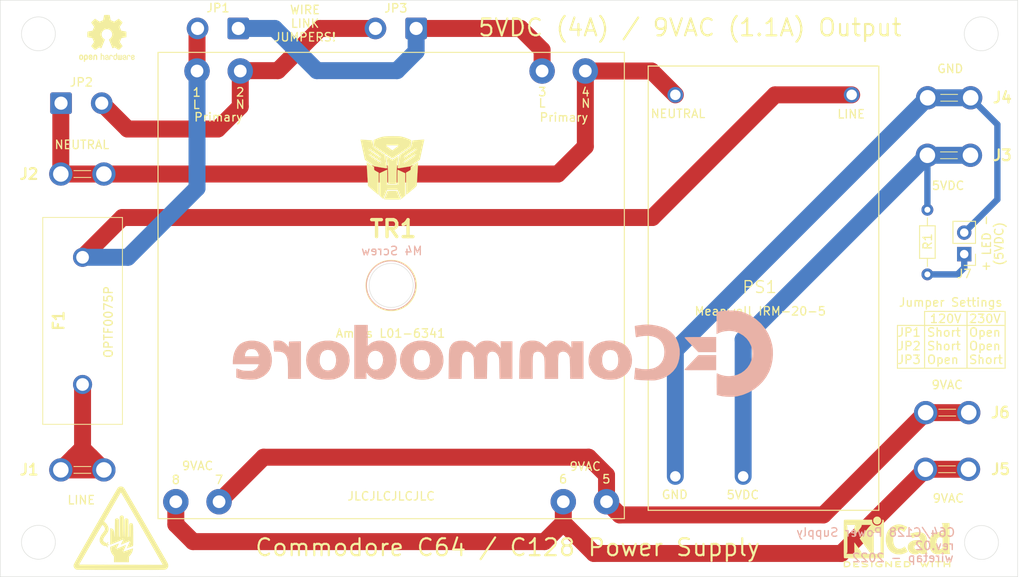
<source format=kicad_pcb>
(kicad_pcb (version 20171130) (host pcbnew "(5.1.6)-1")

  (general
    (thickness 1.6)
    (drawings 48)
    (tracks 72)
    (zones 0)
    (modules 19)
    (nets 11)
  )

  (page USLetter)
  (layers
    (0 F.Cu signal)
    (31 B.Cu signal)
    (32 B.Adhes user)
    (33 F.Adhes user)
    (34 B.Paste user)
    (35 F.Paste user)
    (36 B.SilkS user)
    (37 F.SilkS user)
    (38 B.Mask user)
    (39 F.Mask user)
    (40 Dwgs.User user)
    (41 Cmts.User user)
    (42 Eco1.User user)
    (43 Eco2.User user)
    (44 Edge.Cuts user)
    (45 Margin user)
    (46 B.CrtYd user)
    (47 F.CrtYd user)
    (48 B.Fab user)
    (49 F.Fab user)
  )

  (setup
    (last_trace_width 0.25)
    (user_trace_width 0.5)
    (user_trace_width 0.75)
    (user_trace_width 1)
    (user_trace_width 1.4)
    (user_trace_width 2)
    (trace_clearance 0.2)
    (zone_clearance 0.508)
    (zone_45_only no)
    (trace_min 0.2)
    (via_size 0.8)
    (via_drill 0.4)
    (via_min_size 0.4)
    (via_min_drill 0.3)
    (uvia_size 0.3)
    (uvia_drill 0.1)
    (uvias_allowed no)
    (uvia_min_size 0.2)
    (uvia_min_drill 0.1)
    (edge_width 0.05)
    (segment_width 0.2)
    (pcb_text_width 0.3)
    (pcb_text_size 1.5 1.5)
    (mod_edge_width 0.12)
    (mod_text_size 1 1)
    (mod_text_width 0.15)
    (pad_size 1.524 1.524)
    (pad_drill 0.762)
    (pad_to_mask_clearance 0.05)
    (aux_axis_origin 0 0)
    (visible_elements 7FFFFFFF)
    (pcbplotparams
      (layerselection 0x010fc_ffffffff)
      (usegerberextensions true)
      (usegerberattributes false)
      (usegerberadvancedattributes false)
      (creategerberjobfile false)
      (excludeedgelayer true)
      (linewidth 0.100000)
      (plotframeref false)
      (viasonmask false)
      (mode 1)
      (useauxorigin false)
      (hpglpennumber 1)
      (hpglpenspeed 20)
      (hpglpendiameter 15.000000)
      (psnegative false)
      (psa4output false)
      (plotreference true)
      (plotvalue false)
      (plotinvisibletext false)
      (padsonsilk false)
      (subtractmaskfromsilk true)
      (outputformat 1)
      (mirror false)
      (drillshape 0)
      (scaleselection 1)
      (outputdirectory "//192.168.1.100/Personal/Charlie/~Retro/~PCB's and Kits/C64 Power Supply/C64 PSU North America/C64-PSU-NA - rev2/gerbers/"))
  )

  (net 0 "")
  (net 1 L)
  (net 2 5V)
  (net 3 5V_GND)
  (net 4 "Net-(J7-Pad1)")
  (net 5 9VAC_1)
  (net 6 9VAC_2)
  (net 7 1)
  (net 8 4)
  (net 9 3)
  (net 10 2)

  (net_class Default "This is the default net class."
    (clearance 0.2)
    (trace_width 0.25)
    (via_dia 0.8)
    (via_drill 0.4)
    (uvia_dia 0.3)
    (uvia_drill 0.1)
    (add_net 1)
    (add_net 2)
    (add_net 3)
    (add_net 4)
    (add_net 5V)
    (add_net 5V_GND)
    (add_net 9VAC_1)
    (add_net 9VAC_2)
    (add_net L)
    (add_net "Net-(J7-Pad1)")
  )

  (module SamacSys_Parts:transformers (layer F.Cu) (tedit 0) (tstamp 61FE4CE7)
    (at 122.1994 81.8642)
    (fp_text reference G*** (at 0 0) (layer F.SilkS) hide
      (effects (font (size 1.524 1.524) (thickness 0.3)))
    )
    (fp_text value LOGO (at 0.75 0) (layer F.SilkS) hide
      (effects (font (size 1.524 1.524) (thickness 0.3)))
    )
    (fp_poly (pts (xy 0.740487 3.058583) (xy 0.811138 3.241069) (xy 0.88186 3.423839) (xy 0.937058 3.566583)
      (xy 1.014764 3.767667) (xy 0.037186 3.767667) (xy -0.287024 3.76672) (xy -0.53463 3.763582)
      (xy -0.713678 3.757809) (xy -0.832212 3.748954) (xy -0.898278 3.736573) (xy -0.91992 3.720221)
      (xy -0.919067 3.71475) (xy -0.895616 3.656014) (xy -0.848077 3.536568) (xy -0.783603 3.374396)
      (xy -0.717 3.20675) (xy -0.536259 2.751667) (xy 0.621624 2.751667) (xy 0.740487 3.058583)) (layer F.SilkS) (width 0.01))
    (fp_poly (pts (xy 0.698157 0.270904) (xy 0.802553 0.316863) (xy 0.951717 0.38475) (xy 1.120084 0.462906)
      (xy 1.566333 0.671811) (xy 1.566333 3.294154) (xy 1.350088 3.488577) (xy 1.237775 3.585946)
      (xy 1.149663 3.655693) (xy 1.104508 3.682989) (xy 1.104178 3.683) (xy 1.078908 3.645763)
      (xy 1.030447 3.543744) (xy 0.965217 3.391478) (xy 0.889641 3.203501) (xy 0.870347 3.153833)
      (xy 0.666182 2.624667) (xy -0.586835 2.624667) (xy -0.790707 3.153833) (xy -0.868035 3.348388)
      (xy -0.937089 3.510752) (xy -0.991334 3.626372) (xy -1.024239 3.680699) (xy -1.028269 3.683)
      (xy -1.074034 3.656074) (xy -1.1616 3.585489) (xy -1.271814 3.486707) (xy -1.481667 3.290414)
      (xy -1.481667 0.671443) (xy -1.039178 0.462721) (xy -0.8627 0.380369) (xy -0.71545 0.313336)
      (xy -0.613525 0.268837) (xy -0.573511 0.254) (xy -0.566628 0.294271) (xy -0.560557 0.40684)
      (xy -0.555622 0.57934) (xy -0.552145 0.799402) (xy -0.550448 1.05466) (xy -0.550333 1.143)
      (xy -0.550333 2.032) (xy 0.635 2.032) (xy 0.635 1.143) (xy 0.635879 0.878978)
      (xy 0.638338 0.646138) (xy 0.642106 0.456848) (xy 0.646913 0.323475) (xy 0.652488 0.258387)
      (xy 0.654418 0.254) (xy 0.698157 0.270904)) (layer F.SilkS) (width 0.01))
    (fp_poly (pts (xy -2.947459 -0.609957) (xy -2.852804 -0.554605) (xy -2.716175 -0.468874) (xy -2.551615 -0.36134)
      (xy -2.544095 -0.356338) (xy -2.116667 -0.071754) (xy -2.116667 0.110218) (xy -2.11363 0.20482)
      (xy -2.094051 0.270037) (xy -2.042222 0.325036) (xy -1.94244 0.388986) (xy -1.8415 0.446071)
      (xy -1.566333 0.599953) (xy -1.566333 1.908643) (xy -1.566829 2.23179) (xy -1.568231 2.525929)
      (xy -1.570418 2.780867) (xy -1.573263 2.986409) (xy -1.576643 3.132362) (xy -1.580434 3.208534)
      (xy -1.582282 3.217333) (xy -1.618343 3.191685) (xy -1.709203 3.120291) (xy -1.844512 3.011478)
      (xy -2.013919 2.873575) (xy -2.207074 2.714907) (xy -2.217282 2.706485) (xy -2.411117 2.544039)
      (xy -2.580214 2.397568) (xy -2.714382 2.276291) (xy -2.803429 2.189429) (xy -2.837167 2.146202)
      (xy -2.837221 2.145568) (xy -2.839895 2.092446) (xy -2.847058 1.965306) (xy -2.858097 1.774642)
      (xy -2.872397 1.530949) (xy -2.889345 1.24472) (xy -2.908325 0.92645) (xy -2.919389 0.741862)
      (xy -2.938702 0.412486) (xy -2.955479 0.111159) (xy -2.969225 -0.151981) (xy -2.979446 -0.366798)
      (xy -2.985648 -0.523154) (xy -2.987337 -0.610912) (xy -2.986096 -0.626349) (xy -2.947459 -0.609957)) (layer F.SilkS) (width 0.01))
    (fp_poly (pts (xy 3.065826 -0.630802) (xy 3.06743 -0.585926) (xy 3.064093 -0.466969) (xy 3.056316 -0.284342)
      (xy 3.044597 -0.048455) (xy 3.029435 0.230281) (xy 3.011329 0.541455) (xy 3.003089 0.677333)
      (xy 2.983187 1.004548) (xy 2.965023 1.308666) (xy 2.949255 1.578231) (xy 2.93654 1.801789)
      (xy 2.927537 1.967885) (xy 2.922905 2.065062) (xy 2.922434 2.080984) (xy 2.91124 2.131449)
      (xy 2.873253 2.192619) (xy 2.800037 2.273021) (xy 2.683152 2.381177) (xy 2.514159 2.525613)
      (xy 2.338917 2.670438) (xy 2.147245 2.827323) (xy 1.976029 2.967136) (xy 1.836954 3.080362)
      (xy 1.741704 3.157485) (xy 1.703917 3.187554) (xy 1.688624 3.18336) (xy 1.676406 3.140357)
      (xy 1.666969 3.051439) (xy 1.660016 2.909502) (xy 1.655255 2.707443) (xy 1.65239 2.438156)
      (xy 1.651125 2.094538) (xy 1.651 1.912255) (xy 1.651 0.59681) (xy 1.926167 0.442928)
      (xy 2.066725 0.362239) (xy 2.148795 0.303274) (xy 2.188107 0.247013) (xy 2.200391 0.174437)
      (xy 2.201333 0.110212) (xy 2.201333 -0.068622) (xy 2.625337 -0.358196) (xy 2.789624 -0.468215)
      (xy 2.927074 -0.556139) (xy 3.023689 -0.613306) (xy 3.065472 -0.631055) (xy 3.065826 -0.630802)) (layer F.SilkS) (width 0.01))
    (fp_poly (pts (xy -0.663287 -1.369771) (xy -0.570743 -1.315432) (xy -0.437832 -1.232848) (xy -0.322723 -1.159131)
      (xy 0.045402 -0.920666) (xy 0.403701 -1.15911) (xy 0.536511 -1.24848) (xy 0.635184 -1.310697)
      (xy 0.702777 -1.338182) (xy 0.742347 -1.323355) (xy 0.756952 -1.258639) (xy 0.749649 -1.136454)
      (xy 0.723496 -0.949222) (xy 0.681549 -0.689363) (xy 0.656167 -0.533283) (xy 0.617883 -0.282493)
      (xy 0.589839 -0.059438) (xy 0.570549 0.157892) (xy 0.558527 0.391505) (xy 0.552289 0.663413)
      (xy 0.550348 0.995625) (xy 0.550333 1.034899) (xy 0.550333 1.947333) (xy -0.465667 1.947333)
      (xy -0.467898 1.026583) (xy -0.470087 0.691954) (xy -0.475962 0.419199) (xy -0.487195 0.185548)
      (xy -0.505457 -0.031768) (xy -0.532422 -0.255518) (xy -0.569761 -0.508471) (xy -0.589925 -0.635)
      (xy -0.628015 -0.87426) (xy -0.660038 -1.082587) (xy -0.684007 -1.246443) (xy -0.697933 -1.352288)
      (xy -0.700285 -1.386715) (xy -0.663287 -1.369771)) (layer F.SilkS) (width 0.01))
    (fp_poly (pts (xy -3.548506 -3.288708) (xy -3.378687 -3.278966) (xy -3.167694 -3.264933) (xy -3.013204 -3.253731)
      (xy -2.33197 -3.202788) (xy -2.241902 -2.80742) (xy -2.151834 -2.412051) (xy -1.488667 -1.960826)
      (xy -1.280346 -1.818977) (xy -1.096923 -1.693877) (xy -0.949564 -1.59316) (xy -0.849433 -1.524458)
      (xy -0.807698 -1.495402) (xy -0.807393 -1.495166) (xy -0.795981 -1.450698) (xy -0.775124 -1.335679)
      (xy -0.746996 -1.163427) (xy -0.713769 -0.947256) (xy -0.677617 -0.700483) (xy -0.677266 -0.698032)
      (xy -0.565247 0.084667) (xy -0.695374 0.080106) (xy -0.781655 0.071374) (xy -0.933239 0.05033)
      (xy -1.132106 0.019696) (xy -1.360238 -0.017808) (xy -1.481667 -0.038637) (xy -2.137833 -0.152819)
      (xy -2.667 -0.533795) (xy -3.196167 -0.914772) (xy -3.344055 -1.582998) (xy -2.735244 -1.582998)
      (xy -2.717124 -1.550477) (xy -2.665751 -1.500883) (xy -2.573559 -1.428232) (xy -2.432982 -1.32654)
      (xy -2.236451 -1.189821) (xy -1.99313 -1.023475) (xy -1.724109 -0.84235) (xy -1.520061 -0.709647)
      (xy -1.377769 -0.623602) (xy -1.294017 -0.58245) (xy -1.265589 -0.584428) (xy -1.289268 -0.627771)
      (xy -1.303098 -0.645039) (xy -1.353899 -0.688655) (xy -1.458733 -0.766711) (xy -1.604823 -0.870603)
      (xy -1.779393 -0.991727) (xy -1.969666 -1.121479) (xy -2.162865 -1.251253) (xy -2.346215 -1.372446)
      (xy -2.506939 -1.476453) (xy -2.632259 -1.55467) (xy -2.709401 -1.598492) (xy -2.727679 -1.604432)
      (xy -2.735244 -1.582998) (xy -3.344055 -1.582998) (xy -3.457851 -2.097174) (xy -3.486488 -2.22757)
      (xy -2.836333 -2.22757) (xy -2.803442 -2.192512) (xy -2.712934 -2.11841) (xy -2.57706 -2.014048)
      (xy -2.408069 -1.888206) (xy -2.21821 -1.749667) (xy -2.019733 -1.607211) (xy -1.824889 -1.469622)
      (xy -1.645926 -1.345679) (xy -1.495095 -1.244166) (xy -1.384645 -1.173864) (xy -1.326825 -1.143554)
      (xy -1.323459 -1.143) (xy -1.313245 -1.177123) (xy -1.312333 -1.199423) (xy -1.345927 -1.238775)
      (xy -1.439931 -1.317238) (xy -1.584178 -1.427155) (xy -1.768501 -1.560869) (xy -1.982733 -1.710723)
      (xy -2.074333 -1.773339) (xy -2.333736 -1.946738) (xy -2.544512 -2.081846) (xy -2.701782 -2.175757)
      (xy -2.800668 -2.225562) (xy -2.836292 -2.228353) (xy -2.836333 -2.22757) (xy -3.486488 -2.22757)
      (xy -3.524552 -2.400881) (xy -3.584115 -2.676582) (xy -3.634356 -2.913791) (xy -3.673088 -3.102026)
      (xy -3.698125 -3.230804) (xy -3.707282 -3.28964) (xy -3.706987 -3.292125) (xy -3.662743 -3.29336)
      (xy -3.548506 -3.288708)) (layer F.SilkS) (width 0.01))
    (fp_poly (pts (xy 3.772113 -3.296579) (xy 3.803771 -3.278444) (xy 3.801412 -3.255232) (xy 3.786782 -3.199642)
      (xy 3.756796 -3.07262) (xy 3.714015 -2.885484) (xy 3.661 -2.649552) (xy 3.600312 -2.376141)
      (xy 3.534514 -2.076568) (xy 3.530968 -2.060338) (xy 3.282889 -0.924508) (xy 2.752695 -0.53818)
      (xy 2.2225 -0.151851) (xy 1.524 -0.035257) (xy 1.229676 0.01366) (xy 1.008754 0.048804)
      (xy 0.851104 0.070215) (xy 0.746594 0.077933) (xy 0.685095 0.072001) (xy 0.656477 0.052459)
      (xy 0.650608 0.019348) (xy 0.65736 -0.027291) (xy 0.658168 -0.03175) (xy 0.671499 -0.112953)
      (xy 0.694435 -0.260426) (xy 0.724302 -0.456667) (xy 0.742714 -0.579423) (xy 1.355095 -0.579423)
      (xy 1.35993 -0.566938) (xy 1.378866 -0.568442) (xy 1.420556 -0.589082) (xy 1.493652 -0.634002)
      (xy 1.606808 -0.70835) (xy 1.768677 -0.817271) (xy 1.987912 -0.965911) (xy 2.116667 -1.053287)
      (xy 2.365368 -1.222903) (xy 2.551111 -1.352151) (xy 2.68167 -1.447198) (xy 2.764819 -1.51421)
      (xy 2.808332 -1.559354) (xy 2.819983 -1.588794) (xy 2.811977 -1.604801) (xy 2.770626 -1.590524)
      (xy 2.673459 -1.534926) (xy 2.533012 -1.446653) (xy 2.361822 -1.334346) (xy 2.172426 -1.206649)
      (xy 1.97736 -1.072206) (xy 1.78916 -0.93966) (xy 1.620364 -0.817655) (xy 1.483507 -0.714835)
      (xy 1.391126 -0.639842) (xy 1.355758 -0.60132) (xy 1.355707 -0.600752) (xy 1.355095 -0.579423)
      (xy 0.742714 -0.579423) (xy 0.758427 -0.684173) (xy 0.777974 -0.815837) (xy 0.81245 -1.043001)
      (xy 0.837571 -1.199733) (xy 1.397 -1.199733) (xy 1.407299 -1.162322) (xy 1.451039 -1.17336)
      (xy 1.514661 -1.212926) (xy 1.587261 -1.261532) (xy 1.716244 -1.348215) (xy 1.887814 -1.463692)
      (xy 2.088174 -1.598677) (xy 2.276661 -1.725761) (xy 2.483648 -1.868728) (xy 2.662455 -1.998682)
      (xy 2.802184 -2.107185) (xy 2.891936 -2.185798) (xy 2.921 -2.224627) (xy 2.88747 -2.224734)
      (xy 2.789196 -2.176733) (xy 2.629649 -2.082663) (xy 2.412302 -1.944566) (xy 2.159 -1.77684)
      (xy 1.923687 -1.615802) (xy 1.720969 -1.471366) (xy 1.559927 -1.350409) (xy 1.449642 -1.25981)
      (xy 1.399197 -1.206446) (xy 1.397 -1.199733) (xy 0.837571 -1.199733) (xy 0.84382 -1.238717)
      (xy 0.869636 -1.388547) (xy 0.88745 -1.478056) (xy 0.893447 -1.496964) (xy 0.932006 -1.523994)
      (xy 1.029333 -1.591186) (xy 1.174318 -1.690898) (xy 1.355849 -1.815488) (xy 1.562813 -1.957315)
      (xy 1.572162 -1.963717) (xy 2.234157 -2.417013) (xy 2.325315 -2.811501) (xy 2.416472 -3.205988)
      (xy 2.827486 -3.233738) (xy 3.049332 -3.249465) (xy 3.280142 -3.26704) (xy 3.479716 -3.28337)
      (xy 3.531139 -3.287893) (xy 3.686154 -3.299135) (xy 3.772113 -3.296579)) (layer F.SilkS) (width 0.01))
    (fp_poly (pts (xy 0.35696 -3.696488) (xy 0.602027 -3.692972) (xy 0.792627 -3.685776) (xy 0.943853 -3.67381)
      (xy 1.070799 -3.655982) (xy 1.188557 -3.6312) (xy 1.277427 -3.608082) (xy 1.493189 -3.542922)
      (xy 1.710245 -3.467288) (xy 1.912551 -3.387922) (xy 2.08406 -3.311565) (xy 2.20873 -3.244962)
      (xy 2.270516 -3.194854) (xy 2.273207 -3.189609) (xy 2.277843 -3.121398) (xy 2.2694 -2.994878)
      (xy 2.249714 -2.835085) (xy 2.24491 -2.803386) (xy 2.193843 -2.4765) (xy 1.127828 -1.767417)
      (xy 0.860797 -1.590228) (xy 0.616912 -1.42923) (xy 0.404958 -1.290153) (xy 0.233716 -1.17873)
      (xy 0.111969 -1.100694) (xy 0.048502 -1.061775) (xy 0.04149 -1.058435) (xy 0.002486 -1.081004)
      (xy -0.098163 -1.144837) (xy -0.251674 -1.244207) (xy -0.449263 -1.373387) (xy -0.682146 -1.526648)
      (xy -0.941541 -1.698263) (xy -1.045868 -1.767519) (xy -2.112902 -2.4765) (xy -2.133268 -2.6035)
      (xy -0.733822 -2.6035) (xy -0.356328 -2.320428) (xy -0.204254 -2.206875) (xy -0.079375 -2.114542)
      (xy 0.004217 -2.053786) (xy 0.03239 -2.034678) (xy 0.068601 -2.057372) (xy 0.158394 -2.121006)
      (xy 0.28778 -2.215503) (xy 0.425368 -2.31775) (xy 0.807122 -2.6035) (xy 0.424728 -2.615672)
      (xy 0.188581 -2.620053) (xy -0.078387 -2.620283) (xy -0.32243 -2.616362) (xy -0.345745 -2.615672)
      (xy -0.733822 -2.6035) (xy -2.133268 -2.6035) (xy -2.143451 -2.667) (xy -2.164244 -2.838586)
      (xy -2.176309 -3.01716) (xy -2.177083 -3.046738) (xy -2.180167 -3.235975) (xy -1.856564 -3.375407)
      (xy -1.611874 -3.476776) (xy -1.395637 -3.554702) (xy -1.190281 -3.612166) (xy -0.978237 -3.652146)
      (xy -0.741935 -3.677621) (xy -0.463806 -3.691573) (xy -0.126279 -3.696979) (xy 0.042333 -3.697418)
      (xy 0.35696 -3.696488)) (layer F.SilkS) (width 0.01))
  )

  (module SamacSys_Parts:Amgis_L01-6341 (layer F.Cu) (tedit 61FDC270) (tstamp 61E20A8F)
    (at 122.1994 93.7768)
    (path /61E39C07)
    (fp_text reference TR1 (at 0.127 -4.6736) (layer F.SilkS)
      (effects (font (size 2 2) (thickness 0.4)))
    )
    (fp_text value Amgis_L01-6341 (at 0.4 -23.9) (layer F.Fab)
      (effects (font (size 1 1) (thickness 0.15)))
    )
    (fp_circle (center -0.1 2) (end 2 4.1) (layer F.SilkS) (width 0.12))
    (fp_line (start -27.6 -25.5) (end 27.4 -25.5) (layer F.SilkS) (width 0.12))
    (fp_line (start 27.4 -25.5) (end 27.4 29.5) (layer F.SilkS) (width 0.12))
    (fp_line (start 27.4 29.5) (end -27.6 29.5) (layer F.SilkS) (width 0.12))
    (fp_line (start -27.6 29.5) (end -27.6 -25.5) (layer F.SilkS) (width 0.12))
    (fp_text user 9VAC (at 22.7838 23.3426) (layer F.SilkS)
      (effects (font (size 1 1) (thickness 0.15)))
    )
    (fp_text user 9VAC (at -22.9362 23.2664) (layer F.SilkS)
      (effects (font (size 1 1) (thickness 0.15)))
    )
    (fp_text user L (at 17.7 -19.5072) (layer F.SilkS)
      (effects (font (size 1 1) (thickness 0.15)))
    )
    (fp_text user N (at 22.86 -19.4818) (layer F.SilkS)
      (effects (font (size 1 1) (thickness 0.15)))
    )
    (fp_text user N (at -17.907 -19.3548) (layer F.SilkS)
      (effects (font (size 1 1) (thickness 0.15)))
    )
    (fp_text user L (at -23.0886 -19.3294) (layer F.SilkS)
      (effects (font (size 1 1) (thickness 0.15)))
    )
    (fp_text user 5 (at 25.2746 24.8364) (layer F.SilkS)
      (effects (font (size 1 1) (thickness 0.15)))
    )
    (fp_text user 6 (at 20.1746 24.8364) (layer F.SilkS)
      (effects (font (size 1 1) (thickness 0.15)))
    )
    (fp_text user 7 (at -20.4 24.9126) (layer F.SilkS)
      (effects (font (size 1 1) (thickness 0.15)))
    )
    (fp_text user 8 (at -25.5 24.9126) (layer F.SilkS)
      (effects (font (size 1 1) (thickness 0.15)))
    )
    (fp_text user 4 (at 22.8346 -20.8026) (layer F.SilkS)
      (effects (font (size 1 1) (thickness 0.15)))
    )
    (fp_text user 3 (at 17.7292 -20.828) (layer F.SilkS)
      (effects (font (size 1 1) (thickness 0.15)))
    )
    (fp_text user 2 (at -17.907 -20.8026) (layer F.SilkS)
      (effects (font (size 1 1) (thickness 0.15)))
    )
    (fp_text user 1 (at -23.0378 -20.7772) (layer F.SilkS)
      (effects (font (size 1 1) (thickness 0.15)))
    )
    (pad 8 thru_hole circle (at -25.5 27.5) (size 3 3) (drill 1.5) (layers *.Cu *.Mask)
      (net 5 9VAC_1))
    (pad 7 thru_hole circle (at -20.4 27.5) (size 3 3) (drill 1.5) (layers *.Cu *.Mask)
      (net 6 9VAC_2))
    (pad 6 thru_hole circle (at 20.2 27.5) (size 3 3) (drill 1.5) (layers *.Cu *.Mask)
      (net 5 9VAC_1))
    (pad 5 thru_hole circle (at 25.3 27.5) (size 3 3) (drill 1.5) (layers *.Cu *.Mask)
      (net 6 9VAC_2))
    (pad 4 thru_hole circle (at 22.8 -23.3) (size 3 3) (drill 1.5) (layers *.Cu *.Mask)
      (net 8 4))
    (pad 3 thru_hole circle (at 17.7 -23.3) (size 3 3) (drill 1.5) (layers *.Cu *.Mask)
      (net 9 3))
    (pad 2 thru_hole circle (at -17.9 -23.3) (size 3 3) (drill 1.5) (layers *.Cu *.Mask)
      (net 10 2))
    (pad 1 thru_hole circle (at -23 -23.3) (size 3 3) (drill 1.5) (layers *.Cu *.Mask)
      (net 7 1))
  )

  (module Symbol:OSHW-Logo2_7.3x6mm_SilkScreen (layer F.Cu) (tedit 0) (tstamp 61EA37EB)
    (at 88.5698 66.6242)
    (descr "Open Source Hardware Symbol")
    (tags "Logo Symbol OSHW")
    (attr virtual)
    (fp_text reference REF** (at 0 0) (layer F.SilkS) hide
      (effects (font (size 1 1) (thickness 0.15)))
    )
    (fp_text value OSHW-Logo2_7.3x6mm_SilkScreen (at 0.75 0) (layer F.Fab) hide
      (effects (font (size 1 1) (thickness 0.15)))
    )
    (fp_poly (pts (xy 0.10391 -2.757652) (xy 0.182454 -2.757222) (xy 0.239298 -2.756058) (xy 0.278105 -2.753793)
      (xy 0.302538 -2.75006) (xy 0.316262 -2.744494) (xy 0.32294 -2.736727) (xy 0.326236 -2.726395)
      (xy 0.326556 -2.725057) (xy 0.331562 -2.700921) (xy 0.340829 -2.653299) (xy 0.353392 -2.587259)
      (xy 0.368287 -2.507872) (xy 0.384551 -2.420204) (xy 0.385119 -2.417125) (xy 0.40141 -2.331211)
      (xy 0.416652 -2.255304) (xy 0.429861 -2.193955) (xy 0.440054 -2.151718) (xy 0.446248 -2.133145)
      (xy 0.446543 -2.132816) (xy 0.464788 -2.123747) (xy 0.502405 -2.108633) (xy 0.551271 -2.090738)
      (xy 0.551543 -2.090642) (xy 0.613093 -2.067507) (xy 0.685657 -2.038035) (xy 0.754057 -2.008403)
      (xy 0.757294 -2.006938) (xy 0.868702 -1.956374) (xy 1.115399 -2.12484) (xy 1.191077 -2.176197)
      (xy 1.259631 -2.222111) (xy 1.317088 -2.25997) (xy 1.359476 -2.287163) (xy 1.382825 -2.301079)
      (xy 1.385042 -2.302111) (xy 1.40201 -2.297516) (xy 1.433701 -2.275345) (xy 1.481352 -2.234553)
      (xy 1.546198 -2.174095) (xy 1.612397 -2.109773) (xy 1.676214 -2.046388) (xy 1.733329 -1.988549)
      (xy 1.780305 -1.939825) (xy 1.813703 -1.90379) (xy 1.830085 -1.884016) (xy 1.830694 -1.882998)
      (xy 1.832505 -1.869428) (xy 1.825683 -1.847267) (xy 1.80854 -1.813522) (xy 1.779393 -1.7652)
      (xy 1.736555 -1.699308) (xy 1.679448 -1.614483) (xy 1.628766 -1.539823) (xy 1.583461 -1.47286)
      (xy 1.54615 -1.417484) (xy 1.519452 -1.37758) (xy 1.505985 -1.357038) (xy 1.505137 -1.355644)
      (xy 1.506781 -1.335962) (xy 1.519245 -1.297707) (xy 1.540048 -1.248111) (xy 1.547462 -1.232272)
      (xy 1.579814 -1.16171) (xy 1.614328 -1.081647) (xy 1.642365 -1.012371) (xy 1.662568 -0.960955)
      (xy 1.678615 -0.921881) (xy 1.687888 -0.901459) (xy 1.689041 -0.899886) (xy 1.706096 -0.897279)
      (xy 1.746298 -0.890137) (xy 1.804302 -0.879477) (xy 1.874763 -0.866315) (xy 1.952335 -0.851667)
      (xy 2.031672 -0.836551) (xy 2.107431 -0.821982) (xy 2.174264 -0.808978) (xy 2.226828 -0.798555)
      (xy 2.259776 -0.79173) (xy 2.267857 -0.789801) (xy 2.276205 -0.785038) (xy 2.282506 -0.774282)
      (xy 2.287045 -0.753902) (xy 2.290104 -0.720266) (xy 2.291967 -0.669745) (xy 2.292918 -0.598708)
      (xy 2.29324 -0.503524) (xy 2.293257 -0.464508) (xy 2.293257 -0.147201) (xy 2.217057 -0.132161)
      (xy 2.174663 -0.124005) (xy 2.1114 -0.112101) (xy 2.034962 -0.097884) (xy 1.953043 -0.08279)
      (xy 1.9304 -0.078645) (xy 1.854806 -0.063947) (xy 1.788953 -0.049495) (xy 1.738366 -0.036625)
      (xy 1.708574 -0.026678) (xy 1.703612 -0.023713) (xy 1.691426 -0.002717) (xy 1.673953 0.037967)
      (xy 1.654577 0.090322) (xy 1.650734 0.1016) (xy 1.625339 0.171523) (xy 1.593817 0.250418)
      (xy 1.562969 0.321266) (xy 1.562817 0.321595) (xy 1.511447 0.432733) (xy 1.680399 0.681253)
      (xy 1.849352 0.929772) (xy 1.632429 1.147058) (xy 1.566819 1.211726) (xy 1.506979 1.268733)
      (xy 1.456267 1.315033) (xy 1.418046 1.347584) (xy 1.395675 1.363343) (xy 1.392466 1.364343)
      (xy 1.373626 1.356469) (xy 1.33518 1.334578) (xy 1.28133 1.301267) (xy 1.216276 1.259131)
      (xy 1.14594 1.211943) (xy 1.074555 1.16381) (xy 1.010908 1.121928) (xy 0.959041 1.088871)
      (xy 0.922995 1.067218) (xy 0.906867 1.059543) (xy 0.887189 1.066037) (xy 0.849875 1.08315)
      (xy 0.802621 1.107326) (xy 0.797612 1.110013) (xy 0.733977 1.141927) (xy 0.690341 1.157579)
      (xy 0.663202 1.157745) (xy 0.649057 1.143204) (xy 0.648975 1.143) (xy 0.641905 1.125779)
      (xy 0.625042 1.084899) (xy 0.599695 1.023525) (xy 0.567171 0.944819) (xy 0.528778 0.851947)
      (xy 0.485822 0.748072) (xy 0.444222 0.647502) (xy 0.398504 0.536516) (xy 0.356526 0.433703)
      (xy 0.319548 0.342215) (xy 0.288827 0.265201) (xy 0.265622 0.205815) (xy 0.25119 0.167209)
      (xy 0.246743 0.1528) (xy 0.257896 0.136272) (xy 0.287069 0.10993) (xy 0.325971 0.080887)
      (xy 0.436757 -0.010961) (xy 0.523351 -0.116241) (xy 0.584716 -0.232734) (xy 0.619815 -0.358224)
      (xy 0.627608 -0.490493) (xy 0.621943 -0.551543) (xy 0.591078 -0.678205) (xy 0.53792 -0.790059)
      (xy 0.465767 -0.885999) (xy 0.377917 -0.964924) (xy 0.277665 -1.02573) (xy 0.16831 -1.067313)
      (xy 0.053147 -1.088572) (xy -0.064525 -1.088401) (xy -0.18141 -1.065699) (xy -0.294211 -1.019362)
      (xy -0.399631 -0.948287) (xy -0.443632 -0.908089) (xy -0.528021 -0.804871) (xy -0.586778 -0.692075)
      (xy -0.620296 -0.57299) (xy -0.628965 -0.450905) (xy -0.613177 -0.329107) (xy -0.573322 -0.210884)
      (xy -0.509793 -0.099525) (xy -0.422979 0.001684) (xy -0.325971 0.080887) (xy -0.285563 0.111162)
      (xy -0.257018 0.137219) (xy -0.246743 0.152825) (xy -0.252123 0.169843) (xy -0.267425 0.2105)
      (xy -0.291388 0.271642) (xy -0.322756 0.350119) (xy -0.360268 0.44278) (xy -0.402667 0.546472)
      (xy -0.444337 0.647526) (xy -0.49031 0.758607) (xy -0.532893 0.861541) (xy -0.570779 0.953165)
      (xy -0.60266 1.030316) (xy -0.627229 1.089831) (xy -0.64318 1.128544) (xy -0.64909 1.143)
      (xy -0.663052 1.157685) (xy -0.69006 1.157642) (xy -0.733587 1.142099) (xy -0.79711 1.110284)
      (xy -0.797612 1.110013) (xy -0.84544 1.085323) (xy -0.884103 1.067338) (xy -0.905905 1.059614)
      (xy -0.906867 1.059543) (xy -0.923279 1.067378) (xy -0.959513 1.089165) (xy -1.011526 1.122328)
      (xy -1.075275 1.164291) (xy -1.14594 1.211943) (xy -1.217884 1.260191) (xy -1.282726 1.302151)
      (xy -1.336265 1.335227) (xy -1.374303 1.356821) (xy -1.392467 1.364343) (xy -1.409192 1.354457)
      (xy -1.44282 1.326826) (xy -1.48999 1.284495) (xy -1.547342 1.230505) (xy -1.611516 1.167899)
      (xy -1.632503 1.146983) (xy -1.849501 0.929623) (xy -1.684332 0.68722) (xy -1.634136 0.612781)
      (xy -1.590081 0.545972) (xy -1.554638 0.490665) (xy -1.530281 0.450729) (xy -1.519478 0.430036)
      (xy -1.519162 0.428563) (xy -1.524857 0.409058) (xy -1.540174 0.369822) (xy -1.562463 0.31743)
      (xy -1.578107 0.282355) (xy -1.607359 0.215201) (xy -1.634906 0.147358) (xy -1.656263 0.090034)
      (xy -1.662065 0.072572) (xy -1.678548 0.025938) (xy -1.69466 -0.010095) (xy -1.70351 -0.023713)
      (xy -1.72304 -0.032048) (xy -1.765666 -0.043863) (xy -1.825855 -0.057819) (xy -1.898078 -0.072578)
      (xy -1.9304 -0.078645) (xy -2.012478 -0.093727) (xy -2.091205 -0.108331) (xy -2.158891 -0.12102)
      (xy -2.20784 -0.130358) (xy -2.217057 -0.132161) (xy -2.293257 -0.147201) (xy -2.293257 -0.464508)
      (xy -2.293086 -0.568846) (xy -2.292384 -0.647787) (xy -2.290866 -0.704962) (xy -2.288251 -0.744001)
      (xy -2.284254 -0.768535) (xy -2.278591 -0.782195) (xy -2.27098 -0.788611) (xy -2.267857 -0.789801)
      (xy -2.249022 -0.79402) (xy -2.207412 -0.802438) (xy -2.14837 -0.814039) (xy -2.077243 -0.827805)
      (xy -1.999375 -0.84272) (xy -1.920113 -0.857768) (xy -1.844802 -0.871931) (xy -1.778787 -0.884194)
      (xy -1.727413 -0.893539) (xy -1.696025 -0.89895) (xy -1.689041 -0.899886) (xy -1.682715 -0.912404)
      (xy -1.66871 -0.945754) (xy -1.649645 -0.993623) (xy -1.642366 -1.012371) (xy -1.613004 -1.084805)
      (xy -1.578429 -1.16483) (xy -1.547463 -1.232272) (xy -1.524677 -1.283841) (xy -1.509518 -1.326215)
      (xy -1.504458 -1.352166) (xy -1.505264 -1.355644) (xy -1.515959 -1.372064) (xy -1.54038 -1.408583)
      (xy -1.575905 -1.461313) (xy -1.619913 -1.526365) (xy -1.669783 -1.599849) (xy -1.679644 -1.614355)
      (xy -1.737508 -1.700296) (xy -1.780044 -1.765739) (xy -1.808946 -1.813696) (xy -1.82591 -1.84718)
      (xy -1.832633 -1.869205) (xy -1.83081 -1.882783) (xy -1.830764 -1.882869) (xy -1.816414 -1.900703)
      (xy -1.784677 -1.935183) (xy -1.73899 -1.982732) (xy -1.682796 -2.039778) (xy -1.619532 -2.102745)
      (xy -1.612398 -2.109773) (xy -1.53267 -2.18698) (xy -1.471143 -2.24367) (xy -1.426579 -2.28089)
      (xy -1.397743 -2.299685) (xy -1.385042 -2.302111) (xy -1.366506 -2.291529) (xy -1.328039 -2.267084)
      (xy -1.273614 -2.231388) (xy -1.207202 -2.187053) (xy -1.132775 -2.136689) (xy -1.115399 -2.12484)
      (xy -0.868703 -1.956374) (xy -0.757294 -2.006938) (xy -0.689543 -2.036405) (xy -0.616817 -2.066041)
      (xy -0.554297 -2.08967) (xy -0.551543 -2.090642) (xy -0.50264 -2.108543) (xy -0.464943 -2.12368)
      (xy -0.446575 -2.13279) (xy -0.446544 -2.132816) (xy -0.440715 -2.149283) (xy -0.430808 -2.189781)
      (xy -0.417805 -2.249758) (xy -0.402691 -2.32466) (xy -0.386448 -2.409936) (xy -0.385119 -2.417125)
      (xy -0.368825 -2.504986) (xy -0.353867 -2.58474) (xy -0.341209 -2.651319) (xy -0.331814 -2.699653)
      (xy -0.326646 -2.724675) (xy -0.326556 -2.725057) (xy -0.323411 -2.735701) (xy -0.317296 -2.743738)
      (xy -0.304547 -2.749533) (xy -0.2815 -2.753453) (xy -0.244491 -2.755865) (xy -0.189856 -2.757135)
      (xy -0.113933 -2.757629) (xy -0.013056 -2.757714) (xy 0 -2.757714) (xy 0.10391 -2.757652)) (layer F.SilkS) (width 0.01))
    (fp_poly (pts (xy 3.153595 1.966966) (xy 3.211021 2.004497) (xy 3.238719 2.038096) (xy 3.260662 2.099064)
      (xy 3.262405 2.147308) (xy 3.258457 2.211816) (xy 3.109686 2.276934) (xy 3.037349 2.310202)
      (xy 2.990084 2.336964) (xy 2.965507 2.360144) (xy 2.961237 2.382667) (xy 2.974889 2.407455)
      (xy 2.989943 2.423886) (xy 3.033746 2.450235) (xy 3.081389 2.452081) (xy 3.125145 2.431546)
      (xy 3.157289 2.390752) (xy 3.163038 2.376347) (xy 3.190576 2.331356) (xy 3.222258 2.312182)
      (xy 3.265714 2.295779) (xy 3.265714 2.357966) (xy 3.261872 2.400283) (xy 3.246823 2.435969)
      (xy 3.21528 2.476943) (xy 3.210592 2.482267) (xy 3.175506 2.51872) (xy 3.145347 2.538283)
      (xy 3.107615 2.547283) (xy 3.076335 2.55023) (xy 3.020385 2.550965) (xy 2.980555 2.54166)
      (xy 2.955708 2.527846) (xy 2.916656 2.497467) (xy 2.889625 2.464613) (xy 2.872517 2.423294)
      (xy 2.863238 2.367521) (xy 2.859693 2.291305) (xy 2.85941 2.252622) (xy 2.860372 2.206247)
      (xy 2.948007 2.206247) (xy 2.949023 2.231126) (xy 2.951556 2.2352) (xy 2.968274 2.229665)
      (xy 3.004249 2.215017) (xy 3.052331 2.19419) (xy 3.062386 2.189714) (xy 3.123152 2.158814)
      (xy 3.156632 2.131657) (xy 3.16399 2.10622) (xy 3.146391 2.080481) (xy 3.131856 2.069109)
      (xy 3.07941 2.046364) (xy 3.030322 2.050122) (xy 2.989227 2.077884) (xy 2.960758 2.127152)
      (xy 2.951631 2.166257) (xy 2.948007 2.206247) (xy 2.860372 2.206247) (xy 2.861285 2.162249)
      (xy 2.868196 2.095384) (xy 2.881884 2.046695) (xy 2.904096 2.010849) (xy 2.936574 1.982513)
      (xy 2.950733 1.973355) (xy 3.015053 1.949507) (xy 3.085473 1.948006) (xy 3.153595 1.966966)) (layer F.SilkS) (width 0.01))
    (fp_poly (pts (xy 2.6526 1.958752) (xy 2.669948 1.966334) (xy 2.711356 1.999128) (xy 2.746765 2.046547)
      (xy 2.768664 2.097151) (xy 2.772229 2.122098) (xy 2.760279 2.156927) (xy 2.734067 2.175357)
      (xy 2.705964 2.186516) (xy 2.693095 2.188572) (xy 2.686829 2.173649) (xy 2.674456 2.141175)
      (xy 2.669028 2.126502) (xy 2.63859 2.075744) (xy 2.59452 2.050427) (xy 2.53801 2.051206)
      (xy 2.533825 2.052203) (xy 2.503655 2.066507) (xy 2.481476 2.094393) (xy 2.466327 2.139287)
      (xy 2.45725 2.204615) (xy 2.453286 2.293804) (xy 2.452914 2.341261) (xy 2.45273 2.416071)
      (xy 2.451522 2.467069) (xy 2.448309 2.499471) (xy 2.442109 2.518495) (xy 2.43194 2.529356)
      (xy 2.416819 2.537272) (xy 2.415946 2.53767) (xy 2.386828 2.549981) (xy 2.372403 2.554514)
      (xy 2.370186 2.540809) (xy 2.368289 2.502925) (xy 2.366847 2.445715) (xy 2.365998 2.374027)
      (xy 2.365829 2.321565) (xy 2.366692 2.220047) (xy 2.37007 2.143032) (xy 2.377142 2.086023)
      (xy 2.389088 2.044526) (xy 2.40709 2.014043) (xy 2.432327 1.99008) (xy 2.457247 1.973355)
      (xy 2.517171 1.951097) (xy 2.586911 1.946076) (xy 2.6526 1.958752)) (layer F.SilkS) (width 0.01))
    (fp_poly (pts (xy 2.144876 1.956335) (xy 2.186667 1.975344) (xy 2.219469 1.998378) (xy 2.243503 2.024133)
      (xy 2.260097 2.057358) (xy 2.270577 2.1028) (xy 2.276271 2.165207) (xy 2.278507 2.249327)
      (xy 2.278743 2.304721) (xy 2.278743 2.520826) (xy 2.241774 2.53767) (xy 2.212656 2.549981)
      (xy 2.198231 2.554514) (xy 2.195472 2.541025) (xy 2.193282 2.504653) (xy 2.191942 2.451542)
      (xy 2.191657 2.409372) (xy 2.190434 2.348447) (xy 2.187136 2.300115) (xy 2.182321 2.270518)
      (xy 2.178496 2.264229) (xy 2.152783 2.270652) (xy 2.112418 2.287125) (xy 2.065679 2.309458)
      (xy 2.020845 2.333457) (xy 1.986193 2.35493) (xy 1.970002 2.369685) (xy 1.969938 2.369845)
      (xy 1.97133 2.397152) (xy 1.983818 2.423219) (xy 2.005743 2.444392) (xy 2.037743 2.451474)
      (xy 2.065092 2.450649) (xy 2.103826 2.450042) (xy 2.124158 2.459116) (xy 2.136369 2.483092)
      (xy 2.137909 2.487613) (xy 2.143203 2.521806) (xy 2.129047 2.542568) (xy 2.092148 2.552462)
      (xy 2.052289 2.554292) (xy 1.980562 2.540727) (xy 1.943432 2.521355) (xy 1.897576 2.475845)
      (xy 1.873256 2.419983) (xy 1.871073 2.360957) (xy 1.891629 2.305953) (xy 1.922549 2.271486)
      (xy 1.95342 2.252189) (xy 2.001942 2.227759) (xy 2.058485 2.202985) (xy 2.06791 2.199199)
      (xy 2.130019 2.171791) (xy 2.165822 2.147634) (xy 2.177337 2.123619) (xy 2.16658 2.096635)
      (xy 2.148114 2.075543) (xy 2.104469 2.049572) (xy 2.056446 2.047624) (xy 2.012406 2.067637)
      (xy 1.980709 2.107551) (xy 1.976549 2.117848) (xy 1.952327 2.155724) (xy 1.916965 2.183842)
      (xy 1.872343 2.206917) (xy 1.872343 2.141485) (xy 1.874969 2.101506) (xy 1.88623 2.069997)
      (xy 1.911199 2.036378) (xy 1.935169 2.010484) (xy 1.972441 1.973817) (xy 2.001401 1.954121)
      (xy 2.032505 1.94622) (xy 2.067713 1.944914) (xy 2.144876 1.956335)) (layer F.SilkS) (width 0.01))
    (fp_poly (pts (xy 1.779833 1.958663) (xy 1.782048 1.99685) (xy 1.783784 2.054886) (xy 1.784899 2.12818)
      (xy 1.785257 2.205055) (xy 1.785257 2.465196) (xy 1.739326 2.511127) (xy 1.707675 2.539429)
      (xy 1.67989 2.550893) (xy 1.641915 2.550168) (xy 1.62684 2.548321) (xy 1.579726 2.542948)
      (xy 1.540756 2.539869) (xy 1.531257 2.539585) (xy 1.499233 2.541445) (xy 1.453432 2.546114)
      (xy 1.435674 2.548321) (xy 1.392057 2.551735) (xy 1.362745 2.54432) (xy 1.33368 2.521427)
      (xy 1.323188 2.511127) (xy 1.277257 2.465196) (xy 1.277257 1.978602) (xy 1.314226 1.961758)
      (xy 1.346059 1.949282) (xy 1.364683 1.944914) (xy 1.369458 1.958718) (xy 1.373921 1.997286)
      (xy 1.377775 2.056356) (xy 1.380722 2.131663) (xy 1.382143 2.195286) (xy 1.386114 2.445657)
      (xy 1.420759 2.450556) (xy 1.452268 2.447131) (xy 1.467708 2.436041) (xy 1.472023 2.415308)
      (xy 1.475708 2.371145) (xy 1.478469 2.309146) (xy 1.480012 2.234909) (xy 1.480235 2.196706)
      (xy 1.480457 1.976783) (xy 1.526166 1.960849) (xy 1.558518 1.950015) (xy 1.576115 1.944962)
      (xy 1.576623 1.944914) (xy 1.578388 1.958648) (xy 1.580329 1.99673) (xy 1.582282 2.054482)
      (xy 1.584084 2.127227) (xy 1.585343 2.195286) (xy 1.589314 2.445657) (xy 1.6764 2.445657)
      (xy 1.680396 2.21724) (xy 1.684392 1.988822) (xy 1.726847 1.966868) (xy 1.758192 1.951793)
      (xy 1.776744 1.944951) (xy 1.777279 1.944914) (xy 1.779833 1.958663)) (layer F.SilkS) (width 0.01))
    (fp_poly (pts (xy 1.190117 2.065358) (xy 1.189933 2.173837) (xy 1.189219 2.257287) (xy 1.187675 2.319704)
      (xy 1.185001 2.365085) (xy 1.180894 2.397429) (xy 1.175055 2.420733) (xy 1.167182 2.438995)
      (xy 1.161221 2.449418) (xy 1.111855 2.505945) (xy 1.049264 2.541377) (xy 0.980013 2.55409)
      (xy 0.910668 2.542463) (xy 0.869375 2.521568) (xy 0.826025 2.485422) (xy 0.796481 2.441276)
      (xy 0.778655 2.383462) (xy 0.770463 2.306313) (xy 0.769302 2.249714) (xy 0.769458 2.245647)
      (xy 0.870857 2.245647) (xy 0.871476 2.31055) (xy 0.874314 2.353514) (xy 0.88084 2.381622)
      (xy 0.892523 2.401953) (xy 0.906483 2.417288) (xy 0.953365 2.44689) (xy 1.003701 2.449419)
      (xy 1.051276 2.424705) (xy 1.054979 2.421356) (xy 1.070783 2.403935) (xy 1.080693 2.383209)
      (xy 1.086058 2.352362) (xy 1.088228 2.304577) (xy 1.088571 2.251748) (xy 1.087827 2.185381)
      (xy 1.084748 2.141106) (xy 1.078061 2.112009) (xy 1.066496 2.091173) (xy 1.057013 2.080107)
      (xy 1.01296 2.052198) (xy 0.962224 2.048843) (xy 0.913796 2.070159) (xy 0.90445 2.078073)
      (xy 0.88854 2.095647) (xy 0.87861 2.116587) (xy 0.873278 2.147782) (xy 0.871163 2.196122)
      (xy 0.870857 2.245647) (xy 0.769458 2.245647) (xy 0.77281 2.158568) (xy 0.784726 2.090086)
      (xy 0.807135 2.0386) (xy 0.842124 1.998443) (xy 0.869375 1.977861) (xy 0.918907 1.955625)
      (xy 0.976316 1.945304) (xy 1.029682 1.948067) (xy 1.059543 1.959212) (xy 1.071261 1.962383)
      (xy 1.079037 1.950557) (xy 1.084465 1.918866) (xy 1.088571 1.870593) (xy 1.093067 1.816829)
      (xy 1.099313 1.784482) (xy 1.110676 1.765985) (xy 1.130528 1.75377) (xy 1.143 1.748362)
      (xy 1.190171 1.728601) (xy 1.190117 2.065358)) (layer F.SilkS) (width 0.01))
    (fp_poly (pts (xy 0.529926 1.949755) (xy 0.595858 1.974084) (xy 0.649273 2.017117) (xy 0.670164 2.047409)
      (xy 0.692939 2.102994) (xy 0.692466 2.143186) (xy 0.668562 2.170217) (xy 0.659717 2.174813)
      (xy 0.62153 2.189144) (xy 0.602028 2.185472) (xy 0.595422 2.161407) (xy 0.595086 2.148114)
      (xy 0.582992 2.09921) (xy 0.551471 2.064999) (xy 0.507659 2.048476) (xy 0.458695 2.052634)
      (xy 0.418894 2.074227) (xy 0.40545 2.086544) (xy 0.395921 2.101487) (xy 0.389485 2.124075)
      (xy 0.385317 2.159328) (xy 0.382597 2.212266) (xy 0.380502 2.287907) (xy 0.37996 2.311857)
      (xy 0.377981 2.39379) (xy 0.375731 2.451455) (xy 0.372357 2.489608) (xy 0.367006 2.513004)
      (xy 0.358824 2.526398) (xy 0.346959 2.534545) (xy 0.339362 2.538144) (xy 0.307102 2.550452)
      (xy 0.288111 2.554514) (xy 0.281836 2.540948) (xy 0.278006 2.499934) (xy 0.2766 2.430999)
      (xy 0.277598 2.333669) (xy 0.277908 2.318657) (xy 0.280101 2.229859) (xy 0.282693 2.165019)
      (xy 0.286382 2.119067) (xy 0.291864 2.086935) (xy 0.299835 2.063553) (xy 0.310993 2.043852)
      (xy 0.31683 2.03541) (xy 0.350296 1.998057) (xy 0.387727 1.969003) (xy 0.392309 1.966467)
      (xy 0.459426 1.946443) (xy 0.529926 1.949755)) (layer F.SilkS) (width 0.01))
    (fp_poly (pts (xy 0.039744 1.950968) (xy 0.096616 1.972087) (xy 0.097267 1.972493) (xy 0.13244 1.99838)
      (xy 0.158407 2.028633) (xy 0.17667 2.068058) (xy 0.188732 2.121462) (xy 0.196096 2.193651)
      (xy 0.200264 2.289432) (xy 0.200629 2.303078) (xy 0.205876 2.508842) (xy 0.161716 2.531678)
      (xy 0.129763 2.54711) (xy 0.11047 2.554423) (xy 0.109578 2.554514) (xy 0.106239 2.541022)
      (xy 0.103587 2.504626) (xy 0.101956 2.451452) (xy 0.1016 2.408393) (xy 0.101592 2.338641)
      (xy 0.098403 2.294837) (xy 0.087288 2.273944) (xy 0.063501 2.272925) (xy 0.022296 2.288741)
      (xy -0.039914 2.317815) (xy -0.085659 2.341963) (xy -0.109187 2.362913) (xy -0.116104 2.385747)
      (xy -0.116114 2.386877) (xy -0.104701 2.426212) (xy -0.070908 2.447462) (xy -0.019191 2.450539)
      (xy 0.018061 2.450006) (xy 0.037703 2.460735) (xy 0.049952 2.486505) (xy 0.057002 2.519337)
      (xy 0.046842 2.537966) (xy 0.043017 2.540632) (xy 0.007001 2.55134) (xy -0.043434 2.552856)
      (xy -0.095374 2.545759) (xy -0.132178 2.532788) (xy -0.183062 2.489585) (xy -0.211986 2.429446)
      (xy -0.217714 2.382462) (xy -0.213343 2.340082) (xy -0.197525 2.305488) (xy -0.166203 2.274763)
      (xy -0.115322 2.24399) (xy -0.040824 2.209252) (xy -0.036286 2.207288) (xy 0.030821 2.176287)
      (xy 0.072232 2.150862) (xy 0.089981 2.128014) (xy 0.086107 2.104745) (xy 0.062643 2.078056)
      (xy 0.055627 2.071914) (xy 0.00863 2.0481) (xy -0.040067 2.049103) (xy -0.082478 2.072451)
      (xy -0.110616 2.115675) (xy -0.113231 2.12416) (xy -0.138692 2.165308) (xy -0.170999 2.185128)
      (xy -0.217714 2.20477) (xy -0.217714 2.15395) (xy -0.203504 2.080082) (xy -0.161325 2.012327)
      (xy -0.139376 1.989661) (xy -0.089483 1.960569) (xy -0.026033 1.9474) (xy 0.039744 1.950968)) (layer F.SilkS) (width 0.01))
    (fp_poly (pts (xy -0.624114 1.851289) (xy -0.619861 1.910613) (xy -0.614975 1.945572) (xy -0.608205 1.96082)
      (xy -0.598298 1.961015) (xy -0.595086 1.959195) (xy -0.552356 1.946015) (xy -0.496773 1.946785)
      (xy -0.440263 1.960333) (xy -0.404918 1.977861) (xy -0.368679 2.005861) (xy -0.342187 2.037549)
      (xy -0.324001 2.077813) (xy -0.312678 2.131543) (xy -0.306778 2.203626) (xy -0.304857 2.298951)
      (xy -0.304823 2.317237) (xy -0.3048 2.522646) (xy -0.350509 2.53858) (xy -0.382973 2.54942)
      (xy -0.400785 2.554468) (xy -0.401309 2.554514) (xy -0.403063 2.540828) (xy -0.404556 2.503076)
      (xy -0.405674 2.446224) (xy -0.406303 2.375234) (xy -0.4064 2.332073) (xy -0.406602 2.246973)
      (xy -0.407642 2.185981) (xy -0.410169 2.144177) (xy -0.414836 2.116642) (xy -0.422293 2.098456)
      (xy -0.433189 2.084698) (xy -0.439993 2.078073) (xy -0.486728 2.051375) (xy -0.537728 2.049375)
      (xy -0.583999 2.071955) (xy -0.592556 2.080107) (xy -0.605107 2.095436) (xy -0.613812 2.113618)
      (xy -0.619369 2.139909) (xy -0.622474 2.179562) (xy -0.623824 2.237832) (xy -0.624114 2.318173)
      (xy -0.624114 2.522646) (xy -0.669823 2.53858) (xy -0.702287 2.54942) (xy -0.720099 2.554468)
      (xy -0.720623 2.554514) (xy -0.721963 2.540623) (xy -0.723172 2.501439) (xy -0.724199 2.4407)
      (xy -0.724998 2.362141) (xy -0.725519 2.269498) (xy -0.725714 2.166509) (xy -0.725714 1.769342)
      (xy -0.678543 1.749444) (xy -0.631371 1.729547) (xy -0.624114 1.851289)) (layer F.SilkS) (width 0.01))
    (fp_poly (pts (xy -1.831697 1.931239) (xy -1.774473 1.969735) (xy -1.730251 2.025335) (xy -1.703833 2.096086)
      (xy -1.69849 2.148162) (xy -1.699097 2.169893) (xy -1.704178 2.186531) (xy -1.718145 2.201437)
      (xy -1.745411 2.217973) (xy -1.790388 2.239498) (xy -1.857489 2.269374) (xy -1.857829 2.269524)
      (xy -1.919593 2.297813) (xy -1.970241 2.322933) (xy -2.004596 2.342179) (xy -2.017482 2.352848)
      (xy -2.017486 2.352934) (xy -2.006128 2.376166) (xy -1.979569 2.401774) (xy -1.949077 2.420221)
      (xy -1.93363 2.423886) (xy -1.891485 2.411212) (xy -1.855192 2.379471) (xy -1.837483 2.344572)
      (xy -1.820448 2.318845) (xy -1.787078 2.289546) (xy -1.747851 2.264235) (xy -1.713244 2.250471)
      (xy -1.706007 2.249714) (xy -1.697861 2.26216) (xy -1.69737 2.293972) (xy -1.703357 2.336866)
      (xy -1.714643 2.382558) (xy -1.73005 2.422761) (xy -1.730829 2.424322) (xy -1.777196 2.489062)
      (xy -1.837289 2.533097) (xy -1.905535 2.554711) (xy -1.976362 2.552185) (xy -2.044196 2.523804)
      (xy -2.047212 2.521808) (xy -2.100573 2.473448) (xy -2.13566 2.410352) (xy -2.155078 2.327387)
      (xy -2.157684 2.304078) (xy -2.162299 2.194055) (xy -2.156767 2.142748) (xy -2.017486 2.142748)
      (xy -2.015676 2.174753) (xy -2.005778 2.184093) (xy -1.981102 2.177105) (xy -1.942205 2.160587)
      (xy -1.898725 2.139881) (xy -1.897644 2.139333) (xy -1.860791 2.119949) (xy -1.846 2.107013)
      (xy -1.849647 2.093451) (xy -1.865005 2.075632) (xy -1.904077 2.049845) (xy -1.946154 2.04795)
      (xy -1.983897 2.066717) (xy -2.009966 2.102915) (xy -2.017486 2.142748) (xy -2.156767 2.142748)
      (xy -2.152806 2.106027) (xy -2.12845 2.036212) (xy -2.094544 1.987302) (xy -2.033347 1.937878)
      (xy -1.965937 1.913359) (xy -1.89712 1.911797) (xy -1.831697 1.931239)) (layer F.SilkS) (width 0.01))
    (fp_poly (pts (xy -2.958885 1.921962) (xy -2.890855 1.957733) (xy -2.840649 2.015301) (xy -2.822815 2.052312)
      (xy -2.808937 2.107882) (xy -2.801833 2.178096) (xy -2.80116 2.254727) (xy -2.806573 2.329552)
      (xy -2.81773 2.394342) (xy -2.834286 2.440873) (xy -2.839374 2.448887) (xy -2.899645 2.508707)
      (xy -2.971231 2.544535) (xy -3.048908 2.55502) (xy -3.127452 2.53881) (xy -3.149311 2.529092)
      (xy -3.191878 2.499143) (xy -3.229237 2.459433) (xy -3.232768 2.454397) (xy -3.247119 2.430124)
      (xy -3.256606 2.404178) (xy -3.26221 2.370022) (xy -3.264914 2.321119) (xy -3.265701 2.250935)
      (xy -3.265714 2.2352) (xy -3.265678 2.230192) (xy -3.120571 2.230192) (xy -3.119727 2.29643)
      (xy -3.116404 2.340386) (xy -3.109417 2.368779) (xy -3.097584 2.388325) (xy -3.091543 2.394857)
      (xy -3.056814 2.41968) (xy -3.023097 2.418548) (xy -2.989005 2.397016) (xy -2.968671 2.374029)
      (xy -2.956629 2.340478) (xy -2.949866 2.287569) (xy -2.949402 2.281399) (xy -2.948248 2.185513)
      (xy -2.960312 2.114299) (xy -2.98543 2.068194) (xy -3.02344 2.047635) (xy -3.037008 2.046514)
      (xy -3.072636 2.052152) (xy -3.097006 2.071686) (xy -3.111907 2.109042) (xy -3.119125 2.16815)
      (xy -3.120571 2.230192) (xy -3.265678 2.230192) (xy -3.265174 2.160413) (xy -3.262904 2.108159)
      (xy -3.257932 2.071949) (xy -3.249287 2.045299) (xy -3.235995 2.021722) (xy -3.233057 2.017338)
      (xy -3.183687 1.958249) (xy -3.129891 1.923947) (xy -3.064398 1.910331) (xy -3.042158 1.909665)
      (xy -2.958885 1.921962)) (layer F.SilkS) (width 0.01))
    (fp_poly (pts (xy -1.283907 1.92778) (xy -1.237328 1.954723) (xy -1.204943 1.981466) (xy -1.181258 2.009484)
      (xy -1.164941 2.043748) (xy -1.154661 2.089227) (xy -1.149086 2.150892) (xy -1.146884 2.233711)
      (xy -1.146629 2.293246) (xy -1.146629 2.512391) (xy -1.208314 2.540044) (xy -1.27 2.567697)
      (xy -1.277257 2.32767) (xy -1.280256 2.238028) (xy -1.283402 2.172962) (xy -1.287299 2.128026)
      (xy -1.292553 2.09877) (xy -1.299769 2.080748) (xy -1.30955 2.069511) (xy -1.312688 2.067079)
      (xy -1.360239 2.048083) (xy -1.408303 2.0556) (xy -1.436914 2.075543) (xy -1.448553 2.089675)
      (xy -1.456609 2.10822) (xy -1.461729 2.136334) (xy -1.464559 2.179173) (xy -1.465744 2.241895)
      (xy -1.465943 2.307261) (xy -1.465982 2.389268) (xy -1.467386 2.447316) (xy -1.472086 2.486465)
      (xy -1.482013 2.51178) (xy -1.499097 2.528323) (xy -1.525268 2.541156) (xy -1.560225 2.554491)
      (xy -1.598404 2.569007) (xy -1.593859 2.311389) (xy -1.592029 2.218519) (xy -1.589888 2.149889)
      (xy -1.586819 2.100711) (xy -1.582206 2.066198) (xy -1.575432 2.041562) (xy -1.565881 2.022016)
      (xy -1.554366 2.00477) (xy -1.49881 1.94968) (xy -1.43102 1.917822) (xy -1.357287 1.910191)
      (xy -1.283907 1.92778)) (layer F.SilkS) (width 0.01))
    (fp_poly (pts (xy -2.400256 1.919918) (xy -2.344799 1.947568) (xy -2.295852 1.99848) (xy -2.282371 2.017338)
      (xy -2.267686 2.042015) (xy -2.258158 2.068816) (xy -2.252707 2.104587) (xy -2.250253 2.156169)
      (xy -2.249714 2.224267) (xy -2.252148 2.317588) (xy -2.260606 2.387657) (xy -2.276826 2.439931)
      (xy -2.302546 2.479869) (xy -2.339503 2.512929) (xy -2.342218 2.514886) (xy -2.37864 2.534908)
      (xy -2.422498 2.544815) (xy -2.478276 2.547257) (xy -2.568952 2.547257) (xy -2.56899 2.635283)
      (xy -2.569834 2.684308) (xy -2.574976 2.713065) (xy -2.588413 2.730311) (xy -2.614142 2.744808)
      (xy -2.620321 2.747769) (xy -2.649236 2.761648) (xy -2.671624 2.770414) (xy -2.688271 2.771171)
      (xy -2.699964 2.761023) (xy -2.70749 2.737073) (xy -2.711634 2.696426) (xy -2.713185 2.636186)
      (xy -2.712929 2.553455) (xy -2.711651 2.445339) (xy -2.711252 2.413) (xy -2.709815 2.301524)
      (xy -2.708528 2.228603) (xy -2.569029 2.228603) (xy -2.568245 2.290499) (xy -2.56476 2.330997)
      (xy -2.556876 2.357708) (xy -2.542895 2.378244) (xy -2.533403 2.38826) (xy -2.494596 2.417567)
      (xy -2.460237 2.419952) (xy -2.424784 2.39575) (xy -2.423886 2.394857) (xy -2.409461 2.376153)
      (xy -2.400687 2.350732) (xy -2.396261 2.311584) (xy -2.394882 2.251697) (xy -2.394857 2.23843)
      (xy -2.398188 2.155901) (xy -2.409031 2.098691) (xy -2.42866 2.063766) (xy -2.45835 2.048094)
      (xy -2.475509 2.046514) (xy -2.516234 2.053926) (xy -2.544168 2.07833) (xy -2.560983 2.12298)
      (xy -2.56835 2.19113) (xy -2.569029 2.228603) (xy -2.708528 2.228603) (xy -2.708292 2.215245)
      (xy -2.706323 2.150333) (xy -2.70355 2.102958) (xy -2.699612 2.06929) (xy -2.694151 2.045498)
      (xy -2.686808 2.027753) (xy -2.677223 2.012224) (xy -2.673113 2.006381) (xy -2.618595 1.951185)
      (xy -2.549664 1.91989) (xy -2.469928 1.911165) (xy -2.400256 1.919918)) (layer F.SilkS) (width 0.01))
  )

  (module Symbol:KiCad-Logo2_5mm_SilkScreen (layer F.Cu) (tedit 0) (tstamp 61EA3652)
    (at 181.7624 126.0094)
    (descr "KiCad Logo")
    (tags "Logo KiCad")
    (attr virtual)
    (fp_text reference REF** (at 0 -5.08) (layer F.SilkS) hide
      (effects (font (size 1 1) (thickness 0.15)))
    )
    (fp_text value KiCad-Logo2_5mm_SilkScreen (at 0 5.08) (layer F.Fab) hide
      (effects (font (size 1 1) (thickness 0.15)))
    )
    (fp_poly (pts (xy 6.228823 2.274533) (xy 6.260202 2.296776) (xy 6.287911 2.324485) (xy 6.287911 2.63392)
      (xy 6.287838 2.725799) (xy 6.287495 2.79784) (xy 6.286692 2.85278) (xy 6.285241 2.89336)
      (xy 6.282952 2.922317) (xy 6.279636 2.942391) (xy 6.275105 2.956321) (xy 6.269169 2.966845)
      (xy 6.264514 2.9731) (xy 6.233783 2.997673) (xy 6.198496 3.000341) (xy 6.166245 2.985271)
      (xy 6.155588 2.976374) (xy 6.148464 2.964557) (xy 6.144167 2.945526) (xy 6.141991 2.914992)
      (xy 6.141228 2.868662) (xy 6.141155 2.832871) (xy 6.141155 2.698045) (xy 5.644444 2.698045)
      (xy 5.644444 2.8207) (xy 5.643931 2.876787) (xy 5.641876 2.915333) (xy 5.637508 2.941361)
      (xy 5.630056 2.959897) (xy 5.621047 2.9731) (xy 5.590144 2.997604) (xy 5.555196 3.000506)
      (xy 5.521738 2.983089) (xy 5.512604 2.973959) (xy 5.506152 2.961855) (xy 5.501897 2.943001)
      (xy 5.499352 2.91362) (xy 5.498029 2.869937) (xy 5.497443 2.808175) (xy 5.497375 2.794)
      (xy 5.496891 2.677631) (xy 5.496641 2.581727) (xy 5.496723 2.504177) (xy 5.497231 2.442869)
      (xy 5.498262 2.39569) (xy 5.499913 2.36053) (xy 5.502279 2.335276) (xy 5.505457 2.317817)
      (xy 5.509544 2.306041) (xy 5.514634 2.297835) (xy 5.520266 2.291645) (xy 5.552128 2.271844)
      (xy 5.585357 2.274533) (xy 5.616735 2.296776) (xy 5.629433 2.311126) (xy 5.637526 2.326978)
      (xy 5.642042 2.349554) (xy 5.644006 2.384078) (xy 5.644444 2.435776) (xy 5.644444 2.551289)
      (xy 6.141155 2.551289) (xy 6.141155 2.432756) (xy 6.141662 2.378148) (xy 6.143698 2.341275)
      (xy 6.148035 2.317307) (xy 6.155447 2.301415) (xy 6.163733 2.291645) (xy 6.195594 2.271844)
      (xy 6.228823 2.274533)) (layer F.SilkS) (width 0.01))
    (fp_poly (pts (xy 4.963065 2.269163) (xy 5.041772 2.269542) (xy 5.102863 2.270333) (xy 5.148817 2.27167)
      (xy 5.182114 2.273683) (xy 5.205236 2.276506) (xy 5.220662 2.280269) (xy 5.230871 2.285105)
      (xy 5.235813 2.288822) (xy 5.261457 2.321358) (xy 5.264559 2.355138) (xy 5.248711 2.385826)
      (xy 5.238348 2.398089) (xy 5.227196 2.40645) (xy 5.211035 2.411657) (xy 5.185642 2.414457)
      (xy 5.146798 2.415596) (xy 5.09028 2.415821) (xy 5.07918 2.415822) (xy 4.933244 2.415822)
      (xy 4.933244 2.686756) (xy 4.933148 2.772154) (xy 4.932711 2.837864) (xy 4.931712 2.886774)
      (xy 4.929928 2.921773) (xy 4.927137 2.945749) (xy 4.923117 2.961593) (xy 4.917645 2.972191)
      (xy 4.910666 2.980267) (xy 4.877734 3.000112) (xy 4.843354 2.998548) (xy 4.812176 2.975906)
      (xy 4.809886 2.9731) (xy 4.802429 2.962492) (xy 4.796747 2.950081) (xy 4.792601 2.93285)
      (xy 4.78975 2.907784) (xy 4.787954 2.871867) (xy 4.786972 2.822083) (xy 4.786564 2.755417)
      (xy 4.786489 2.679589) (xy 4.786489 2.415822) (xy 4.647127 2.415822) (xy 4.587322 2.415418)
      (xy 4.545918 2.41384) (xy 4.518748 2.410547) (xy 4.501646 2.404992) (xy 4.490443 2.396631)
      (xy 4.489083 2.395178) (xy 4.472725 2.361939) (xy 4.474172 2.324362) (xy 4.492978 2.291645)
      (xy 4.50025 2.285298) (xy 4.509627 2.280266) (xy 4.523609 2.276396) (xy 4.544696 2.273537)
      (xy 4.575389 2.271535) (xy 4.618189 2.270239) (xy 4.675595 2.269498) (xy 4.75011 2.269158)
      (xy 4.844233 2.269068) (xy 4.86426 2.269067) (xy 4.963065 2.269163)) (layer F.SilkS) (width 0.01))
    (fp_poly (pts (xy 4.188614 2.275877) (xy 4.212327 2.290647) (xy 4.238978 2.312227) (xy 4.238978 2.633773)
      (xy 4.238893 2.72783) (xy 4.238529 2.801932) (xy 4.237724 2.858704) (xy 4.236313 2.900768)
      (xy 4.234133 2.930748) (xy 4.231021 2.951267) (xy 4.226814 2.964949) (xy 4.221348 2.974416)
      (xy 4.217472 2.979082) (xy 4.186034 2.999575) (xy 4.150233 2.998739) (xy 4.118873 2.981264)
      (xy 4.092222 2.959684) (xy 4.092222 2.312227) (xy 4.118873 2.290647) (xy 4.144594 2.274949)
      (xy 4.1656 2.269067) (xy 4.188614 2.275877)) (layer F.SilkS) (width 0.01))
    (fp_poly (pts (xy 3.744665 2.271034) (xy 3.764255 2.278035) (xy 3.76501 2.278377) (xy 3.791613 2.298678)
      (xy 3.80627 2.319561) (xy 3.809138 2.329352) (xy 3.808996 2.342361) (xy 3.804961 2.360895)
      (xy 3.796146 2.387257) (xy 3.781669 2.423752) (xy 3.760645 2.472687) (xy 3.732188 2.536365)
      (xy 3.695415 2.617093) (xy 3.675175 2.661216) (xy 3.638625 2.739985) (xy 3.604315 2.812423)
      (xy 3.573552 2.87588) (xy 3.547648 2.927708) (xy 3.52791 2.965259) (xy 3.51565 2.985884)
      (xy 3.513224 2.988733) (xy 3.482183 3.001302) (xy 3.447121 2.999619) (xy 3.419 2.984332)
      (xy 3.417854 2.983089) (xy 3.406668 2.966154) (xy 3.387904 2.93317) (xy 3.363875 2.88838)
      (xy 3.336897 2.836032) (xy 3.327201 2.816742) (xy 3.254014 2.67015) (xy 3.17424 2.829393)
      (xy 3.145767 2.884415) (xy 3.11935 2.932132) (xy 3.097148 2.968893) (xy 3.081319 2.991044)
      (xy 3.075954 2.995741) (xy 3.034257 3.002102) (xy 2.999849 2.988733) (xy 2.989728 2.974446)
      (xy 2.972214 2.942692) (xy 2.948735 2.896597) (xy 2.92072 2.839285) (xy 2.889599 2.77388)
      (xy 2.856799 2.703507) (xy 2.82375 2.631291) (xy 2.791881 2.560355) (xy 2.762619 2.493825)
      (xy 2.737395 2.434826) (xy 2.717636 2.386481) (xy 2.704772 2.351915) (xy 2.700231 2.334253)
      (xy 2.700277 2.333613) (xy 2.711326 2.311388) (xy 2.73341 2.288753) (xy 2.73471 2.287768)
      (xy 2.761853 2.272425) (xy 2.786958 2.272574) (xy 2.796368 2.275466) (xy 2.807834 2.281718)
      (xy 2.82001 2.294014) (xy 2.834357 2.314908) (xy 2.852336 2.346949) (xy 2.875407 2.392688)
      (xy 2.90503 2.454677) (xy 2.931745 2.511898) (xy 2.96248 2.578226) (xy 2.990021 2.637874)
      (xy 3.012938 2.687725) (xy 3.029798 2.724664) (xy 3.039173 2.745573) (xy 3.04054 2.748845)
      (xy 3.046689 2.743497) (xy 3.060822 2.721109) (xy 3.081057 2.684946) (xy 3.105515 2.638277)
      (xy 3.115248 2.619022) (xy 3.148217 2.554004) (xy 3.173643 2.506654) (xy 3.193612 2.474219)
      (xy 3.21021 2.453946) (xy 3.225524 2.443082) (xy 3.24164 2.438875) (xy 3.252143 2.4384)
      (xy 3.27067 2.440042) (xy 3.286904 2.446831) (xy 3.303035 2.461566) (xy 3.321251 2.487044)
      (xy 3.343739 2.526061) (xy 3.372689 2.581414) (xy 3.388662 2.612903) (xy 3.41457 2.663087)
      (xy 3.437167 2.704704) (xy 3.454458 2.734242) (xy 3.46445 2.748189) (xy 3.465809 2.74877)
      (xy 3.472261 2.737793) (xy 3.486708 2.70929) (xy 3.507703 2.666244) (xy 3.533797 2.611638)
      (xy 3.563546 2.548454) (xy 3.57818 2.517071) (xy 3.61625 2.436078) (xy 3.646905 2.373756)
      (xy 3.671737 2.328071) (xy 3.692337 2.296989) (xy 3.710298 2.278478) (xy 3.72721 2.270504)
      (xy 3.744665 2.271034)) (layer F.SilkS) (width 0.01))
    (fp_poly (pts (xy 1.018309 2.269275) (xy 1.147288 2.273636) (xy 1.256991 2.286861) (xy 1.349226 2.309741)
      (xy 1.425802 2.34307) (xy 1.488527 2.387638) (xy 1.539212 2.444236) (xy 1.579663 2.513658)
      (xy 1.580459 2.515351) (xy 1.604601 2.577483) (xy 1.613203 2.632509) (xy 1.606231 2.687887)
      (xy 1.583654 2.751073) (xy 1.579372 2.760689) (xy 1.550172 2.816966) (xy 1.517356 2.860451)
      (xy 1.475002 2.897417) (xy 1.41719 2.934135) (xy 1.413831 2.936052) (xy 1.363504 2.960227)
      (xy 1.306621 2.978282) (xy 1.239527 2.990839) (xy 1.158565 2.998522) (xy 1.060082 3.001953)
      (xy 1.025286 3.002251) (xy 0.859594 3.002845) (xy 0.836197 2.9731) (xy 0.829257 2.963319)
      (xy 0.823842 2.951897) (xy 0.819765 2.936095) (xy 0.816837 2.913175) (xy 0.814867 2.880396)
      (xy 0.814225 2.856089) (xy 0.970844 2.856089) (xy 1.064726 2.856089) (xy 1.119664 2.854483)
      (xy 1.17606 2.850255) (xy 1.222345 2.844292) (xy 1.225139 2.84379) (xy 1.307348 2.821736)
      (xy 1.371114 2.7886) (xy 1.418452 2.742847) (xy 1.451382 2.682939) (xy 1.457108 2.667061)
      (xy 1.462721 2.642333) (xy 1.460291 2.617902) (xy 1.448467 2.5854) (xy 1.44134 2.569434)
      (xy 1.418 2.527006) (xy 1.38988 2.49724) (xy 1.35894 2.476511) (xy 1.296966 2.449537)
      (xy 1.217651 2.429998) (xy 1.125253 2.418746) (xy 1.058333 2.41627) (xy 0.970844 2.415822)
      (xy 0.970844 2.856089) (xy 0.814225 2.856089) (xy 0.813668 2.835021) (xy 0.81305 2.774311)
      (xy 0.812825 2.695526) (xy 0.8128 2.63392) (xy 0.8128 2.324485) (xy 0.840509 2.296776)
      (xy 0.852806 2.285544) (xy 0.866103 2.277853) (xy 0.884672 2.27304) (xy 0.912786 2.270446)
      (xy 0.954717 2.26941) (xy 1.014737 2.26927) (xy 1.018309 2.269275)) (layer F.SilkS) (width 0.01))
    (fp_poly (pts (xy 0.230343 2.26926) (xy 0.306701 2.270174) (xy 0.365217 2.272311) (xy 0.408255 2.276175)
      (xy 0.438183 2.282267) (xy 0.457368 2.29109) (xy 0.468176 2.303146) (xy 0.472973 2.318939)
      (xy 0.474127 2.33897) (xy 0.474133 2.341335) (xy 0.473131 2.363992) (xy 0.468396 2.381503)
      (xy 0.457333 2.394574) (xy 0.437348 2.403913) (xy 0.405846 2.410227) (xy 0.360232 2.414222)
      (xy 0.297913 2.416606) (xy 0.216293 2.418086) (xy 0.191277 2.418414) (xy -0.0508 2.421467)
      (xy -0.054186 2.486378) (xy -0.057571 2.551289) (xy 0.110576 2.551289) (xy 0.176266 2.551531)
      (xy 0.223172 2.552556) (xy 0.255083 2.554811) (xy 0.275791 2.558742) (xy 0.289084 2.564798)
      (xy 0.298755 2.573424) (xy 0.298817 2.573493) (xy 0.316356 2.607112) (xy 0.315722 2.643448)
      (xy 0.297314 2.674423) (xy 0.293671 2.677607) (xy 0.280741 2.685812) (xy 0.263024 2.691521)
      (xy 0.23657 2.695162) (xy 0.197432 2.697167) (xy 0.141662 2.697964) (xy 0.105994 2.698045)
      (xy -0.056445 2.698045) (xy -0.056445 2.856089) (xy 0.190161 2.856089) (xy 0.27158 2.856231)
      (xy 0.33341 2.856814) (xy 0.378637 2.858068) (xy 0.410248 2.860227) (xy 0.431231 2.863523)
      (xy 0.444573 2.868189) (xy 0.453261 2.874457) (xy 0.45545 2.876733) (xy 0.471614 2.90828)
      (xy 0.472797 2.944168) (xy 0.459536 2.975285) (xy 0.449043 2.985271) (xy 0.438129 2.990769)
      (xy 0.421217 2.995022) (xy 0.395633 2.99818) (xy 0.358701 3.000392) (xy 0.307746 3.001806)
      (xy 0.240094 3.002572) (xy 0.153069 3.002838) (xy 0.133394 3.002845) (xy 0.044911 3.002787)
      (xy -0.023773 3.002467) (xy -0.075436 3.001667) (xy -0.112855 3.000167) (xy -0.13881 2.997749)
      (xy -0.156078 2.994194) (xy -0.167438 2.989282) (xy -0.175668 2.982795) (xy -0.180183 2.978138)
      (xy -0.186979 2.969889) (xy -0.192288 2.959669) (xy -0.196294 2.9448) (xy -0.199179 2.922602)
      (xy -0.201126 2.890393) (xy -0.202319 2.845496) (xy -0.202939 2.785228) (xy -0.203171 2.706911)
      (xy -0.2032 2.640994) (xy -0.203129 2.548628) (xy -0.202792 2.476117) (xy -0.202002 2.420737)
      (xy -0.200574 2.379765) (xy -0.198321 2.350478) (xy -0.195057 2.330153) (xy -0.190596 2.316066)
      (xy -0.184752 2.305495) (xy -0.179803 2.298811) (xy -0.156406 2.269067) (xy 0.133774 2.269067)
      (xy 0.230343 2.26926)) (layer F.SilkS) (width 0.01))
    (fp_poly (pts (xy -1.300114 2.273448) (xy -1.276548 2.287273) (xy -1.245735 2.309881) (xy -1.206078 2.342338)
      (xy -1.15598 2.385708) (xy -1.093843 2.441058) (xy -1.018072 2.509451) (xy -0.931334 2.588084)
      (xy -0.750711 2.751878) (xy -0.745067 2.532029) (xy -0.743029 2.456351) (xy -0.741063 2.399994)
      (xy -0.738734 2.359706) (xy -0.735606 2.332235) (xy -0.731245 2.314329) (xy -0.725216 2.302737)
      (xy -0.717084 2.294208) (xy -0.712772 2.290623) (xy -0.678241 2.27167) (xy -0.645383 2.274441)
      (xy -0.619318 2.290633) (xy -0.592667 2.312199) (xy -0.589352 2.627151) (xy -0.588435 2.719779)
      (xy -0.587968 2.792544) (xy -0.588113 2.848161) (xy -0.589032 2.889342) (xy -0.590887 2.918803)
      (xy -0.593839 2.939255) (xy -0.59805 2.953413) (xy -0.603682 2.963991) (xy -0.609927 2.972474)
      (xy -0.623439 2.988207) (xy -0.636883 2.998636) (xy -0.652124 3.002639) (xy -0.671026 2.999094)
      (xy -0.695455 2.986879) (xy -0.727273 2.964871) (xy -0.768348 2.931949) (xy -0.820542 2.886991)
      (xy -0.885722 2.828875) (xy -0.959556 2.762099) (xy -1.224845 2.521458) (xy -1.230489 2.740589)
      (xy -1.232531 2.816128) (xy -1.234502 2.872354) (xy -1.236839 2.912524) (xy -1.239981 2.939896)
      (xy -1.244364 2.957728) (xy -1.250424 2.969279) (xy -1.2586 2.977807) (xy -1.262784 2.981282)
      (xy -1.299765 3.000372) (xy -1.334708 2.997493) (xy -1.365136 2.9731) (xy -1.372097 2.963286)
      (xy -1.377523 2.951826) (xy -1.381603 2.935968) (xy -1.384529 2.912963) (xy -1.386492 2.880062)
      (xy -1.387683 2.834516) (xy -1.388292 2.773573) (xy -1.388511 2.694486) (xy -1.388534 2.635956)
      (xy -1.38846 2.544407) (xy -1.388113 2.472687) (xy -1.387301 2.418045) (xy -1.385833 2.377732)
      (xy -1.383519 2.348998) (xy -1.380167 2.329093) (xy -1.375588 2.315268) (xy -1.369589 2.304772)
      (xy -1.365136 2.298811) (xy -1.35385 2.284691) (xy -1.343301 2.274029) (xy -1.331893 2.267892)
      (xy -1.31803 2.267343) (xy -1.300114 2.273448)) (layer F.SilkS) (width 0.01))
    (fp_poly (pts (xy -1.950081 2.274599) (xy -1.881565 2.286095) (xy -1.828943 2.303967) (xy -1.794708 2.327499)
      (xy -1.785379 2.340924) (xy -1.775893 2.372148) (xy -1.782277 2.400395) (xy -1.80243 2.427182)
      (xy -1.833745 2.439713) (xy -1.879183 2.438696) (xy -1.914326 2.431906) (xy -1.992419 2.418971)
      (xy -2.072226 2.417742) (xy -2.161555 2.428241) (xy -2.186229 2.43269) (xy -2.269291 2.456108)
      (xy -2.334273 2.490945) (xy -2.380461 2.536604) (xy -2.407145 2.592494) (xy -2.412663 2.621388)
      (xy -2.409051 2.680012) (xy -2.385729 2.731879) (xy -2.344824 2.775978) (xy -2.288459 2.811299)
      (xy -2.21876 2.836829) (xy -2.137852 2.851559) (xy -2.04786 2.854478) (xy -1.95091 2.844575)
      (xy -1.945436 2.843641) (xy -1.906875 2.836459) (xy -1.885494 2.829521) (xy -1.876227 2.819227)
      (xy -1.874006 2.801976) (xy -1.873956 2.792841) (xy -1.873956 2.754489) (xy -1.942431 2.754489)
      (xy -2.0029 2.750347) (xy -2.044165 2.737147) (xy -2.068175 2.71373) (xy -2.076877 2.678936)
      (xy -2.076983 2.674394) (xy -2.071892 2.644654) (xy -2.054433 2.623419) (xy -2.021939 2.609366)
      (xy -1.971743 2.601173) (xy -1.923123 2.598161) (xy -1.852456 2.596433) (xy -1.801198 2.59907)
      (xy -1.766239 2.6088) (xy -1.74447 2.628353) (xy -1.73278 2.660456) (xy -1.72806 2.707838)
      (xy -1.7272 2.770071) (xy -1.728609 2.839535) (xy -1.732848 2.886786) (xy -1.739936 2.912012)
      (xy -1.741311 2.913988) (xy -1.780228 2.945508) (xy -1.837286 2.97047) (xy -1.908869 2.98834)
      (xy -1.991358 2.998586) (xy -2.081139 3.000673) (xy -2.174592 2.994068) (xy -2.229556 2.985956)
      (xy -2.315766 2.961554) (xy -2.395892 2.921662) (xy -2.462977 2.869887) (xy -2.473173 2.859539)
      (xy -2.506302 2.816035) (xy -2.536194 2.762118) (xy -2.559357 2.705592) (xy -2.572298 2.654259)
      (xy -2.573858 2.634544) (xy -2.567218 2.593419) (xy -2.549568 2.542252) (xy -2.524297 2.488394)
      (xy -2.494789 2.439195) (xy -2.468719 2.406334) (xy -2.407765 2.357452) (xy -2.328969 2.318545)
      (xy -2.235157 2.290494) (xy -2.12915 2.274179) (xy -2.032 2.270192) (xy -1.950081 2.274599)) (layer F.SilkS) (width 0.01))
    (fp_poly (pts (xy -2.923822 2.291645) (xy -2.917242 2.299218) (xy -2.912079 2.308987) (xy -2.908164 2.323571)
      (xy -2.905324 2.345585) (xy -2.903387 2.377648) (xy -2.902183 2.422375) (xy -2.901539 2.482385)
      (xy -2.901284 2.560294) (xy -2.901245 2.635956) (xy -2.901314 2.729802) (xy -2.901638 2.803689)
      (xy -2.902386 2.860232) (xy -2.903732 2.902049) (xy -2.905846 2.931757) (xy -2.9089 2.951973)
      (xy -2.913066 2.965314) (xy -2.918516 2.974398) (xy -2.923822 2.980267) (xy -2.956826 2.999947)
      (xy -2.991991 2.998181) (xy -3.023455 2.976717) (xy -3.030684 2.968337) (xy -3.036334 2.958614)
      (xy -3.040599 2.944861) (xy -3.043673 2.924389) (xy -3.045752 2.894512) (xy -3.04703 2.852541)
      (xy -3.047701 2.795789) (xy -3.047959 2.721567) (xy -3.048 2.637537) (xy -3.048 2.324485)
      (xy -3.020291 2.296776) (xy -2.986137 2.273463) (xy -2.953006 2.272623) (xy -2.923822 2.291645)) (layer F.SilkS) (width 0.01))
    (fp_poly (pts (xy -3.691703 2.270351) (xy -3.616888 2.275581) (xy -3.547306 2.28375) (xy -3.487002 2.29455)
      (xy -3.44002 2.307673) (xy -3.410406 2.322813) (xy -3.40586 2.327269) (xy -3.390054 2.36185)
      (xy -3.394847 2.397351) (xy -3.419364 2.427725) (xy -3.420534 2.428596) (xy -3.434954 2.437954)
      (xy -3.450008 2.442876) (xy -3.471005 2.443473) (xy -3.503257 2.439861) (xy -3.552073 2.432154)
      (xy -3.556 2.431505) (xy -3.628739 2.422569) (xy -3.707217 2.418161) (xy -3.785927 2.418119)
      (xy -3.859361 2.422279) (xy -3.922011 2.430479) (xy -3.96837 2.442557) (xy -3.971416 2.443771)
      (xy -4.005048 2.462615) (xy -4.016864 2.481685) (xy -4.007614 2.500439) (xy -3.978047 2.518337)
      (xy -3.928911 2.534837) (xy -3.860957 2.549396) (xy -3.815645 2.556406) (xy -3.721456 2.569889)
      (xy -3.646544 2.582214) (xy -3.587717 2.594449) (xy -3.541785 2.607661) (xy -3.505555 2.622917)
      (xy -3.475838 2.641285) (xy -3.449442 2.663831) (xy -3.42823 2.685971) (xy -3.403065 2.716819)
      (xy -3.390681 2.743345) (xy -3.386808 2.776026) (xy -3.386667 2.787995) (xy -3.389576 2.827712)
      (xy -3.401202 2.857259) (xy -3.421323 2.883486) (xy -3.462216 2.923576) (xy -3.507817 2.954149)
      (xy -3.561513 2.976203) (xy -3.626692 2.990735) (xy -3.706744 2.998741) (xy -3.805057 3.001218)
      (xy -3.821289 3.001177) (xy -3.886849 2.999818) (xy -3.951866 2.99673) (xy -4.009252 2.992356)
      (xy -4.051922 2.98714) (xy -4.055372 2.986541) (xy -4.097796 2.976491) (xy -4.13378 2.963796)
      (xy -4.15415 2.95219) (xy -4.173107 2.921572) (xy -4.174427 2.885918) (xy -4.158085 2.854144)
      (xy -4.154429 2.850551) (xy -4.139315 2.839876) (xy -4.120415 2.835276) (xy -4.091162 2.836059)
      (xy -4.055651 2.840127) (xy -4.01597 2.843762) (xy -3.960345 2.846828) (xy -3.895406 2.849053)
      (xy -3.827785 2.850164) (xy -3.81 2.850237) (xy -3.742128 2.849964) (xy -3.692454 2.848646)
      (xy -3.65661 2.845827) (xy -3.630224 2.84105) (xy -3.608926 2.833857) (xy -3.596126 2.827867)
      (xy -3.568 2.811233) (xy -3.550068 2.796168) (xy -3.547447 2.791897) (xy -3.552976 2.774263)
      (xy -3.57926 2.757192) (xy -3.624478 2.741458) (xy -3.686808 2.727838) (xy -3.705171 2.724804)
      (xy -3.80109 2.709738) (xy -3.877641 2.697146) (xy -3.93778 2.686111) (xy -3.98446 2.67572)
      (xy -4.020637 2.665056) (xy -4.049265 2.653205) (xy -4.073298 2.639251) (xy -4.095692 2.622281)
      (xy -4.119402 2.601378) (xy -4.12738 2.594049) (xy -4.155353 2.566699) (xy -4.17016 2.545029)
      (xy -4.175952 2.520232) (xy -4.176889 2.488983) (xy -4.166575 2.427705) (xy -4.135752 2.37564)
      (xy -4.084595 2.332958) (xy -4.013283 2.299825) (xy -3.9624 2.284964) (xy -3.9071 2.275366)
      (xy -3.840853 2.269936) (xy -3.767706 2.268367) (xy -3.691703 2.270351)) (layer F.SilkS) (width 0.01))
    (fp_poly (pts (xy -4.712794 2.269146) (xy -4.643386 2.269518) (xy -4.590997 2.270385) (xy -4.552847 2.271946)
      (xy -4.526159 2.274403) (xy -4.508153 2.277957) (xy -4.496049 2.28281) (xy -4.487069 2.289161)
      (xy -4.483818 2.292084) (xy -4.464043 2.323142) (xy -4.460482 2.358828) (xy -4.473491 2.39051)
      (xy -4.479506 2.396913) (xy -4.489235 2.403121) (xy -4.504901 2.40791) (xy -4.529408 2.411514)
      (xy -4.565661 2.414164) (xy -4.616565 2.416095) (xy -4.685026 2.417539) (xy -4.747617 2.418418)
      (xy -4.995334 2.421467) (xy -4.998719 2.486378) (xy -5.002105 2.551289) (xy -4.833958 2.551289)
      (xy -4.760959 2.551919) (xy -4.707517 2.554553) (xy -4.670628 2.560309) (xy -4.647288 2.570304)
      (xy -4.634494 2.585656) (xy -4.629242 2.607482) (xy -4.628445 2.627738) (xy -4.630923 2.652592)
      (xy -4.640277 2.670906) (xy -4.659383 2.683637) (xy -4.691118 2.691741) (xy -4.738359 2.696176)
      (xy -4.803983 2.697899) (xy -4.839801 2.698045) (xy -5.000978 2.698045) (xy -5.000978 2.856089)
      (xy -4.752622 2.856089) (xy -4.671213 2.856202) (xy -4.609342 2.856712) (xy -4.563968 2.85787)
      (xy -4.532054 2.85993) (xy -4.510559 2.863146) (xy -4.496443 2.867772) (xy -4.486668 2.874059)
      (xy -4.481689 2.878667) (xy -4.46461 2.90556) (xy -4.459111 2.929467) (xy -4.466963 2.958667)
      (xy -4.481689 2.980267) (xy -4.489546 2.987066) (xy -4.499688 2.992346) (xy -4.514844 2.996298)
      (xy -4.537741 2.999113) (xy -4.571109 3.000982) (xy -4.617675 3.002098) (xy -4.680167 3.002651)
      (xy -4.761314 3.002833) (xy -4.803422 3.002845) (xy -4.893598 3.002765) (xy -4.963924 3.002398)
      (xy -5.017129 3.001552) (xy -5.05594 3.000036) (xy -5.083087 2.997659) (xy -5.101298 2.994229)
      (xy -5.1133 2.989554) (xy -5.121822 2.983444) (xy -5.125156 2.980267) (xy -5.131755 2.97267)
      (xy -5.136927 2.96287) (xy -5.140846 2.948239) (xy -5.143684 2.926152) (xy -5.145615 2.893982)
      (xy -5.146812 2.849103) (xy -5.147448 2.788889) (xy -5.147697 2.710713) (xy -5.147734 2.637923)
      (xy -5.1477 2.544707) (xy -5.147465 2.471431) (xy -5.14683 2.415458) (xy -5.145594 2.374151)
      (xy -5.143556 2.344872) (xy -5.140517 2.324984) (xy -5.136277 2.31185) (xy -5.130635 2.302832)
      (xy -5.123391 2.295293) (xy -5.121606 2.293612) (xy -5.112945 2.286172) (xy -5.102882 2.280409)
      (xy -5.088625 2.276112) (xy -5.067383 2.273064) (xy -5.036364 2.271051) (xy -4.992777 2.26986)
      (xy -4.933831 2.269275) (xy -4.856734 2.269083) (xy -4.802001 2.269067) (xy -4.712794 2.269146)) (layer F.SilkS) (width 0.01))
    (fp_poly (pts (xy -6.121371 2.269066) (xy -6.081889 2.269467) (xy -5.9662 2.272259) (xy -5.869311 2.28055)
      (xy -5.787919 2.295232) (xy -5.718723 2.317193) (xy -5.65842 2.347322) (xy -5.603708 2.38651)
      (xy -5.584167 2.403532) (xy -5.55175 2.443363) (xy -5.52252 2.497413) (xy -5.499991 2.557323)
      (xy -5.487679 2.614739) (xy -5.4864 2.635956) (xy -5.494417 2.694769) (xy -5.515899 2.759013)
      (xy -5.546999 2.819821) (xy -5.583866 2.86833) (xy -5.589854 2.874182) (xy -5.640579 2.915321)
      (xy -5.696125 2.947435) (xy -5.759696 2.971365) (xy -5.834494 2.987953) (xy -5.923722 2.998041)
      (xy -6.030582 3.002469) (xy -6.079528 3.002845) (xy -6.141762 3.002545) (xy -6.185528 3.001292)
      (xy -6.214931 2.998554) (xy -6.234079 2.993801) (xy -6.247077 2.986501) (xy -6.254045 2.980267)
      (xy -6.260626 2.972694) (xy -6.265788 2.962924) (xy -6.269703 2.94834) (xy -6.272543 2.926326)
      (xy -6.27448 2.894264) (xy -6.275684 2.849536) (xy -6.276328 2.789526) (xy -6.276583 2.711617)
      (xy -6.276622 2.635956) (xy -6.27687 2.535041) (xy -6.276817 2.454427) (xy -6.275857 2.415822)
      (xy -6.129867 2.415822) (xy -6.129867 2.856089) (xy -6.036734 2.856004) (xy -5.980693 2.854396)
      (xy -5.921999 2.850256) (xy -5.873028 2.844464) (xy -5.871538 2.844226) (xy -5.792392 2.82509)
      (xy -5.731002 2.795287) (xy -5.684305 2.752878) (xy -5.654635 2.706961) (xy -5.636353 2.656026)
      (xy -5.637771 2.6082) (xy -5.658988 2.556933) (xy -5.700489 2.503899) (xy -5.757998 2.4646)
      (xy -5.83275 2.438331) (xy -5.882708 2.429035) (xy -5.939416 2.422507) (xy -5.999519 2.417782)
      (xy -6.050639 2.415817) (xy -6.053667 2.415808) (xy -6.129867 2.415822) (xy -6.275857 2.415822)
      (xy -6.27526 2.391851) (xy -6.270998 2.345055) (xy -6.26283 2.311778) (xy -6.249556 2.289759)
      (xy -6.229974 2.276739) (xy -6.202883 2.270457) (xy -6.167082 2.268653) (xy -6.121371 2.269066)) (layer F.SilkS) (width 0.01))
    (fp_poly (pts (xy -2.273043 -2.973429) (xy -2.176768 -2.949191) (xy -2.090184 -2.906359) (xy -2.015373 -2.846581)
      (xy -1.954418 -2.771506) (xy -1.909399 -2.68278) (xy -1.883136 -2.58647) (xy -1.877286 -2.489205)
      (xy -1.89214 -2.395346) (xy -1.92584 -2.307489) (xy -1.976528 -2.22823) (xy -2.042345 -2.160164)
      (xy -2.121434 -2.105888) (xy -2.211934 -2.067998) (xy -2.2632 -2.055574) (xy -2.307698 -2.048053)
      (xy -2.341999 -2.045081) (xy -2.37496 -2.046906) (xy -2.415434 -2.053775) (xy -2.448531 -2.06075)
      (xy -2.541947 -2.092259) (xy -2.625619 -2.143383) (xy -2.697665 -2.212571) (xy -2.7562 -2.298272)
      (xy -2.770148 -2.325511) (xy -2.786586 -2.361878) (xy -2.796894 -2.392418) (xy -2.80246 -2.42455)
      (xy -2.804669 -2.465693) (xy -2.804948 -2.511778) (xy -2.800861 -2.596135) (xy -2.787446 -2.665414)
      (xy -2.762256 -2.726039) (xy -2.722846 -2.784433) (xy -2.684298 -2.828698) (xy -2.612406 -2.894516)
      (xy -2.537313 -2.939947) (xy -2.454562 -2.96715) (xy -2.376928 -2.977424) (xy -2.273043 -2.973429)) (layer F.SilkS) (width 0.01))
    (fp_poly (pts (xy 6.186507 -0.527755) (xy 6.186526 -0.293338) (xy 6.186552 -0.080397) (xy 6.186625 0.112168)
      (xy 6.186782 0.285459) (xy 6.187064 0.440576) (xy 6.187509 0.57862) (xy 6.188156 0.700692)
      (xy 6.189045 0.807894) (xy 6.190213 0.901326) (xy 6.191701 0.98209) (xy 6.193546 1.051286)
      (xy 6.195789 1.110015) (xy 6.198469 1.159379) (xy 6.201623 1.200478) (xy 6.205292 1.234413)
      (xy 6.209513 1.262286) (xy 6.214327 1.285198) (xy 6.219773 1.304249) (xy 6.225888 1.32054)
      (xy 6.232712 1.335173) (xy 6.240285 1.349249) (xy 6.248645 1.363868) (xy 6.253839 1.372974)
      (xy 6.288104 1.433689) (xy 5.429955 1.433689) (xy 5.429955 1.337733) (xy 5.429224 1.29437)
      (xy 5.427272 1.261205) (xy 5.424463 1.243424) (xy 5.423221 1.241778) (xy 5.411799 1.248662)
      (xy 5.389084 1.266505) (xy 5.366385 1.285879) (xy 5.3118 1.326614) (xy 5.242321 1.367617)
      (xy 5.16527 1.405123) (xy 5.087965 1.435364) (xy 5.057113 1.445012) (xy 4.988616 1.459578)
      (xy 4.905764 1.469539) (xy 4.816371 1.474583) (xy 4.728248 1.474396) (xy 4.649207 1.468666)
      (xy 4.611511 1.462858) (xy 4.473414 1.424797) (xy 4.346113 1.367073) (xy 4.230292 1.290211)
      (xy 4.126637 1.194739) (xy 4.035833 1.081179) (xy 3.969031 0.970381) (xy 3.914164 0.853625)
      (xy 3.872163 0.734276) (xy 3.842167 0.608283) (xy 3.823311 0.471594) (xy 3.814732 0.320158)
      (xy 3.814006 0.242711) (xy 3.8161 0.185934) (xy 4.645217 0.185934) (xy 4.645424 0.279002)
      (xy 4.648337 0.366692) (xy 4.654 0.443772) (xy 4.662455 0.505009) (xy 4.665038 0.51735)
      (xy 4.69684 0.624633) (xy 4.738498 0.711658) (xy 4.790363 0.778642) (xy 4.852781 0.825805)
      (xy 4.9261 0.853365) (xy 5.010669 0.861541) (xy 5.106835 0.850551) (xy 5.170311 0.834829)
      (xy 5.219454 0.816639) (xy 5.273583 0.790791) (xy 5.314244 0.767089) (xy 5.3848 0.720721)
      (xy 5.3848 -0.42947) (xy 5.317392 -0.473038) (xy 5.238867 -0.51396) (xy 5.154681 -0.540611)
      (xy 5.069557 -0.552535) (xy 4.988216 -0.549278) (xy 4.91538 -0.530385) (xy 4.883426 -0.514816)
      (xy 4.825501 -0.471819) (xy 4.776544 -0.415047) (xy 4.73539 -0.342425) (xy 4.700874 -0.251879)
      (xy 4.671833 -0.141334) (xy 4.670552 -0.135467) (xy 4.660381 -0.073212) (xy 4.652739 0.004594)
      (xy 4.64767 0.09272) (xy 4.645217 0.185934) (xy 3.8161 0.185934) (xy 3.821857 0.029895)
      (xy 3.843802 -0.165941) (xy 3.879786 -0.344668) (xy 3.929759 -0.506155) (xy 3.993668 -0.650274)
      (xy 4.071462 -0.776894) (xy 4.163089 -0.885885) (xy 4.268497 -0.977117) (xy 4.313662 -1.008068)
      (xy 4.414611 -1.064215) (xy 4.517901 -1.103826) (xy 4.627989 -1.127986) (xy 4.74933 -1.137781)
      (xy 4.841836 -1.136735) (xy 4.97149 -1.125769) (xy 5.084084 -1.103954) (xy 5.182875 -1.070286)
      (xy 5.271121 -1.023764) (xy 5.319986 -0.989552) (xy 5.349353 -0.967638) (xy 5.371043 -0.952667)
      (xy 5.379253 -0.948267) (xy 5.380868 -0.959096) (xy 5.382159 -0.989749) (xy 5.383138 -1.037474)
      (xy 5.383817 -1.099521) (xy 5.38421 -1.173138) (xy 5.38433 -1.255573) (xy 5.384188 -1.344075)
      (xy 5.383797 -1.435893) (xy 5.383171 -1.528276) (xy 5.38232 -1.618472) (xy 5.38126 -1.703729)
      (xy 5.380001 -1.781297) (xy 5.378556 -1.848424) (xy 5.376938 -1.902359) (xy 5.375161 -1.94035)
      (xy 5.374669 -1.947333) (xy 5.367092 -2.017749) (xy 5.355531 -2.072898) (xy 5.337792 -2.120019)
      (xy 5.311682 -2.166353) (xy 5.305415 -2.175933) (xy 5.280983 -2.212622) (xy 6.186311 -2.212622)
      (xy 6.186507 -0.527755)) (layer F.SilkS) (width 0.01))
    (fp_poly (pts (xy 2.673574 -1.133448) (xy 2.825492 -1.113433) (xy 2.960756 -1.079798) (xy 3.080239 -1.032275)
      (xy 3.184815 -0.970595) (xy 3.262424 -0.907035) (xy 3.331265 -0.832901) (xy 3.385006 -0.753129)
      (xy 3.42791 -0.660909) (xy 3.443384 -0.617839) (xy 3.456244 -0.578858) (xy 3.467446 -0.542711)
      (xy 3.47712 -0.507566) (xy 3.485396 -0.47159) (xy 3.492403 -0.43295) (xy 3.498272 -0.389815)
      (xy 3.503131 -0.340351) (xy 3.50711 -0.282727) (xy 3.51034 -0.215109) (xy 3.512949 -0.135666)
      (xy 3.515067 -0.042564) (xy 3.516824 0.066027) (xy 3.518349 0.191942) (xy 3.519772 0.337012)
      (xy 3.521025 0.479778) (xy 3.522351 0.635968) (xy 3.523556 0.771239) (xy 3.524766 0.887246)
      (xy 3.526106 0.985645) (xy 3.5277 1.068093) (xy 3.529675 1.136246) (xy 3.532156 1.19176)
      (xy 3.535269 1.236292) (xy 3.539138 1.271498) (xy 3.543889 1.299034) (xy 3.549648 1.320556)
      (xy 3.556539 1.337722) (xy 3.564689 1.352186) (xy 3.574223 1.365606) (xy 3.585266 1.379638)
      (xy 3.589566 1.385071) (xy 3.605386 1.40791) (xy 3.612422 1.423463) (xy 3.612444 1.423922)
      (xy 3.601567 1.426121) (xy 3.570582 1.428147) (xy 3.521957 1.429942) (xy 3.458163 1.431451)
      (xy 3.381669 1.432616) (xy 3.294944 1.43338) (xy 3.200457 1.433686) (xy 3.18955 1.433689)
      (xy 2.766657 1.433689) (xy 2.763395 1.337622) (xy 2.760133 1.241556) (xy 2.698044 1.292543)
      (xy 2.600714 1.360057) (xy 2.490813 1.414749) (xy 2.404349 1.444978) (xy 2.335278 1.459666)
      (xy 2.251925 1.469659) (xy 2.162159 1.474646) (xy 2.073845 1.474313) (xy 1.994851 1.468351)
      (xy 1.958622 1.462638) (xy 1.818603 1.424776) (xy 1.692178 1.369932) (xy 1.58026 1.298924)
      (xy 1.483762 1.212568) (xy 1.4036 1.111679) (xy 1.340687 0.997076) (xy 1.296312 0.870984)
      (xy 1.283978 0.814401) (xy 1.276368 0.752202) (xy 1.272739 0.677363) (xy 1.272245 0.643467)
      (xy 1.27231 0.640282) (xy 2.032248 0.640282) (xy 2.041541 0.715333) (xy 2.069728 0.77916)
      (xy 2.118197 0.834798) (xy 2.123254 0.839211) (xy 2.171548 0.874037) (xy 2.223257 0.89662)
      (xy 2.283989 0.90854) (xy 2.359352 0.911383) (xy 2.377459 0.910978) (xy 2.431278 0.908325)
      (xy 2.471308 0.902909) (xy 2.506324 0.892745) (xy 2.545103 0.87585) (xy 2.555745 0.870672)
      (xy 2.616396 0.834844) (xy 2.663215 0.792212) (xy 2.675952 0.776973) (xy 2.720622 0.720462)
      (xy 2.720622 0.524586) (xy 2.720086 0.445939) (xy 2.718396 0.387988) (xy 2.715428 0.348875)
      (xy 2.711057 0.326741) (xy 2.706972 0.320274) (xy 2.691047 0.317111) (xy 2.657264 0.314488)
      (xy 2.61034 0.312655) (xy 2.554993 0.311857) (xy 2.546106 0.311842) (xy 2.42533 0.317096)
      (xy 2.32266 0.333263) (xy 2.236106 0.360961) (xy 2.163681 0.400808) (xy 2.108751 0.447758)
      (xy 2.064204 0.505645) (xy 2.03948 0.568693) (xy 2.032248 0.640282) (xy 1.27231 0.640282)
      (xy 1.274178 0.549712) (xy 1.282522 0.470812) (xy 1.298768 0.39959) (xy 1.324405 0.328864)
      (xy 1.348401 0.276493) (xy 1.40702 0.181196) (xy 1.485117 0.09317) (xy 1.580315 0.014017)
      (xy 1.690238 -0.05466) (xy 1.81251 -0.111259) (xy 1.944755 -0.154179) (xy 2.009422 -0.169118)
      (xy 2.145604 -0.191223) (xy 2.294049 -0.205806) (xy 2.445505 -0.212187) (xy 2.572064 -0.210555)
      (xy 2.73395 -0.203776) (xy 2.72653 -0.262755) (xy 2.707238 -0.361908) (xy 2.676104 -0.442628)
      (xy 2.632269 -0.505534) (xy 2.574871 -0.551244) (xy 2.503048 -0.580378) (xy 2.415941 -0.593553)
      (xy 2.312686 -0.591389) (xy 2.274711 -0.587388) (xy 2.13352 -0.56222) (xy 1.996707 -0.521186)
      (xy 1.902178 -0.483185) (xy 1.857018 -0.46381) (xy 1.818585 -0.44824) (xy 1.792234 -0.438595)
      (xy 1.784546 -0.436548) (xy 1.774802 -0.445626) (xy 1.758083 -0.474595) (xy 1.734232 -0.523783)
      (xy 1.703093 -0.593516) (xy 1.664507 -0.684121) (xy 1.65791 -0.699911) (xy 1.627853 -0.772228)
      (xy 1.600874 -0.837575) (xy 1.578136 -0.893094) (xy 1.560806 -0.935928) (xy 1.550048 -0.963219)
      (xy 1.546941 -0.972058) (xy 1.55694 -0.976813) (xy 1.583217 -0.98209) (xy 1.611489 -0.985769)
      (xy 1.641646 -0.990526) (xy 1.689433 -0.999972) (xy 1.750612 -1.01318) (xy 1.820946 -1.029224)
      (xy 1.896194 -1.04718) (xy 1.924755 -1.054203) (xy 2.029816 -1.079791) (xy 2.11748 -1.099853)
      (xy 2.192068 -1.115031) (xy 2.257903 -1.125965) (xy 2.319307 -1.133296) (xy 2.380602 -1.137665)
      (xy 2.44611 -1.139713) (xy 2.504128 -1.140111) (xy 2.673574 -1.133448)) (layer F.SilkS) (width 0.01))
    (fp_poly (pts (xy 0.328429 -2.050929) (xy 0.48857 -2.029755) (xy 0.65251 -1.989615) (xy 0.822313 -1.930111)
      (xy 1.000043 -1.850846) (xy 1.01131 -1.845301) (xy 1.069005 -1.817275) (xy 1.120552 -1.793198)
      (xy 1.162191 -1.774751) (xy 1.190162 -1.763614) (xy 1.199733 -1.761067) (xy 1.21895 -1.756059)
      (xy 1.223561 -1.751853) (xy 1.218458 -1.74142) (xy 1.202418 -1.715132) (xy 1.177288 -1.675743)
      (xy 1.144914 -1.626009) (xy 1.107143 -1.568685) (xy 1.065822 -1.506524) (xy 1.022798 -1.442282)
      (xy 0.979917 -1.378715) (xy 0.939026 -1.318575) (xy 0.901971 -1.26462) (xy 0.8706 -1.219603)
      (xy 0.846759 -1.186279) (xy 0.832294 -1.167403) (xy 0.830309 -1.165213) (xy 0.820191 -1.169862)
      (xy 0.79785 -1.187038) (xy 0.76728 -1.21356) (xy 0.751536 -1.228036) (xy 0.655047 -1.303318)
      (xy 0.548336 -1.358759) (xy 0.432832 -1.393859) (xy 0.309962 -1.40812) (xy 0.240561 -1.406949)
      (xy 0.119423 -1.389788) (xy 0.010205 -1.353906) (xy -0.087418 -1.299041) (xy -0.173772 -1.22493)
      (xy -0.249185 -1.131312) (xy -0.313982 -1.017924) (xy -0.351399 -0.931333) (xy -0.395252 -0.795634)
      (xy -0.427572 -0.64815) (xy -0.448443 -0.492686) (xy -0.457949 -0.333044) (xy -0.456173 -0.173027)
      (xy -0.443197 -0.016439) (xy -0.419106 0.132918) (xy -0.383982 0.27124) (xy -0.337908 0.394724)
      (xy -0.321627 0.428978) (xy -0.25338 0.543064) (xy -0.172921 0.639557) (xy -0.08143 0.71767)
      (xy 0.019911 0.776617) (xy 0.12992 0.815612) (xy 0.247415 0.833868) (xy 0.288883 0.835211)
      (xy 0.410441 0.82429) (xy 0.530878 0.791474) (xy 0.648666 0.737439) (xy 0.762277 0.662865)
      (xy 0.853685 0.584539) (xy 0.900215 0.540008) (xy 1.081483 0.837271) (xy 1.12658 0.911433)
      (xy 1.167819 0.979646) (xy 1.203735 1.039459) (xy 1.232866 1.08842) (xy 1.25375 1.124079)
      (xy 1.264924 1.143984) (xy 1.266375 1.147079) (xy 1.258146 1.156718) (xy 1.232567 1.173999)
      (xy 1.192873 1.197283) (xy 1.142297 1.224934) (xy 1.084074 1.255315) (xy 1.021437 1.28679)
      (xy 0.957621 1.317722) (xy 0.89586 1.346473) (xy 0.839388 1.371408) (xy 0.791438 1.390889)
      (xy 0.767986 1.399318) (xy 0.634221 1.437133) (xy 0.496327 1.462136) (xy 0.348622 1.47514)
      (xy 0.221833 1.477468) (xy 0.153878 1.476373) (xy 0.088277 1.474275) (xy 0.030847 1.471434)
      (xy -0.012597 1.468106) (xy -0.026702 1.466422) (xy -0.165716 1.437587) (xy -0.307243 1.392468)
      (xy -0.444725 1.33375) (xy -0.571606 1.26412) (xy -0.649111 1.211441) (xy -0.776519 1.103239)
      (xy -0.894822 0.976671) (xy -1.001828 0.834866) (xy -1.095348 0.680951) (xy -1.17319 0.518053)
      (xy -1.217044 0.400756) (xy -1.267292 0.217128) (xy -1.300791 0.022581) (xy -1.317551 -0.178675)
      (xy -1.317584 -0.382432) (xy -1.300899 -0.584479) (xy -1.267507 -0.780608) (xy -1.21742 -0.966609)
      (xy -1.213603 -0.978197) (xy -1.150719 -1.14025) (xy -1.073972 -1.288168) (xy -0.980758 -1.426135)
      (xy -0.868473 -1.558339) (xy -0.824608 -1.603601) (xy -0.688466 -1.727543) (xy -0.548509 -1.830085)
      (xy -0.402589 -1.912344) (xy -0.248558 -1.975436) (xy -0.084268 -2.020477) (xy 0.011289 -2.037967)
      (xy 0.170023 -2.053534) (xy 0.328429 -2.050929)) (layer F.SilkS) (width 0.01))
    (fp_poly (pts (xy -2.9464 -2.510946) (xy -2.935535 -2.397007) (xy -2.903918 -2.289384) (xy -2.853015 -2.190385)
      (xy -2.784293 -2.102316) (xy -2.699219 -2.027484) (xy -2.602232 -1.969616) (xy -2.495964 -1.929995)
      (xy -2.38895 -1.911427) (xy -2.2833 -1.912566) (xy -2.181125 -1.93207) (xy -2.084534 -1.968594)
      (xy -1.995638 -2.020795) (xy -1.916546 -2.087327) (xy -1.849369 -2.166848) (xy -1.796217 -2.258013)
      (xy -1.759199 -2.359477) (xy -1.740427 -2.469898) (xy -1.738489 -2.519794) (xy -1.738489 -2.607733)
      (xy -1.68656 -2.607733) (xy -1.650253 -2.604889) (xy -1.623355 -2.593089) (xy -1.596249 -2.569351)
      (xy -1.557867 -2.530969) (xy -1.557867 -0.339398) (xy -1.557876 -0.077261) (xy -1.557908 0.163241)
      (xy -1.557972 0.383048) (xy -1.558076 0.583101) (xy -1.558227 0.764344) (xy -1.558434 0.927716)
      (xy -1.558706 1.07416) (xy -1.55905 1.204617) (xy -1.559474 1.320029) (xy -1.559987 1.421338)
      (xy -1.560597 1.509484) (xy -1.561312 1.58541) (xy -1.56214 1.650057) (xy -1.563089 1.704367)
      (xy -1.564167 1.74928) (xy -1.565383 1.78574) (xy -1.566745 1.814687) (xy -1.568261 1.837063)
      (xy -1.569938 1.853809) (xy -1.571786 1.865868) (xy -1.573813 1.87418) (xy -1.576025 1.879687)
      (xy -1.577108 1.881537) (xy -1.581271 1.888549) (xy -1.584805 1.894996) (xy -1.588635 1.9009)
      (xy -1.593682 1.906286) (xy -1.600871 1.911178) (xy -1.611123 1.915598) (xy -1.625364 1.919572)
      (xy -1.644514 1.923121) (xy -1.669499 1.92627) (xy -1.70124 1.929042) (xy -1.740662 1.931461)
      (xy -1.788686 1.933551) (xy -1.846237 1.935335) (xy -1.914237 1.936837) (xy -1.99361 1.93808)
      (xy -2.085279 1.939089) (xy -2.190166 1.939885) (xy -2.309196 1.940494) (xy -2.44329 1.940939)
      (xy -2.593373 1.941243) (xy -2.760367 1.94143) (xy -2.945196 1.941524) (xy -3.148783 1.941548)
      (xy -3.37205 1.941525) (xy -3.615922 1.94148) (xy -3.881321 1.941437) (xy -3.919704 1.941432)
      (xy -4.186682 1.941389) (xy -4.432002 1.941318) (xy -4.656583 1.941213) (xy -4.861345 1.941066)
      (xy -5.047206 1.940869) (xy -5.215088 1.940616) (xy -5.365908 1.9403) (xy -5.500587 1.939913)
      (xy -5.620044 1.939447) (xy -5.725199 1.938897) (xy -5.816971 1.938253) (xy -5.896279 1.937511)
      (xy -5.964043 1.936661) (xy -6.021182 1.935697) (xy -6.068617 1.934611) (xy -6.107266 1.933397)
      (xy -6.138049 1.932047) (xy -6.161885 1.930555) (xy -6.179694 1.928911) (xy -6.192395 1.927111)
      (xy -6.200908 1.925145) (xy -6.205266 1.923477) (xy -6.213728 1.919906) (xy -6.221497 1.91727)
      (xy -6.228602 1.914634) (xy -6.235073 1.911062) (xy -6.240939 1.905621) (xy -6.246229 1.897375)
      (xy -6.250974 1.88539) (xy -6.255202 1.868731) (xy -6.258943 1.846463) (xy -6.262227 1.817652)
      (xy -6.265083 1.781363) (xy -6.26754 1.736661) (xy -6.269629 1.682611) (xy -6.271378 1.618279)
      (xy -6.272817 1.54273) (xy -6.273976 1.45503) (xy -6.274883 1.354243) (xy -6.275569 1.239434)
      (xy -6.276063 1.10967) (xy -6.276395 0.964015) (xy -6.276593 0.801535) (xy -6.276687 0.621295)
      (xy -6.276708 0.42236) (xy -6.276685 0.203796) (xy -6.276646 -0.035332) (xy -6.276622 -0.29596)
      (xy -6.276622 -0.338111) (xy -6.276636 -0.601008) (xy -6.276661 -0.842268) (xy -6.276671 -1.062835)
      (xy -6.276642 -1.263648) (xy -6.276548 -1.445651) (xy -6.276362 -1.609784) (xy -6.276059 -1.756989)
      (xy -6.275614 -1.888208) (xy -6.275034 -1.998133) (xy -5.972197 -1.998133) (xy -5.932407 -1.940289)
      (xy -5.921236 -1.924521) (xy -5.911166 -1.910559) (xy -5.902138 -1.897216) (xy -5.894097 -1.883307)
      (xy -5.886986 -1.867644) (xy -5.880747 -1.849042) (xy -5.875325 -1.826314) (xy -5.870662 -1.798273)
      (xy -5.866701 -1.763733) (xy -5.863385 -1.721508) (xy -5.860659 -1.670411) (xy -5.858464 -1.609256)
      (xy -5.856745 -1.536856) (xy -5.855444 -1.452025) (xy -5.854505 -1.353578) (xy -5.85387 -1.240326)
      (xy -5.853484 -1.111084) (xy -5.853288 -0.964666) (xy -5.853227 -0.799884) (xy -5.853243 -0.615553)
      (xy -5.85328 -0.410487) (xy -5.853289 -0.287867) (xy -5.853265 -0.070918) (xy -5.853231 0.124642)
      (xy -5.853243 0.299999) (xy -5.853358 0.456341) (xy -5.85363 0.594857) (xy -5.854118 0.716734)
      (xy -5.854876 0.82316) (xy -5.855962 0.915322) (xy -5.857431 0.994409) (xy -5.85934 1.061608)
      (xy -5.861744 1.118107) (xy -5.864701 1.165093) (xy -5.868266 1.203755) (xy -5.872495 1.23528)
      (xy -5.877446 1.260855) (xy -5.883173 1.28167) (xy -5.889733 1.298911) (xy -5.897183 1.313765)
      (xy -5.905579 1.327422) (xy -5.914976 1.341069) (xy -5.925432 1.355893) (xy -5.931523 1.364783)
      (xy -5.970296 1.4224) (xy -5.438732 1.4224) (xy -5.315483 1.422365) (xy -5.212987 1.422215)
      (xy -5.12942 1.421878) (xy -5.062956 1.421286) (xy -5.011771 1.420367) (xy -4.974041 1.419051)
      (xy -4.94794 1.417269) (xy -4.931644 1.414951) (xy -4.923328 1.412026) (xy -4.921168 1.408424)
      (xy -4.923339 1.404075) (xy -4.924535 1.402645) (xy -4.949685 1.365573) (xy -4.975583 1.312772)
      (xy -4.999192 1.25077) (xy -5.007461 1.224357) (xy -5.012078 1.206416) (xy -5.015979 1.185355)
      (xy -5.019248 1.159089) (xy -5.021966 1.125532) (xy -5.024215 1.082599) (xy -5.026077 1.028204)
      (xy -5.027636 0.960262) (xy -5.028972 0.876688) (xy -5.030169 0.775395) (xy -5.031308 0.6543)
      (xy -5.031685 0.6096) (xy -5.032702 0.484449) (xy -5.03346 0.380082) (xy -5.033903 0.294707)
      (xy -5.03397 0.226533) (xy -5.033605 0.173765) (xy -5.032748 0.134614) (xy -5.031341 0.107285)
      (xy -5.029325 0.089986) (xy -5.026643 0.080926) (xy -5.023236 0.078312) (xy -5.019044 0.080351)
      (xy -5.014571 0.084667) (xy -5.004216 0.097602) (xy -4.982158 0.126676) (xy -4.949957 0.169759)
      (xy -4.909174 0.224718) (xy -4.86137 0.289423) (xy -4.808105 0.361742) (xy -4.75094 0.439544)
      (xy -4.691437 0.520698) (xy -4.631155 0.603072) (xy -4.571655 0.684536) (xy -4.514498 0.762957)
      (xy -4.461245 0.836204) (xy -4.413457 0.902147) (xy -4.372693 0.958654) (xy -4.340516 1.003593)
      (xy -4.318485 1.034834) (xy -4.313917 1.041466) (xy -4.290996 1.078369) (xy -4.264188 1.126359)
      (xy -4.238789 1.175897) (xy -4.235568 1.182577) (xy -4.21389 1.230772) (xy -4.201304 1.268334)
      (xy -4.195574 1.30416) (xy -4.194456 1.3462) (xy -4.19509 1.4224) (xy -3.040651 1.4224)
      (xy -3.131815 1.328669) (xy -3.178612 1.278775) (xy -3.228899 1.222295) (xy -3.274944 1.168026)
      (xy -3.295369 1.142673) (xy -3.325807 1.103128) (xy -3.365862 1.049916) (xy -3.414361 0.984667)
      (xy -3.470135 0.909011) (xy -3.532011 0.824577) (xy -3.598819 0.732994) (xy -3.669387 0.635892)
      (xy -3.742545 0.534901) (xy -3.817121 0.43165) (xy -3.891944 0.327768) (xy -3.965843 0.224885)
      (xy -4.037646 0.124631) (xy -4.106184 0.028636) (xy -4.170284 -0.061473) (xy -4.228775 -0.144064)
      (xy -4.280486 -0.217508) (xy -4.324247 -0.280176) (xy -4.358885 -0.330439) (xy -4.38323 -0.366666)
      (xy -4.396111 -0.387229) (xy -4.397869 -0.391332) (xy -4.38991 -0.402658) (xy -4.369115 -0.429838)
      (xy -4.336847 -0.471171) (xy -4.29447 -0.524956) (xy -4.243347 -0.589494) (xy -4.184841 -0.663082)
      (xy -4.120314 -0.744022) (xy -4.051131 -0.830612) (xy -3.978653 -0.921152) (xy -3.904246 -1.01394)
      (xy -3.844517 -1.088298) (xy -2.833511 -1.088298) (xy -2.827602 -1.075341) (xy -2.813272 -1.053092)
      (xy -2.812225 -1.051609) (xy -2.793438 -1.021456) (xy -2.773791 -0.984625) (xy -2.769892 -0.976489)
      (xy -2.766356 -0.96806) (xy -2.76323 -0.957941) (xy -2.760486 -0.94474) (xy -2.758092 -0.927062)
      (xy -2.756019 -0.903516) (xy -2.754235 -0.872707) (xy -2.752712 -0.833243) (xy -2.751419 -0.783731)
      (xy -2.750326 -0.722777) (xy -2.749403 -0.648989) (xy -2.748619 -0.560972) (xy -2.747945 -0.457335)
      (xy -2.74735 -0.336684) (xy -2.746805 -0.197626) (xy -2.746279 -0.038768) (xy -2.745745 0.140089)
      (xy -2.745206 0.325207) (xy -2.744772 0.489145) (xy -2.744509 0.633303) (xy -2.744484 0.759079)
      (xy -2.744765 0.867871) (xy -2.745419 0.961077) (xy -2.746514 1.040097) (xy -2.748118 1.106328)
      (xy -2.750297 1.16117) (xy -2.753119 1.206021) (xy -2.756651 1.242278) (xy -2.760961 1.271341)
      (xy -2.766117 1.294609) (xy -2.772185 1.313479) (xy -2.779233 1.329351) (xy -2.787329 1.343622)
      (xy -2.79654 1.357691) (xy -2.80504 1.370158) (xy -2.822176 1.396452) (xy -2.832322 1.414037)
      (xy -2.833511 1.417257) (xy -2.822604 1.418334) (xy -2.791411 1.419335) (xy -2.742223 1.420235)
      (xy -2.677333 1.42101) (xy -2.59903 1.421637) (xy -2.509607 1.422091) (xy -2.411356 1.422349)
      (xy -2.342445 1.4224) (xy -2.237452 1.42218) (xy -2.14061 1.421548) (xy -2.054107 1.420549)
      (xy -1.980132 1.419227) (xy -1.920874 1.417626) (xy -1.87852 1.415791) (xy -1.85526 1.413765)
      (xy -1.851378 1.412493) (xy -1.859076 1.397591) (xy -1.867074 1.38956) (xy -1.880246 1.372434)
      (xy -1.897485 1.342183) (xy -1.909407 1.317622) (xy -1.936045 1.258711) (xy -1.93912 0.081845)
      (xy -1.942195 -1.095022) (xy -2.387853 -1.095022) (xy -2.48567 -1.094858) (xy -2.576064 -1.094389)
      (xy -2.65663 -1.093653) (xy -2.724962 -1.092684) (xy -2.778656 -1.09152) (xy -2.815305 -1.090197)
      (xy -2.832504 -1.088751) (xy -2.833511 -1.088298) (xy -3.844517 -1.088298) (xy -3.82927 -1.107278)
      (xy -3.75509 -1.199463) (xy -3.683069 -1.288796) (xy -3.614569 -1.373576) (xy -3.550955 -1.452102)
      (xy -3.493588 -1.522674) (xy -3.443833 -1.583591) (xy -3.403052 -1.633153) (xy -3.385888 -1.653822)
      (xy -3.299596 -1.754484) (xy -3.222997 -1.837741) (xy -3.154183 -1.905562) (xy -3.091248 -1.959911)
      (xy -3.081867 -1.967278) (xy -3.042356 -1.997883) (xy -4.174116 -1.998133) (xy -4.168827 -1.950156)
      (xy -4.17213 -1.892812) (xy -4.193661 -1.824537) (xy -4.233635 -1.744788) (xy -4.278943 -1.672505)
      (xy -4.295161 -1.64986) (xy -4.323214 -1.612304) (xy -4.36143 -1.561979) (xy -4.408137 -1.501027)
      (xy -4.461661 -1.431589) (xy -4.520331 -1.355806) (xy -4.582475 -1.27582) (xy -4.646421 -1.193772)
      (xy -4.710495 -1.111804) (xy -4.773027 -1.032057) (xy -4.832343 -0.956673) (xy -4.886771 -0.887793)
      (xy -4.934639 -0.827558) (xy -4.974275 -0.778111) (xy -5.004006 -0.741592) (xy -5.022161 -0.720142)
      (xy -5.02522 -0.716844) (xy -5.028079 -0.724851) (xy -5.030293 -0.755145) (xy -5.031857 -0.807444)
      (xy -5.032767 -0.881469) (xy -5.03302 -0.976937) (xy -5.032613 -1.093566) (xy -5.031704 -1.213555)
      (xy -5.030382 -1.345667) (xy -5.028857 -1.457406) (xy -5.026881 -1.550975) (xy -5.024206 -1.628581)
      (xy -5.020582 -1.692426) (xy -5.015761 -1.744717) (xy -5.009494 -1.787656) (xy -5.001532 -1.823449)
      (xy -4.991627 -1.8543) (xy -4.979531 -1.882414) (xy -4.964993 -1.909995) (xy -4.950311 -1.935034)
      (xy -4.912314 -1.998133) (xy -5.972197 -1.998133) (xy -6.275034 -1.998133) (xy -6.275001 -2.004383)
      (xy -6.274195 -2.106456) (xy -6.27317 -2.195367) (xy -6.2719 -2.272059) (xy -6.27036 -2.337473)
      (xy -6.268524 -2.392551) (xy -6.266367 -2.438235) (xy -6.263863 -2.475466) (xy -6.260987 -2.505187)
      (xy -6.257713 -2.528338) (xy -6.254015 -2.545861) (xy -6.249869 -2.558699) (xy -6.245247 -2.567792)
      (xy -6.240126 -2.574082) (xy -6.234478 -2.578512) (xy -6.228279 -2.582022) (xy -6.221504 -2.585555)
      (xy -6.215508 -2.589124) (xy -6.210275 -2.5917) (xy -6.202099 -2.594028) (xy -6.189886 -2.596122)
      (xy -6.172541 -2.597993) (xy -6.148969 -2.599653) (xy -6.118077 -2.601116) (xy -6.078768 -2.602392)
      (xy -6.02995 -2.603496) (xy -5.970527 -2.604439) (xy -5.899404 -2.605233) (xy -5.815488 -2.605891)
      (xy -5.717683 -2.606425) (xy -5.604894 -2.606847) (xy -5.476029 -2.607171) (xy -5.329991 -2.607408)
      (xy -5.165686 -2.60757) (xy -4.98202 -2.60767) (xy -4.777897 -2.60772) (xy -4.566753 -2.607733)
      (xy -2.9464 -2.607733) (xy -2.9464 -2.510946)) (layer F.SilkS) (width 0.01))
  )

  (module SamacSys_Parts:commodore-logo_small (layer B.Cu) (tedit 0) (tstamp 61EA32F3)
    (at 135.1788 103.7336 180)
    (fp_text reference G*** (at 0 0) (layer B.SilkS) hide
      (effects (font (size 1.524 1.524) (thickness 0.3)) (justify mirror))
    )
    (fp_text value LOGO (at 0.75 0) (layer B.SilkS) hide
      (effects (font (size 1.524 1.524) (thickness 0.3)) (justify mirror))
    )
    (fp_poly (pts (xy -22.878776 1.879431) (xy -22.48477 1.878605) (xy -22.173841 1.876643) (xy -21.936726 1.873067)
      (xy -21.764164 1.867399) (xy -21.646892 1.859161) (xy -21.57565 1.847875) (xy -21.541175 1.833062)
      (xy -21.534205 1.814245) (xy -21.54548 1.790944) (xy -21.54902 1.785829) (xy -21.602955 1.722509)
      (xy -21.716264 1.598438) (xy -21.877561 1.425771) (xy -22.075459 1.216665) (xy -22.298571 0.983276)
      (xy -22.381738 0.896829) (xy -23.148076 0.1016) (xy -25.2476 0.1016) (xy -25.2476 1.8796)
      (xy -23.36512 1.8796) (xy -22.878776 1.879431)) (layer B.SilkS) (width 0.01))
    (fp_poly (pts (xy -22.383721 -1.048972) (xy -22.153926 -1.287873) (xy -21.94534 -1.506866) (xy -21.76936 -1.693814)
      (xy -21.63738 -1.836581) (xy -21.560796 -1.92303) (xy -21.54902 -1.937972) (xy -21.535209 -1.96227)
      (xy -21.537725 -1.981979) (xy -21.565832 -1.997578) (xy -21.628791 -2.009547) (xy -21.735867 -2.018366)
      (xy -21.896324 -2.024515) (xy -22.119424 -2.028473) (xy -22.41443 -2.030719) (xy -22.790607 -2.031733)
      (xy -23.257217 -2.031995) (xy -23.36512 -2.032) (xy -25.2476 -2.032) (xy -25.2476 -0.254)
      (xy -23.152041 -0.254) (xy -22.383721 -1.048972)) (layer B.SilkS) (width 0.01))
    (fp_poly (pts (xy 26.742208 1.454355) (xy 26.810881 1.442484) (xy 26.964463 1.411768) (xy 26.942046 0.997984)
      (xy 26.927887 0.769995) (xy 26.911309 0.55195) (xy 26.895626 0.386966) (xy 26.893916 0.372402)
      (xy 26.868204 0.160603) (xy 26.477002 0.167492) (xy 26.148302 0.149282) (xy 25.889129 0.07612)
      (xy 25.678792 -0.060225) (xy 25.545128 -0.2032) (xy 25.451885 -0.34082) (xy 25.379306 -0.499341)
      (xy 25.325141 -0.692468) (xy 25.287143 -0.933911) (xy 25.263063 -1.237378) (xy 25.250653 -1.616575)
      (xy 25.2476 -2.017273) (xy 25.2476 -3.048) (xy 23.7236 -3.048) (xy 23.7236 1.374468)
      (xy 25.1206 1.3462) (xy 25.146 0.994592) (xy 25.160248 0.81265) (xy 25.173892 0.718943)
      (xy 25.193217 0.700341) (xy 25.224511 0.743712) (xy 25.246589 0.784494) (xy 25.375929 0.962248)
      (xy 25.56335 1.142083) (xy 25.77525 1.29693) (xy 25.978026 1.399719) (xy 26.030409 1.415945)
      (xy 26.388642 1.46887) (xy 26.742208 1.454355)) (layer B.SilkS) (width 0.01))
    (fp_poly (pts (xy 1.980026 1.442262) (xy 2.286809 1.392112) (xy 2.4638 1.330777) (xy 2.765719 1.152186)
      (xy 2.991997 0.933618) (xy 3.081086 0.796529) (xy 3.155903 0.653257) (xy 3.358625 0.883562)
      (xy 3.568396 1.074582) (xy 3.83374 1.246266) (xy 3.900505 1.280834) (xy 4.066058 1.358519)
      (xy 4.202117 1.407494) (xy 4.341936 1.434295) (xy 4.518768 1.445457) (xy 4.748731 1.447528)
      (xy 5.150376 1.424527) (xy 5.47326 1.350454) (xy 5.730787 1.216986) (xy 5.936365 1.015804)
      (xy 6.103399 0.738587) (xy 6.180569 0.5588) (xy 6.205352 0.483434) (xy 6.225529 0.390719)
      (xy 6.241738 0.269236) (xy 6.254618 0.107563) (xy 6.264807 -0.105718) (xy 6.272944 -0.382029)
      (xy 6.279668 -0.732788) (xy 6.285617 -1.169417) (xy 6.287792 -1.3589) (xy 6.306495 -3.048)
      (xy 4.783801 -3.048) (xy 4.765259 -1.6891) (xy 4.758936 -1.273904) (xy 4.751997 -0.947422)
      (xy 4.7435 -0.696768) (xy 4.7325 -0.509056) (xy 4.718055 -0.3714) (xy 4.699223 -0.270913)
      (xy 4.675059 -0.194711) (xy 4.652222 -0.144464) (xy 4.514435 0.043296) (xy 4.330503 0.143894)
      (xy 4.110628 0.16572) (xy 3.866382 0.118044) (xy 3.669132 -0.009194) (xy 3.50675 -0.224824)
      (xy 3.464818 -0.3044) (xy 3.421854 -0.394287) (xy 3.388741 -0.476682) (xy 3.363982 -0.566245)
      (xy 3.346084 -0.677639) (xy 3.333553 -0.825525) (xy 3.324894 -1.024563) (xy 3.318612 -1.289414)
      (xy 3.313214 -1.634741) (xy 3.310731 -1.8161) (xy 3.294063 -3.048) (xy 1.786601 -3.048)
      (xy 1.768059 -1.6891) (xy 1.761736 -1.273904) (xy 1.754797 -0.947422) (xy 1.7463 -0.696768)
      (xy 1.7353 -0.509056) (xy 1.720855 -0.3714) (xy 1.702023 -0.270913) (xy 1.677859 -0.194711)
      (xy 1.655022 -0.144464) (xy 1.517235 0.043296) (xy 1.333303 0.143894) (xy 1.113428 0.16572)
      (xy 0.869182 0.118044) (xy 0.671932 -0.009194) (xy 0.50955 -0.224824) (xy 0.467618 -0.3044)
      (xy 0.424654 -0.394287) (xy 0.391541 -0.476682) (xy 0.366782 -0.566245) (xy 0.348884 -0.677639)
      (xy 0.336353 -0.825525) (xy 0.327694 -1.024563) (xy 0.321412 -1.289414) (xy 0.316014 -1.634741)
      (xy 0.313531 -1.8161) (xy 0.296863 -3.048) (xy -1.2192 -3.048) (xy -1.2192 1.3716)
      (xy 0.1524 1.3716) (xy 0.152589 0.9525) (xy 0.152779 0.5334) (xy 0.248733 0.690756)
      (xy 0.468055 0.965348) (xy 0.751625 1.194518) (xy 1.009862 1.328501) (xy 1.306397 1.410401)
      (xy 1.641503 1.44834) (xy 1.980026 1.442262)) (layer B.SilkS) (width 0.01))
    (fp_poly (pts (xy -3.363956 1.456522) (xy -3.004244 1.387618) (xy -2.695233 1.256105) (xy -2.45209 1.06753)
      (xy -2.353035 0.943184) (xy -2.278916 0.823161) (xy -2.218518 0.703794) (xy -2.170274 0.57314)
      (xy -2.132617 0.419255) (xy -2.103978 0.230195) (xy -2.082791 -0.005984) (xy -2.067487 -0.301225)
      (xy -2.0565 -0.667472) (xy -2.048263 -1.11667) (xy -2.044256 -1.4097) (xy -2.023491 -3.048)
      (xy -3.6068 -3.048) (xy -3.6068 -1.700168) (xy -3.607992 -1.250683) (xy -3.612779 -0.891104)
      (xy -3.622976 -0.609756) (xy -3.640402 -0.394959) (xy -3.666872 -0.235038) (xy -3.704204 -0.118314)
      (xy -3.754213 -0.033109) (xy -3.818717 0.032252) (xy -3.883613 0.079176) (xy -4.025343 0.137919)
      (xy -4.195238 0.165879) (xy -4.214202 0.166255) (xy -4.472407 0.119817) (xy -4.688266 -0.018424)
      (xy -4.859386 -0.246855) (xy -4.8768 -0.280252) (xy -4.916239 -0.362182) (xy -4.946744 -0.44066)
      (xy -4.969664 -0.529951) (xy -4.986351 -0.644323) (xy -4.998154 -0.798044) (xy -5.006423 -1.005382)
      (xy -5.012508 -1.280604) (xy -5.017759 -1.637978) (xy -5.01972 -1.7907) (xy -5.03564 -3.048)
      (xy -6.604 -3.048) (xy -6.604 -1.700168) (xy -6.605192 -1.250683) (xy -6.609979 -0.891104)
      (xy -6.620176 -0.609756) (xy -6.637602 -0.394959) (xy -6.664072 -0.235038) (xy -6.701404 -0.118314)
      (xy -6.751413 -0.033109) (xy -6.815917 0.032252) (xy -6.880813 0.079176) (xy -7.022543 0.137919)
      (xy -7.192438 0.165879) (xy -7.211402 0.166255) (xy -7.469607 0.119817) (xy -7.685466 -0.018424)
      (xy -7.856586 -0.246855) (xy -7.874 -0.280252) (xy -7.913439 -0.362182) (xy -7.943944 -0.44066)
      (xy -7.966864 -0.529951) (xy -7.983551 -0.644323) (xy -7.995354 -0.798044) (xy -8.003623 -1.005382)
      (xy -8.009708 -1.280604) (xy -8.014959 -1.637978) (xy -8.01692 -1.7907) (xy -8.03284 -3.048)
      (xy -9.6012 -3.048) (xy -9.6012 1.3716) (xy -8.1788 1.3716) (xy -8.1788 0.600477)
      (xy -7.977786 0.85478) (xy -7.78319 1.057699) (xy -7.540449 1.22226) (xy -7.43279 1.278441)
      (xy -7.259923 1.359339) (xy -7.11864 1.409431) (xy -6.973351 1.436001) (xy -6.788466 1.44633)
      (xy -6.605105 1.4478) (xy -6.363656 1.444322) (xy -6.189536 1.429637) (xy -6.048586 1.397374)
      (xy -5.90665 1.341161) (xy -5.825031 1.302275) (xy -5.563326 1.138937) (xy -5.36514 0.929011)
      (xy -5.356643 0.917313) (xy -5.184624 0.677875) (xy -4.891012 0.961238) (xy -4.618023 1.18655)
      (xy -4.332239 1.337113) (xy -4.002901 1.426407) (xy -3.7592 1.457272) (xy -3.363956 1.456522)) (layer B.SilkS) (width 0.01))
    (fp_poly (pts (xy 30.174868 1.379363) (xy 30.587261 1.237971) (xy 30.915755 1.036332) (xy 31.198277 0.752697)
      (xy 31.428852 0.398466) (xy 31.6015 -0.014959) (xy 31.710243 -0.476177) (xy 31.749104 -0.973787)
      (xy 31.749117 -0.9779) (xy 31.75 -1.3208) (xy 28.695153 -1.3208) (xy 28.729306 -1.4351)
      (xy 28.851617 -1.697718) (xy 29.047543 -1.895634) (xy 29.184797 -1.978984) (xy 29.307906 -2.03711)
      (xy 29.423899 -2.074601) (xy 29.560076 -2.095734) (xy 29.743739 -2.104784) (xy 29.996043 -2.106053)
      (xy 30.279578 -2.100497) (xy 30.493239 -2.083523) (xy 30.668498 -2.050885) (xy 30.836829 -1.998339)
      (xy 30.861 -1.989391) (xy 31.035245 -1.924598) (xy 31.18069 -1.8717) (xy 31.2547 -1.845913)
      (xy 31.294266 -1.841501) (xy 31.320031 -1.870258) (xy 31.334901 -1.948807) (xy 31.341784 -2.093771)
      (xy 31.343586 -2.321774) (xy 31.3436 -2.354233) (xy 31.3436 -2.891517) (xy 31.0007 -3.001677)
      (xy 30.771032 -3.055361) (xy 30.4715 -3.096655) (xy 30.130484 -3.12448) (xy 29.776366 -3.13776)
      (xy 29.437526 -3.135419) (xy 29.142347 -3.11638) (xy 28.922872 -3.080506) (xy 28.48885 -2.927293)
      (xy 28.094298 -2.703936) (xy 27.755795 -2.423106) (xy 27.489923 -2.09747) (xy 27.37934 -1.901104)
      (xy 27.220581 -1.459621) (xy 27.148511 -0.996885) (xy 27.160888 -0.530349) (xy 27.211047 -0.290163)
      (xy 28.702 -0.290163) (xy 28.702 -0.4064) (xy 30.3276 -0.4064) (xy 30.3276 -0.251976)
      (xy 30.290327 -0.051646) (xy 30.19348 0.151035) (xy 30.059518 0.316573) (xy 29.965859 0.384176)
      (xy 29.759059 0.449081) (xy 29.51218 0.466674) (xy 29.270677 0.437498) (xy 29.099082 0.37379)
      (xy 28.962284 0.255329) (xy 28.834812 0.079587) (xy 28.740211 -0.114064) (xy 28.702028 -0.286255)
      (xy 28.702 -0.290163) (xy 27.211047 -0.290163) (xy 27.255467 -0.077467) (xy 27.430006 0.344305)
      (xy 27.682261 0.717513) (xy 27.721693 0.76272) (xy 28.027648 1.030318) (xy 28.398492 1.235922)
      (xy 28.816429 1.37658) (xy 29.263667 1.44934) (xy 29.722412 1.451251) (xy 30.174868 1.379363)) (layer B.SilkS) (width 0.01))
    (fp_poly (pts (xy 20.841876 1.451581) (xy 21.339143 1.369421) (xy 21.791009 1.213394) (xy 22.189326 0.988833)
      (xy 22.525951 0.701072) (xy 22.792735 0.355446) (xy 22.981534 -0.042712) (xy 23.062931 -0.349833)
      (xy 23.111713 -0.858025) (xy 23.066397 -1.334691) (xy 22.931518 -1.772686) (xy 22.71161 -2.164867)
      (xy 22.411207 -2.504088) (xy 22.034843 -2.783206) (xy 21.587051 -2.995076) (xy 21.333696 -3.074652)
      (xy 21.105814 -3.11487) (xy 20.812594 -3.137837) (xy 20.488812 -3.143623) (xy 20.169244 -3.1323)
      (xy 19.888665 -3.103936) (xy 19.724345 -3.071416) (xy 19.245944 -2.896611) (xy 18.838162 -2.651608)
      (xy 18.504985 -2.341517) (xy 18.250399 -1.97145) (xy 18.07839 -1.546515) (xy 17.992945 -1.071823)
      (xy 17.983802 -0.840226) (xy 17.994369 -0.727406) (xy 19.573252 -0.727406) (xy 19.578284 -1.071033)
      (xy 19.642465 -1.395023) (xy 19.764555 -1.671661) (xy 19.819799 -1.750976) (xy 20.014086 -1.920925)
      (xy 20.264157 -2.027768) (xy 20.542935 -2.067199) (xy 20.823346 -2.034911) (xy 21.045991 -1.946027)
      (xy 21.195914 -1.812007) (xy 21.341871 -1.586839) (xy 21.3614 -1.548872) (xy 21.441717 -1.374449)
      (xy 21.487219 -1.224861) (xy 21.506727 -1.05768) (xy 21.509153 -0.8382) (xy 21.471678 -0.444157)
      (xy 21.36998 -0.125999) (xy 21.205359 0.11465) (xy 20.979112 0.276167) (xy 20.692538 0.356928)
      (xy 20.546181 0.366475) (xy 20.24757 0.3337) (xy 20.010473 0.224413) (xy 19.821886 0.031166)
      (xy 19.745594 -0.092099) (xy 19.628609 -0.391856) (xy 19.573252 -0.727406) (xy 17.994369 -0.727406)
      (xy 18.029792 -0.349219) (xy 18.162721 0.093568) (xy 18.377628 0.483233) (xy 18.669552 0.814877)
      (xy 19.033531 1.083599) (xy 19.464604 1.2845) (xy 19.957808 1.41268) (xy 20.307353 1.454539)
      (xy 20.841876 1.451581)) (layer B.SilkS) (width 0.01))
    (fp_poly (pts (xy 17.4244 -3.048) (xy 16.002 -3.048) (xy 16.00162 -2.2606) (xy 15.906788 -2.41611)
      (xy 15.740533 -2.621841) (xy 15.50973 -2.819635) (xy 15.249513 -2.98191) (xy 15.102425 -3.047593)
      (xy 14.797166 -3.123096) (xy 14.446554 -3.148894) (xy 14.093895 -3.124898) (xy 13.782497 -3.051022)
      (xy 13.780407 -3.050272) (xy 13.402939 -2.862387) (xy 13.081738 -2.594654) (xy 12.821248 -2.254615)
      (xy 12.625909 -1.849812) (xy 12.500166 -1.387786) (xy 12.448461 -0.876078) (xy 12.447353 -0.7874)
      (xy 12.454913 -0.693787) (xy 14.035201 -0.693787) (xy 14.039835 -0.978525) (xy 14.111403 -1.312394)
      (xy 14.244333 -1.587681) (xy 14.428033 -1.796276) (xy 14.651912 -1.930069) (xy 14.905378 -1.980951)
      (xy 15.17784 -1.940814) (xy 15.258131 -1.911311) (xy 15.485504 -1.764496) (xy 15.661193 -1.547616)
      (xy 15.781469 -1.280177) (xy 15.842604 -0.981685) (xy 15.840868 -0.671645) (xy 15.772535 -0.369562)
      (xy 15.633874 -0.094943) (xy 15.611358 -0.063446) (xy 15.408638 0.132643) (xy 15.155534 0.241102)
      (xy 14.928417 0.265724) (xy 14.64879 0.219797) (xy 14.411571 0.089563) (xy 14.224844 -0.113658)
      (xy 14.096693 -0.378548) (xy 14.035201 -0.693787) (xy 12.454913 -0.693787) (xy 12.487526 -0.289959)
      (xy 12.603749 0.158914) (xy 12.789014 0.552608) (xy 13.036313 0.884511) (xy 13.338637 1.148011)
      (xy 13.688979 1.336498) (xy 14.080329 1.443359) (xy 14.505679 1.461984) (xy 14.792167 1.42461)
      (xy 15.147166 1.327341) (xy 15.434199 1.182977) (xy 15.67045 0.988563) (xy 15.8496 0.809414)
      (xy 15.8496 3.302) (xy 17.4244 3.302) (xy 17.4244 -3.048)) (layer B.SilkS) (width 0.01))
    (fp_poly (pts (xy 9.884791 1.445379) (xy 10.366498 1.348782) (xy 10.803688 1.178444) (xy 11.188012 0.938701)
      (xy 11.51112 0.633886) (xy 11.764663 0.268334) (xy 11.940291 -0.153619) (xy 11.961728 -0.230376)
      (xy 12.040499 -0.717404) (xy 12.023657 -1.185979) (xy 11.916789 -1.626675) (xy 11.72548 -2.030065)
      (xy 11.455316 -2.386722) (xy 11.111883 -2.687219) (xy 10.700766 -2.922128) (xy 10.279667 -3.069122)
      (xy 10.023285 -3.114275) (xy 9.706383 -3.139275) (xy 9.364722 -3.144118) (xy 9.034067 -3.128801)
      (xy 8.750179 -3.093319) (xy 8.641706 -3.069308) (xy 8.172095 -2.896305) (xy 7.767914 -2.651194)
      (xy 7.434767 -2.341052) (xy 7.178257 -1.972955) (xy 7.003987 -1.553978) (xy 6.91756 -1.0912)
      (xy 6.91297 -0.980953) (xy 8.500268 -0.980953) (xy 8.545753 -1.291775) (xy 8.648299 -1.57502)
      (xy 8.711768 -1.684859) (xy 8.904856 -1.890059) (xy 9.152113 -2.021908) (xy 9.432077 -2.0749)
      (xy 9.723291 -2.043531) (xy 9.885625 -1.986003) (xy 10.122989 -1.82456) (xy 10.295017 -1.586771)
      (xy 10.400496 -1.2751) (xy 10.438213 -0.892012) (xy 10.438287 -0.8636) (xy 10.403768 -0.464601)
      (xy 10.30231 -0.141186) (xy 10.133234 0.108083) (xy 9.895859 0.284644) (xy 9.895454 0.284854)
      (xy 9.70621 0.342317) (xy 9.46775 0.359901) (xy 9.224125 0.338028) (xy 9.019382 0.277123)
      (xy 9.017891 0.276419) (xy 8.825587 0.132166) (xy 8.674505 -0.085995) (xy 8.567812 -0.357766)
      (xy 8.508678 -0.662851) (xy 8.500268 -0.980953) (xy 6.91297 -0.980953) (xy 6.9088 -0.880827)
      (xy 6.954217 -0.380932) (xy 7.087295 0.071087) (xy 7.303269 0.469547) (xy 7.597376 0.808768)
      (xy 7.964853 1.083069) (xy 8.400936 1.286769) (xy 8.821224 1.400014) (xy 9.366917 1.463901)
      (xy 9.884791 1.445379)) (layer B.SilkS) (width 0.01))
    (fp_poly (pts (xy -12.185821 1.417379) (xy -11.731652 1.300829) (xy -11.315182 1.119347) (xy -10.950758 0.875824)
      (xy -10.652728 0.573153) (xy -10.575974 0.467634) (xy -10.3968 0.124063) (xy -10.271718 -0.277107)
      (xy -10.205797 -0.704481) (xy -10.204109 -1.126666) (xy -10.261873 -1.476894) (xy -10.427148 -1.908548)
      (xy -10.676024 -2.286732) (xy -11.002443 -2.605764) (xy -11.400347 -2.859961) (xy -11.863678 -3.043643)
      (xy -11.961374 -3.070823) (xy -12.20752 -3.114025) (xy -12.516928 -3.138247) (xy -12.853022 -3.143336)
      (xy -13.179223 -3.129138) (xy -13.458954 -3.095499) (xy -13.545928 -3.077473) (xy -14.007396 -2.917961)
      (xy -14.407806 -2.684262) (xy -14.742399 -2.386763) (xy -15.006417 -2.035852) (xy -15.1951 -1.641917)
      (xy -15.303691 -1.215345) (xy -15.317271 -0.958569) (xy -13.706886 -0.958569) (xy -13.687489 -1.213257)
      (xy -13.653137 -1.399901) (xy -13.59659 -1.551763) (xy -13.564351 -1.613404) (xy -13.377972 -1.849861)
      (xy -13.137665 -2.00633) (xy -12.858696 -2.077217) (xy -12.556332 -2.056931) (xy -12.440881 -2.024963)
      (xy -12.185399 -1.889046) (xy -11.993187 -1.673908) (xy -11.864562 -1.380076) (xy -11.799843 -1.008075)
      (xy -11.796444 -0.959169) (xy -11.806764 -0.562769) (xy -11.886293 -0.230118) (xy -12.031408 0.033899)
      (xy -12.238486 0.224396) (xy -12.503905 0.336487) (xy -12.779449 0.366424) (xy -13.087093 0.322228)
      (xy -13.334762 0.196964) (xy -13.52113 -0.007469) (xy -13.644866 -0.289173) (xy -13.704642 -0.64625)
      (xy -13.706886 -0.958569) (xy -15.317271 -0.958569) (xy -15.327429 -0.766526) (xy -15.261557 -0.305846)
      (xy -15.101316 0.156307) (xy -15.063693 0.235598) (xy -14.832568 0.605381) (xy -14.536056 0.903855)
      (xy -14.162957 1.141872) (xy -14.092552 1.176421) (xy -13.631055 1.348517) (xy -13.14987 1.444115)
      (xy -12.663343 1.466104) (xy -12.185821 1.417379)) (layer B.SilkS) (width 0.01))
    (fp_poly (pts (xy -16.91193 3.346555) (xy -16.717846 3.330074) (xy -16.490528 3.306103) (xy -16.252834 3.277527)
      (xy -16.027623 3.247236) (xy -15.837754 3.218115) (xy -15.706085 3.193052) (xy -15.656526 3.176659)
      (xy -15.65538 3.123567) (xy -15.663618 2.993448) (xy -15.678908 2.8102) (xy -15.69892 2.597718)
      (xy -15.721323 2.379898) (xy -15.743786 2.180637) (xy -15.763978 2.023831) (xy -15.776393 1.947652)
      (xy -15.794222 1.886139) (xy -15.832427 1.862251) (xy -15.917174 1.87274) (xy -16.065326 1.911784)
      (xy -16.340905 1.967922) (xy -16.672624 2.00516) (xy -17.022436 2.02176) (xy -17.352294 2.015984)
      (xy -17.624155 1.986093) (xy -17.637213 1.983608) (xy -18.079783 1.854872) (xy -18.447586 1.657533)
      (xy -18.739543 1.392933) (xy -18.954578 1.062414) (xy -19.091612 0.66732) (xy -19.149568 0.208991)
      (xy -19.1516 0.097316) (xy -19.109726 -0.379738) (xy -18.985586 -0.800942) (xy -18.781407 -1.162825)
      (xy -18.499416 -1.461918) (xy -18.141839 -1.69475) (xy -17.946742 -1.780903) (xy -17.647143 -1.863281)
      (xy -17.283638 -1.911999) (xy -16.88856 -1.925966) (xy -16.494242 -1.904091) (xy -16.133015 -1.845282)
      (xy -16.121324 -1.84253) (xy -15.707248 -1.743905) (xy -15.677649 -2.053052) (xy -15.656784 -2.275044)
      (xy -15.632992 -2.534059) (xy -15.615794 -2.725099) (xy -15.583537 -3.087999) (xy -15.830869 -3.147237)
      (xy -15.95254 -3.165395) (xy -16.151685 -3.182953) (xy -16.407787 -3.199217) (xy -16.700334 -3.213493)
      (xy -17.008808 -3.225087) (xy -17.312697 -3.233305) (xy -17.591484 -3.237453) (xy -17.824656 -3.236837)
      (xy -17.991696 -3.230761) (xy -18.0594 -3.222641) (xy -18.165526 -3.199759) (xy -18.32772 -3.166232)
      (xy -18.4404 -3.143455) (xy -18.924806 -3.000921) (xy -19.390113 -2.777472) (xy -19.818297 -2.486235)
      (xy -20.191333 -2.140339) (xy -20.491196 -1.75291) (xy -20.594145 -1.574909) (xy -20.772895 -1.142566)
      (xy -20.895643 -0.655526) (xy -20.957069 -0.147151) (xy -20.95185 0.3492) (xy -20.930439 0.5334)
      (xy -20.79877 1.105899) (xy -20.585721 1.621613) (xy -20.293887 2.076628) (xy -19.925861 2.467028)
      (xy -19.484238 2.788898) (xy -19.4056 2.834518) (xy -19.082407 2.983218) (xy -18.68459 3.114435)
      (xy -18.238449 3.222385) (xy -17.770284 3.301283) (xy -17.306397 3.345344) (xy -17.04992 3.352657)
      (xy -16.91193 3.346555)) (layer B.SilkS) (width 0.01))
    (fp_poly (pts (xy -26.330583 4.994801) (xy -25.975001 4.963856) (xy -25.688539 4.91484) (xy -25.6667 4.909428)
      (xy -25.2984 4.815056) (xy -25.2984 2.233136) (xy -25.490429 2.331101) (xy -25.88131 2.483581)
      (xy -26.323678 2.5779) (xy -26.783598 2.610902) (xy -27.227133 2.579428) (xy -27.505545 2.518567)
      (xy -28.007671 2.323135) (xy -28.452951 2.052457) (xy -28.833051 1.714395) (xy -29.139642 1.316808)
      (xy -29.364392 0.867555) (xy -29.417448 0.714865) (xy -29.499213 0.332959) (xy -29.525789 -0.085577)
      (xy -29.497232 -0.499863) (xy -29.415205 -0.864193) (xy -29.210207 -1.333545) (xy -28.931185 -1.742428)
      (xy -28.588508 -2.08694) (xy -28.192546 -2.363182) (xy -27.75367 -2.567255) (xy -27.282248 -2.695258)
      (xy -26.788651 -2.743292) (xy -26.283248 -2.707456) (xy -25.776409 -2.583851) (xy -25.335619 -2.398451)
      (xy -25.32556 -2.441433) (xy -25.317516 -2.572768) (xy -25.311752 -2.779227) (xy -25.308533 -3.047579)
      (xy -25.308124 -3.364592) (xy -25.310219 -3.665772) (xy -25.3238 -4.953) (xy -25.6794 -5.045399)
      (xy -25.968192 -5.10071) (xy -26.3241 -5.139095) (xy -26.713901 -5.159559) (xy -27.104368 -5.161103)
      (xy -27.462275 -5.142734) (xy -27.735984 -5.107057) (xy -28.423571 -4.927268) (xy -29.074842 -4.659415)
      (xy -29.681025 -4.310496) (xy -30.233346 -3.887511) (xy -30.723034 -3.397457) (xy -31.141314 -2.847333)
      (xy -31.479414 -2.244137) (xy -31.564201 -2.053151) (xy -31.759547 -1.4775) (xy -31.888519 -0.858328)
      (xy -31.948283 -0.22379) (xy -31.936006 0.397957) (xy -31.86289 0.9144) (xy -31.669341 1.619161)
      (xy -31.393766 2.265515) (xy -31.033466 2.858539) (xy -30.585741 3.403309) (xy -30.482492 3.509911)
      (xy -29.9264 4.002117) (xy -29.32925 4.401666) (xy -28.689329 4.709572) (xy -28.157617 4.887264)
      (xy -27.879726 4.942903) (xy -27.529858 4.981727) (xy -27.136231 5.003486) (xy -26.727066 5.007928)
      (xy -26.330583 4.994801)) (layer B.SilkS) (width 0.01))
  )

  (module SamacSys_Parts:shock-warning-smaller (layer F.Cu) (tedit 0) (tstamp 61EA314C)
    (at 90.5256 124.714)
    (fp_text reference G*** (at 0 0) (layer F.SilkS) hide
      (effects (font (size 1.524 1.524) (thickness 0.3)))
    )
    (fp_text value LOGO (at 0.75 0) (layer F.SilkS) hide
      (effects (font (size 1.524 1.524) (thickness 0.3)))
    )
    (fp_poly (pts (xy -0.150526 -1.815054) (xy -0.063019 -1.764094) (xy 0.016933 -1.699387) (xy 0.026995 -0.47716)
      (xy 0.030293 -0.177324) (xy 0.034884 0.091217) (xy 0.040558 0.322137) (xy 0.047103 0.509113)
      (xy 0.054305 0.645817) (xy 0.061954 0.725926) (xy 0.067942 0.745066) (xy 0.076307 0.712368)
      (xy 0.084343 0.618948) (xy 0.091781 0.471816) (xy 0.098347 0.277985) (xy 0.103772 0.044464)
      (xy 0.107784 -0.221734) (xy 0.10868 -0.30783) (xy 0.118533 -1.360727) (xy 0.198485 -1.42543)
      (xy 0.298156 -1.481463) (xy 0.393609 -1.475762) (xy 0.486499 -1.419942) (xy 0.575733 -1.349751)
      (xy 0.575733 -0.302342) (xy 0.576084 -0.004994) (xy 0.577354 0.231347) (xy 0.57987 0.4134)
      (xy 0.583956 0.54789) (xy 0.58994 0.641537) (xy 0.598148 0.701064) (xy 0.608905 0.733193)
      (xy 0.622537 0.744646) (xy 0.626533 0.745066) (xy 0.643239 0.737104) (xy 0.655913 0.707981)
      (xy 0.665085 0.64984) (xy 0.671284 0.554824) (xy 0.675039 0.415078) (xy 0.676878 0.222744)
      (xy 0.677333 -0.009398) (xy 0.678037 -0.263233) (xy 0.680516 -0.458027) (xy 0.685321 -0.602462)
      (xy 0.693005 -0.70522) (xy 0.704119 -0.774983) (xy 0.719215 -0.820432) (xy 0.730054 -0.839132)
      (xy 0.809192 -0.899513) (xy 0.913468 -0.914836) (xy 1.017177 -0.884797) (xy 1.070018 -0.84315)
      (xy 1.086743 -0.82131) (xy 1.100402 -0.791887) (xy 1.111371 -0.748117) (xy 1.120027 -0.683238)
      (xy 1.126746 -0.590486) (xy 1.131905 -0.463098) (xy 1.135879 -0.29431) (xy 1.139044 -0.077361)
      (xy 1.141778 0.194515) (xy 1.144163 0.489471) (xy 1.146299 0.829763) (xy 1.146909 1.107922)
      (xy 1.145848 1.329532) (xy 1.14297 1.50018) (xy 1.138129 1.625451) (xy 1.131179 1.71093)
      (xy 1.121973 1.762204) (xy 1.110366 1.784857) (xy 1.110297 1.784912) (xy 1.06185 1.809774)
      (xy 0.967834 1.849109) (xy 0.846153 1.896319) (xy 0.714715 1.944807) (xy 0.591424 1.987976)
      (xy 0.494185 2.019229) (xy 0.440905 2.031967) (xy 0.4397 2.031999) (xy 0.433508 2.004622)
      (xy 0.452581 1.935027) (xy 0.471258 1.888066) (xy 0.520281 1.776422) (xy 0.581571 1.63863)
      (xy 0.625447 1.540933) (xy 0.695009 1.386595) (xy 0.738547 1.285189) (xy 0.757307 1.227648)
      (xy 0.752541 1.204904) (xy 0.725498 1.207891) (xy 0.677426 1.227541) (xy 0.668075 1.231536)
      (xy 0.38769 1.350346) (xy 0.163985 1.444206) (xy -0.008439 1.515265) (xy -0.134982 1.565666)
      (xy -0.22104 1.597555) (xy -0.272013 1.61308) (xy -0.2933 1.614384) (xy -0.293929 1.613892)
      (xy -0.286173 1.578826) (xy -0.251328 1.498531) (xy -0.19567 1.386726) (xy -0.155539 1.311403)
      (xy -0.088679 1.187004) (xy -0.036219 1.086084) (xy -0.005279 1.022521) (xy 0 1.008239)
      (xy -0.029699 1.015615) (xy -0.112953 1.046069) (xy -0.241001 1.096139) (xy -0.405081 1.162364)
      (xy -0.59643 1.241283) (xy -0.706277 1.28723) (xy -0.914036 1.374219) (xy -1.104153 1.453214)
      (xy -1.266605 1.520101) (xy -1.391372 1.570762) (xy -1.468432 1.601084) (xy -1.485211 1.607104)
      (xy -1.557867 1.630164) (xy -1.557867 -0.312143) (xy -1.464733 -0.289245) (xy -1.333977 -0.245115)
      (xy -1.23802 -0.179757) (xy -1.171152 -0.083033) (xy -1.127662 0.055192) (xy -1.101842 0.245053)
      (xy -1.093374 0.369975) (xy -1.081719 0.556945) (xy -1.070168 0.677912) (xy -1.058936 0.734604)
      (xy -1.048239 0.728752) (xy -1.038292 0.662084) (xy -1.029311 0.536332) (xy -1.021511 0.353223)
      (xy -1.015108 0.114489) (xy -1.010317 -0.178143) (xy -1.00892 -0.30783) (xy -0.999067 -1.360727)
      (xy -0.919115 -1.42543) (xy -0.819444 -1.481463) (xy -0.723991 -1.475762) (xy -0.631101 -1.419942)
      (xy -0.541867 -1.349751) (xy -0.541867 -0.302342) (xy -0.541516 -0.004994) (xy -0.540246 0.231347)
      (xy -0.53773 0.4134) (xy -0.533644 0.54789) (xy -0.52766 0.641537) (xy -0.519452 0.701064)
      (xy -0.508695 0.733193) (xy -0.495063 0.744646) (xy -0.491067 0.745066) (xy -0.477575 0.73809)
      (xy -0.466657 0.712989) (xy -0.45805 0.663498) (xy -0.451492 0.583358) (xy -0.446722 0.466306)
      (xy -0.443477 0.306079) (xy -0.441494 0.096416) (xy -0.440512 -0.168945) (xy -0.440267 -0.46823)
      (xy -0.440267 -1.681527) (xy -0.361884 -1.755164) (xy -0.257415 -1.818907) (xy -0.150526 -1.815054)) (layer F.SilkS) (width 0.01))
    (fp_poly (pts (xy -0.563126 1.534388) (xy -0.600448 1.612939) (xy -0.658367 1.72442) (xy -0.70779 1.815206)
      (xy -0.775115 1.941411) (xy -0.824688 2.043448) (xy -0.850606 2.108571) (xy -0.851403 2.125412)
      (xy -0.81423 2.11547) (xy -0.725397 2.082493) (xy -0.595292 2.030613) (xy -0.434303 1.963959)
      (xy -0.273958 1.895773) (xy -0.095486 1.819693) (xy 0.060055 1.754725) (xy 0.182623 1.704955)
      (xy 0.262174 1.674468) (xy 0.288688 1.666894) (xy 0.279217 1.699663) (xy 0.247174 1.782188)
      (xy 0.197474 1.902319) (xy 0.135029 2.047904) (xy 0.129416 2.060778) (xy 0.0663 2.207996)
      (xy 0.015806 2.330887) (xy -0.01722 2.417273) (xy -0.027932 2.454978) (xy -0.027666 2.455541)
      (xy 0.006071 2.44808) (xy 0.093035 2.420956) (xy 0.222795 2.377642) (xy 0.384916 2.321609)
      (xy 0.541866 2.266038) (xy 0.72375 2.201223) (xy 0.882384 2.145161) (xy 1.007259 2.101527)
      (xy 1.087866 2.073999) (xy 1.113736 2.066009) (xy 1.11723 2.095985) (xy 1.111527 2.172488)
      (xy 1.104913 2.226733) (xy 1.049685 2.436715) (xy 0.945427 2.655036) (xy 0.803327 2.859024)
      (xy 0.778577 2.887966) (xy 0.643466 3.04146) (xy 0.643466 3.691466) (xy -1.1176 3.691466)
      (xy -1.1176 3.009351) (xy -1.251227 2.850875) (xy -1.416131 2.607604) (xy -1.516516 2.344674)
      (xy -1.550109 2.132153) (xy -1.566042 1.909482) (xy -1.065427 1.699623) (xy -0.89562 1.629445)
      (xy -0.748967 1.570746) (xy -0.636206 1.527669) (xy -0.568073 1.504361) (xy -0.552822 1.501755)
      (xy -0.563126 1.534388)) (layer F.SilkS) (width 0.01))
    (fp_poly (pts (xy -0.195282 -5.219003) (xy -0.040523 -5.152378) (xy 0.05541 -5.072188) (xy 0.080345 -5.034528)
      (xy 0.1368 -4.942116) (xy 0.222489 -4.798895) (xy 0.335128 -4.608809) (xy 0.47243 -4.375798)
      (xy 0.63211 -4.103806) (xy 0.811883 -3.796776) (xy 1.009462 -3.45865) (xy 1.222563 -3.093369)
      (xy 1.448899 -2.704878) (xy 1.686186 -2.297118) (xy 1.932137 -1.874033) (xy 2.184467 -1.439563)
      (xy 2.44089 -0.997653) (xy 2.699121 -0.552244) (xy 2.956874 -0.107279) (xy 3.211865 0.333299)
      (xy 3.461806 0.765547) (xy 3.704412 1.185525) (xy 3.937399 1.589288) (xy 4.15848 1.972894)
      (xy 4.365369 2.332401) (xy 4.555782 2.663866) (xy 4.727432 2.963347) (xy 4.878035 3.226902)
      (xy 5.005304 3.450586) (xy 5.106954 3.630459) (xy 5.180699 3.762578) (xy 5.224254 3.842999)
      (xy 5.22819 3.850651) (xy 5.281375 4.021362) (xy 5.275678 4.192031) (xy 5.215831 4.348178)
      (xy 5.106568 4.475319) (xy 5.0031 4.539358) (xy 4.982376 4.548078) (xy 4.958307 4.55598)
      (xy 4.927633 4.563101) (xy 4.887095 4.569483) (xy 4.833431 4.575161) (xy 4.763383 4.580177)
      (xy 4.67369 4.584568) (xy 4.561092 4.588373) (xy 4.422329 4.59163) (xy 4.254141 4.594379)
      (xy 4.053268 4.596659) (xy 3.816449 4.598507) (xy 3.540425 4.599963) (xy 3.221936 4.601065)
      (xy 2.857722 4.601853) (xy 2.444522 4.602364) (xy 1.979076 4.602638) (xy 1.458125 4.602713)
      (xy 0.878409 4.602628) (xy 0.236667 4.602422) (xy -0.287867 4.602211) (xy -0.874518 4.601775)
      (xy -1.443572 4.600982) (xy -1.991258 4.599854) (xy -2.513803 4.598415) (xy -3.007438 4.596686)
      (xy -3.46839 4.59469) (xy -3.892889 4.59245) (xy -4.277164 4.589988) (xy -4.617444 4.587327)
      (xy -4.909956 4.584489) (xy -5.150932 4.581498) (xy -5.336598 4.578375) (xy -5.463184 4.575143)
      (xy -5.526919 4.571824) (xy -5.53316 4.570834) (xy -5.681124 4.494198) (xy -5.796856 4.371663)
      (xy -5.868826 4.220354) (xy -5.885502 4.057399) (xy -5.88463 4.048832) (xy -5.874953 4.016177)
      (xy -5.858981 3.979333) (xy -5.235755 3.979333) (xy -0.306478 3.996266) (xy 0.265842 3.998183)
      (xy 0.819507 3.999941) (xy 1.350747 4.001532) (xy 1.855789 4.00295) (xy 2.330863 4.004187)
      (xy 2.772197 4.005236) (xy 3.17602 4.006088) (xy 3.53856 4.006738) (xy 3.856046 4.007176)
      (xy 4.124708 4.007397) (xy 4.340773 4.007393) (xy 4.50047 4.007156) (xy 4.600028 4.006678)
      (xy 4.635675 4.005953) (xy 4.635702 4.005942) (xy 4.620597 3.976301) (xy 4.573492 3.891258)
      (xy 4.496252 3.75407) (xy 4.39074 3.567993) (xy 4.258822 3.336284) (xy 4.102362 3.062202)
      (xy 3.923224 2.749002) (xy 3.723274 2.399943) (xy 3.504375 2.018282) (xy 3.268392 1.607275)
      (xy 3.01719 1.17018) (xy 2.752632 0.710254) (xy 2.476585 0.230754) (xy 2.190911 -0.265062)
      (xy 2.180369 -0.283352) (xy 1.894192 -0.779417) (xy 1.617111 -1.258911) (xy 1.351017 -1.7186)
      (xy 1.097799 -2.15525) (xy 0.85935 -2.565629) (xy 0.637558 -2.946504) (xy 0.434315 -3.294641)
      (xy 0.25151 -3.606806) (xy 0.091035 -3.879768) (xy -0.045221 -4.110292) (xy -0.155366 -4.295146)
      (xy -0.237512 -4.431095) (xy -0.289766 -4.514908) (xy -0.31024 -4.543351) (xy -0.310368 -4.543294)
      (xy -0.330948 -4.510694) (xy -0.382257 -4.42463) (xy -0.461243 -4.290349) (xy -0.564849 -4.113093)
      (xy -0.690023 -3.898107) (xy -0.83371 -3.650635) (xy -0.992856 -3.375921) (xy -1.164407 -3.07921)
      (xy -1.316825 -2.81514) (xy -2.300781 -1.109079) (xy -2.134476 -0.959556) (xy -1.985902 -0.796418)
      (xy -1.867629 -0.608235) (xy -1.789427 -0.414038) (xy -1.761067 -0.232855) (xy -1.761067 -0.232343)
      (xy -1.776586 -0.071315) (xy -1.827493 0.084785) (xy -1.920314 0.250344) (xy -2.061574 0.439749)
      (xy -2.071275 0.451628) (xy -2.238035 0.672307) (xy -2.347872 0.859833) (xy -2.401148 1.017199)
      (xy -2.398223 1.147397) (xy -2.339457 1.253419) (xy -2.225211 1.338257) (xy -2.180703 1.359791)
      (xy -2.097758 1.403953) (xy -2.052685 1.442952) (xy -2.050132 1.458205) (xy -2.055999 1.490247)
      (xy -2.02386 1.490723) (xy -1.971766 1.466084) (xy -1.91777 1.422784) (xy -1.902584 1.405466)
      (xy -1.850577 1.346703) (xy -1.816254 1.320856) (xy -1.815459 1.320799) (xy -1.793563 1.344603)
      (xy -1.804553 1.400816) (xy -1.842075 1.46664) (xy -1.862667 1.490133) (xy -1.917279 1.551225)
      (xy -1.917294 1.581336) (xy -1.857387 1.591121) (xy -1.811867 1.591733) (xy -1.726707 1.601399)
      (xy -1.694551 1.634258) (xy -1.693333 1.646861) (xy -1.705107 1.680843) (xy -1.751582 1.689486)
      (xy -1.8288 1.680328) (xy -1.925224 1.674064) (xy -1.961934 1.694356) (xy -1.937173 1.739528)
      (xy -1.913467 1.761066) (xy -1.880713 1.812111) (xy -1.863704 1.881324) (xy -1.865892 1.941107)
      (xy -1.888067 1.964052) (xy -1.92004 1.937405) (xy -1.965393 1.872282) (xy -1.972706 1.859755)
      (xy -2.021544 1.790245) (xy -2.074061 1.769695) (xy -2.131101 1.777451) (xy -2.249754 1.773071)
      (xy -2.38683 1.721421) (xy -2.525711 1.633198) (xy -2.649784 1.519097) (xy -2.742432 1.389816)
      (xy -2.747097 1.380895) (xy -2.790837 1.272446) (xy -2.807584 1.157071) (xy -2.804878 1.034041)
      (xy -2.773292 0.840216) (xy -2.7 0.645801) (xy -2.579506 0.439427) (xy -2.40669 0.21018)
      (xy -2.279043 0.040488) (xy -2.202499 -0.099672) (xy -2.173566 -0.220859) (xy -2.188755 -0.33363)
      (xy -2.209667 -0.385735) (xy -2.271631 -0.493681) (xy -2.346167 -0.592756) (xy -2.419792 -0.667829)
      (xy -2.479026 -0.70377) (xy -2.493565 -0.704372) (xy -2.517353 -0.674116) (xy -2.572177 -0.589528)
      (xy -2.655402 -0.455043) (xy -2.764391 -0.275099) (xy -2.896509 -0.054133) (xy -3.049119 0.203418)
      (xy -3.219585 0.493116) (xy -3.405272 0.810525) (xy -3.603543 1.151207) (xy -3.811761 1.510726)
      (xy -3.887854 1.642533) (xy -5.235755 3.979333) (xy -5.858981 3.979333) (xy -5.849729 3.957992)
      (xy -5.807687 3.872019) (xy -5.747558 3.756) (xy -5.668073 3.607678) (xy -5.567962 3.424796)
      (xy -5.445956 3.205095) (xy -5.300785 2.946319) (xy -5.131178 2.64621) (xy -4.935868 2.302511)
      (xy -4.713583 1.912964) (xy -4.463055 1.475312) (xy -4.183013 0.987297) (xy -3.872189 0.446661)
      (xy -3.529312 -0.148852) (xy -3.302187 -0.542956) (xy -3.009019 -1.051131) (xy -2.724176 -1.544154)
      (xy -2.449574 -2.018743) (xy -2.187128 -2.471616) (xy -1.938754 -2.89949) (xy -1.706369 -3.299083)
      (xy -1.491887 -3.667112) (xy -1.297225 -4.000297) (xy -1.124299 -4.295353) (xy -0.975025 -4.548999)
      (xy -0.851317 -4.757953) (xy -0.755093 -4.918932) (xy -0.688268 -5.028654) (xy -0.652757 -5.083836)
      (xy -0.648742 -5.089007) (xy -0.515042 -5.187692) (xy -0.358672 -5.230899) (xy -0.195282 -5.219003)) (layer F.SilkS) (width 0.01))
  )

  (module SamacSys_Parts:0PTF0075P (layer F.Cu) (tedit 0) (tstamp 61E209C4)
    (at 85.6996 107.449 90)
    (descr 0PTF0075P-2)
    (tags Fuse)
    (path /61E29C55)
    (fp_text reference F1 (at 7.5254 -2.8194 90) (layer F.SilkS)
      (effects (font (size 1.27 1.27) (thickness 0.254)))
    )
    (fp_text value OPTF0075P (at 7.5 0 90) (layer F.SilkS) hide
      (effects (font (size 1.27 1.27) (thickness 0.254)))
    )
    (fp_line (start -4.7 -4.7) (end 19.7 -4.7) (layer F.Fab) (width 0.2))
    (fp_line (start 19.7 -4.7) (end 19.7 4.7) (layer F.Fab) (width 0.2))
    (fp_line (start 19.7 4.7) (end -4.7 4.7) (layer F.Fab) (width 0.2))
    (fp_line (start -4.7 4.7) (end -4.7 -4.7) (layer F.Fab) (width 0.2))
    (fp_line (start -4.7 -4.7) (end 19.7 -4.7) (layer F.SilkS) (width 0.1))
    (fp_line (start 19.7 -4.7) (end 19.7 4.7) (layer F.SilkS) (width 0.1))
    (fp_line (start 19.7 4.7) (end -4.7 4.7) (layer F.SilkS) (width 0.1))
    (fp_line (start -4.7 4.7) (end -4.7 -4.7) (layer F.SilkS) (width 0.1))
    (fp_line (start -5.7 -5.7) (end 20.7 -5.7) (layer F.CrtYd) (width 0.1))
    (fp_line (start 20.7 -5.7) (end 20.7 5.7) (layer F.CrtYd) (width 0.1))
    (fp_line (start 20.7 5.7) (end -5.7 5.7) (layer F.CrtYd) (width 0.1))
    (fp_line (start -5.7 5.7) (end -5.7 -5.7) (layer F.CrtYd) (width 0.1))
    (fp_text user %R (at 7.5 0 90) (layer F.Fab)
      (effects (font (size 1.27 1.27) (thickness 0.254)))
    )
    (pad 1 thru_hole circle (at 0 0 90) (size 2.25 2.25) (drill 1.5) (layers *.Cu *.Mask)
      (net 1 L))
    (pad 2 thru_hole circle (at 15 0 90) (size 2.25 2.25) (drill 1.5) (layers *.Cu *.Mask)
      (net 7 1))
    (pad MH1 np_thru_hole circle (at 7.5 0 90) (size 2.65 0) (drill 2.65) (layers *.Cu *.Mask))
    (model "C:\\Users\\wiretap\\Downloads\\Kicad Library Downloads\\SamacSys_Parts.3dshapes\\0PTF0075P.stp"
      (at (xyz 0 0 0))
      (scale (xyz 1 1 1))
      (rotate (xyz 0 0 0))
    )
  )

  (module 17263862 (layer F.Cu) (tedit 0) (tstamp 61E209D5)
    (at 83.1342 117.5258)
    (descr 1-726386-2-3)
    (tags Connector)
    (path /61E539B4)
    (fp_text reference J1 (at -3.7338 -0.0254) (layer F.SilkS)
      (effects (font (size 1.27 1.27) (thickness 0.254)))
    )
    (fp_text value 1-726386-2 (at 2.54 0) (layer F.SilkS) hide
      (effects (font (size 1.27 1.27) (thickness 0.254)))
    )
    (fp_line (start -1.46 -0.4) (end 6.54 -0.4) (layer F.Fab) (width 0.2))
    (fp_line (start 6.54 -0.4) (end 6.54 0.4) (layer F.Fab) (width 0.2))
    (fp_line (start 6.54 0.4) (end -1.46 0.4) (layer F.Fab) (width 0.2))
    (fp_line (start -1.46 0.4) (end -1.46 -0.4) (layer F.Fab) (width 0.2))
    (fp_line (start -2.46 -2.372) (end 7.54 -2.372) (layer F.CrtYd) (width 0.1))
    (fp_line (start 7.54 -2.372) (end 7.54 2.372) (layer F.CrtYd) (width 0.1))
    (fp_line (start 7.54 2.372) (end -2.46 2.372) (layer F.CrtYd) (width 0.1))
    (fp_line (start -2.46 2.372) (end -2.46 -2.372) (layer F.CrtYd) (width 0.1))
    (fp_line (start 1.54 -0.4) (end 3.54 -0.4) (layer F.SilkS) (width 0.1))
    (fp_line (start 1.54 0.4) (end 3.54 0.4) (layer F.SilkS) (width 0.1))
    (fp_text user %R (at 2.54 0) (layer F.Fab)
      (effects (font (size 1.27 1.27) (thickness 0.254)))
    )
    (pad 1 thru_hole circle (at 0 0) (size 2.745 2.745) (drill 1.83) (layers *.Cu *.Mask)
      (net 1 L))
    (pad 2 thru_hole circle (at 5.08 0) (size 2.745 2.745) (drill 1.83) (layers *.Cu *.Mask)
      (net 1 L))
    (model "C:\\Users\\wiretap\\Downloads\\Kicad Library Downloads\\SamacSys_Parts.3dshapes\\1-726386-2.stp"
      (offset (xyz 2.539999923706063 0 9.949999659831125))
      (scale (xyz 1 1 1))
      (rotate (xyz 0 0 0))
    )
  )

  (module 17263862 (layer F.Cu) (tedit 0) (tstamp 61E209E6)
    (at 83.1342 82.6262)
    (descr 1-726386-2-3)
    (tags Connector)
    (path /61E5A879)
    (fp_text reference J2 (at -3.7592 0) (layer F.SilkS)
      (effects (font (size 1.27 1.27) (thickness 0.254)))
    )
    (fp_text value 1-726386-2 (at 2.54 0) (layer F.SilkS) hide
      (effects (font (size 1.27 1.27) (thickness 0.254)))
    )
    (fp_line (start 1.54 0.4) (end 3.54 0.4) (layer F.SilkS) (width 0.1))
    (fp_line (start 1.54 -0.4) (end 3.54 -0.4) (layer F.SilkS) (width 0.1))
    (fp_line (start -2.46 2.372) (end -2.46 -2.372) (layer F.CrtYd) (width 0.1))
    (fp_line (start 7.54 2.372) (end -2.46 2.372) (layer F.CrtYd) (width 0.1))
    (fp_line (start 7.54 -2.372) (end 7.54 2.372) (layer F.CrtYd) (width 0.1))
    (fp_line (start -2.46 -2.372) (end 7.54 -2.372) (layer F.CrtYd) (width 0.1))
    (fp_line (start -1.46 0.4) (end -1.46 -0.4) (layer F.Fab) (width 0.2))
    (fp_line (start 6.54 0.4) (end -1.46 0.4) (layer F.Fab) (width 0.2))
    (fp_line (start 6.54 -0.4) (end 6.54 0.4) (layer F.Fab) (width 0.2))
    (fp_line (start -1.46 -0.4) (end 6.54 -0.4) (layer F.Fab) (width 0.2))
    (fp_text user %R (at 2.54 0) (layer F.Fab)
      (effects (font (size 1.27 1.27) (thickness 0.254)))
    )
    (pad 2 thru_hole circle (at 5.08 0) (size 2.745 2.745) (drill 1.83) (layers *.Cu *.Mask)
      (net 8 4))
    (pad 1 thru_hole circle (at 0 0) (size 2.745 2.745) (drill 1.83) (layers *.Cu *.Mask)
      (net 8 4))
    (model "C:\\Users\\wiretap\\Downloads\\Kicad Library Downloads\\SamacSys_Parts.3dshapes\\1-726386-2.stp"
      (offset (xyz 2.539999923706063 0 9.949999659831125))
      (scale (xyz 1 1 1))
      (rotate (xyz 0 0 0))
    )
  )

  (module 17263862 (layer F.Cu) (tedit 0) (tstamp 61E209F7)
    (at 185.3438 80.4164)
    (descr 1-726386-2-3)
    (tags Connector)
    (path /61E5BD7C)
    (fp_text reference J3 (at 8.8392 0) (layer F.SilkS)
      (effects (font (size 1.27 1.27) (thickness 0.254)))
    )
    (fp_text value 1-726386-2 (at 2.54 0) (layer F.SilkS) hide
      (effects (font (size 1.27 1.27) (thickness 0.254)))
    )
    (fp_line (start -1.46 -0.4) (end 6.54 -0.4) (layer F.Fab) (width 0.2))
    (fp_line (start 6.54 -0.4) (end 6.54 0.4) (layer F.Fab) (width 0.2))
    (fp_line (start 6.54 0.4) (end -1.46 0.4) (layer F.Fab) (width 0.2))
    (fp_line (start -1.46 0.4) (end -1.46 -0.4) (layer F.Fab) (width 0.2))
    (fp_line (start -2.46 -2.372) (end 7.54 -2.372) (layer F.CrtYd) (width 0.1))
    (fp_line (start 7.54 -2.372) (end 7.54 2.372) (layer F.CrtYd) (width 0.1))
    (fp_line (start 7.54 2.372) (end -2.46 2.372) (layer F.CrtYd) (width 0.1))
    (fp_line (start -2.46 2.372) (end -2.46 -2.372) (layer F.CrtYd) (width 0.1))
    (fp_line (start 1.54 -0.4) (end 3.54 -0.4) (layer F.SilkS) (width 0.1))
    (fp_line (start 1.54 0.4) (end 3.54 0.4) (layer F.SilkS) (width 0.1))
    (fp_text user %R (at 2.54 0) (layer F.Fab)
      (effects (font (size 1.27 1.27) (thickness 0.254)))
    )
    (pad 1 thru_hole circle (at 0 0) (size 2.745 2.745) (drill 1.83) (layers *.Cu *.Mask)
      (net 2 5V))
    (pad 2 thru_hole circle (at 5.08 0) (size 2.745 2.745) (drill 1.83) (layers *.Cu *.Mask)
      (net 2 5V))
    (model "C:\\Users\\wiretap\\Downloads\\Kicad Library Downloads\\SamacSys_Parts.3dshapes\\1-726386-2.stp"
      (offset (xyz 2.539999923706063 0 9.949999659831125))
      (scale (xyz 1 1 1))
      (rotate (xyz 0 0 0))
    )
  )

  (module 17263862 (layer F.Cu) (tedit 0) (tstamp 61E20A08)
    (at 185.3692 73.6346)
    (descr 1-726386-2-3)
    (tags Connector)
    (path /61E5CE1A)
    (fp_text reference J4 (at 8.8138 -0.0254) (layer F.SilkS)
      (effects (font (size 1.27 1.27) (thickness 0.254)))
    )
    (fp_text value 1-726386-2 (at 2.54 0) (layer F.SilkS) hide
      (effects (font (size 1.27 1.27) (thickness 0.254)))
    )
    (fp_line (start 1.54 0.4) (end 3.54 0.4) (layer F.SilkS) (width 0.1))
    (fp_line (start 1.54 -0.4) (end 3.54 -0.4) (layer F.SilkS) (width 0.1))
    (fp_line (start -2.46 2.372) (end -2.46 -2.372) (layer F.CrtYd) (width 0.1))
    (fp_line (start 7.54 2.372) (end -2.46 2.372) (layer F.CrtYd) (width 0.1))
    (fp_line (start 7.54 -2.372) (end 7.54 2.372) (layer F.CrtYd) (width 0.1))
    (fp_line (start -2.46 -2.372) (end 7.54 -2.372) (layer F.CrtYd) (width 0.1))
    (fp_line (start -1.46 0.4) (end -1.46 -0.4) (layer F.Fab) (width 0.2))
    (fp_line (start 6.54 0.4) (end -1.46 0.4) (layer F.Fab) (width 0.2))
    (fp_line (start 6.54 -0.4) (end 6.54 0.4) (layer F.Fab) (width 0.2))
    (fp_line (start -1.46 -0.4) (end 6.54 -0.4) (layer F.Fab) (width 0.2))
    (fp_text user %R (at 2.54 0) (layer F.Fab)
      (effects (font (size 1.27 1.27) (thickness 0.254)))
    )
    (pad 2 thru_hole circle (at 5.08 0) (size 2.745 2.745) (drill 1.83) (layers *.Cu *.Mask)
      (net 3 5V_GND))
    (pad 1 thru_hole circle (at 0 0) (size 2.745 2.745) (drill 1.83) (layers *.Cu *.Mask)
      (net 3 5V_GND))
    (model "C:\\Users\\wiretap\\Downloads\\Kicad Library Downloads\\SamacSys_Parts.3dshapes\\1-726386-2.stp"
      (offset (xyz 2.539999923706063 0 9.949999659831125))
      (scale (xyz 1 1 1))
      (rotate (xyz 0 0 0))
    )
  )

  (module 17263862 (layer F.Cu) (tedit 0) (tstamp 61E20A19)
    (at 185.1152 117.4496)
    (descr 1-726386-2-3)
    (tags Connector)
    (path /61E5D4E4)
    (fp_text reference J5 (at 8.8646 0) (layer F.SilkS)
      (effects (font (size 1.27 1.27) (thickness 0.254)))
    )
    (fp_text value 1-726386-2 (at 2.54 0) (layer F.SilkS) hide
      (effects (font (size 1.27 1.27) (thickness 0.254)))
    )
    (fp_line (start -1.46 -0.4) (end 6.54 -0.4) (layer F.Fab) (width 0.2))
    (fp_line (start 6.54 -0.4) (end 6.54 0.4) (layer F.Fab) (width 0.2))
    (fp_line (start 6.54 0.4) (end -1.46 0.4) (layer F.Fab) (width 0.2))
    (fp_line (start -1.46 0.4) (end -1.46 -0.4) (layer F.Fab) (width 0.2))
    (fp_line (start -2.46 -2.372) (end 7.54 -2.372) (layer F.CrtYd) (width 0.1))
    (fp_line (start 7.54 -2.372) (end 7.54 2.372) (layer F.CrtYd) (width 0.1))
    (fp_line (start 7.54 2.372) (end -2.46 2.372) (layer F.CrtYd) (width 0.1))
    (fp_line (start -2.46 2.372) (end -2.46 -2.372) (layer F.CrtYd) (width 0.1))
    (fp_line (start 1.54 -0.4) (end 3.54 -0.4) (layer F.SilkS) (width 0.1))
    (fp_line (start 1.54 0.4) (end 3.54 0.4) (layer F.SilkS) (width 0.1))
    (fp_text user %R (at 2.54 0) (layer F.Fab)
      (effects (font (size 1.27 1.27) (thickness 0.254)))
    )
    (pad 1 thru_hole circle (at 0 0) (size 2.745 2.745) (drill 1.83) (layers *.Cu *.Mask)
      (net 5 9VAC_1))
    (pad 2 thru_hole circle (at 5.08 0) (size 2.745 2.745) (drill 1.83) (layers *.Cu *.Mask)
      (net 5 9VAC_1))
    (model "C:\\Users\\wiretap\\Downloads\\Kicad Library Downloads\\SamacSys_Parts.3dshapes\\1-726386-2.stp"
      (offset (xyz 2.539999923706063 0 9.949999659831125))
      (scale (xyz 1 1 1))
      (rotate (xyz 0 0 0))
    )
  )

  (module 17263862 (layer F.Cu) (tedit 0) (tstamp 61E20A2A)
    (at 185.1406 110.7694)
    (descr 1-726386-2-3)
    (tags Connector)
    (path /61E5DCA0)
    (fp_text reference J6 (at 8.8138 0) (layer F.SilkS)
      (effects (font (size 1.27 1.27) (thickness 0.254)))
    )
    (fp_text value 1-726386-2 (at 2.54 0) (layer F.SilkS) hide
      (effects (font (size 1.27 1.27) (thickness 0.254)))
    )
    (fp_line (start 1.54 0.4) (end 3.54 0.4) (layer F.SilkS) (width 0.1))
    (fp_line (start 1.54 -0.4) (end 3.54 -0.4) (layer F.SilkS) (width 0.1))
    (fp_line (start -2.46 2.372) (end -2.46 -2.372) (layer F.CrtYd) (width 0.1))
    (fp_line (start 7.54 2.372) (end -2.46 2.372) (layer F.CrtYd) (width 0.1))
    (fp_line (start 7.54 -2.372) (end 7.54 2.372) (layer F.CrtYd) (width 0.1))
    (fp_line (start -2.46 -2.372) (end 7.54 -2.372) (layer F.CrtYd) (width 0.1))
    (fp_line (start -1.46 0.4) (end -1.46 -0.4) (layer F.Fab) (width 0.2))
    (fp_line (start 6.54 0.4) (end -1.46 0.4) (layer F.Fab) (width 0.2))
    (fp_line (start 6.54 -0.4) (end 6.54 0.4) (layer F.Fab) (width 0.2))
    (fp_line (start -1.46 -0.4) (end 6.54 -0.4) (layer F.Fab) (width 0.2))
    (fp_text user %R (at 2.54 0) (layer F.Fab)
      (effects (font (size 1.27 1.27) (thickness 0.254)))
    )
    (pad 2 thru_hole circle (at 5.08 0) (size 2.745 2.745) (drill 1.83) (layers *.Cu *.Mask)
      (net 6 9VAC_2))
    (pad 1 thru_hole circle (at 0 0) (size 2.745 2.745) (drill 1.83) (layers *.Cu *.Mask)
      (net 6 9VAC_2))
    (model "C:\\Users\\wiretap\\Downloads\\Kicad Library Downloads\\SamacSys_Parts.3dshapes\\1-726386-2.stp"
      (offset (xyz 2.539999923706063 0 9.949999659831125))
      (scale (xyz 1 1 1))
      (rotate (xyz 0 0 0))
    )
  )

  (module Connector_PinHeader_2.54mm:PinHeader_1x02_P2.54mm_Vertical (layer F.Cu) (tedit 59FED5CC) (tstamp 61E20A40)
    (at 189.6872 92.075 180)
    (descr "Through hole straight pin header, 1x02, 2.54mm pitch, single row")
    (tags "Through hole pin header THT 1x02 2.54mm single row")
    (path /61E2FF76)
    (fp_text reference J7 (at 0 -2.33) (layer F.SilkS)
      (effects (font (size 1 1) (thickness 0.15)))
    )
    (fp_text value "Power LED Header" (at 0 4.87) (layer F.Fab)
      (effects (font (size 1 1) (thickness 0.15)))
    )
    (fp_line (start -0.635 -1.27) (end 1.27 -1.27) (layer F.Fab) (width 0.1))
    (fp_line (start 1.27 -1.27) (end 1.27 3.81) (layer F.Fab) (width 0.1))
    (fp_line (start 1.27 3.81) (end -1.27 3.81) (layer F.Fab) (width 0.1))
    (fp_line (start -1.27 3.81) (end -1.27 -0.635) (layer F.Fab) (width 0.1))
    (fp_line (start -1.27 -0.635) (end -0.635 -1.27) (layer F.Fab) (width 0.1))
    (fp_line (start -1.33 3.87) (end 1.33 3.87) (layer F.SilkS) (width 0.12))
    (fp_line (start -1.33 1.27) (end -1.33 3.87) (layer F.SilkS) (width 0.12))
    (fp_line (start 1.33 1.27) (end 1.33 3.87) (layer F.SilkS) (width 0.12))
    (fp_line (start -1.33 1.27) (end 1.33 1.27) (layer F.SilkS) (width 0.12))
    (fp_line (start -1.33 0) (end -1.33 -1.33) (layer F.SilkS) (width 0.12))
    (fp_line (start -1.33 -1.33) (end 0 -1.33) (layer F.SilkS) (width 0.12))
    (fp_line (start -1.8 -1.8) (end -1.8 4.35) (layer F.CrtYd) (width 0.05))
    (fp_line (start -1.8 4.35) (end 1.8 4.35) (layer F.CrtYd) (width 0.05))
    (fp_line (start 1.8 4.35) (end 1.8 -1.8) (layer F.CrtYd) (width 0.05))
    (fp_line (start 1.8 -1.8) (end -1.8 -1.8) (layer F.CrtYd) (width 0.05))
    (fp_text user %R (at 0 1.27 90) (layer F.Fab)
      (effects (font (size 1 1) (thickness 0.15)))
    )
    (pad 1 thru_hole rect (at 0 0 180) (size 1.7 1.7) (drill 1) (layers *.Cu *.Mask)
      (net 4 "Net-(J7-Pad1)"))
    (pad 2 thru_hole oval (at 0 2.54 180) (size 1.7 1.7) (drill 1) (layers *.Cu *.Mask)
      (net 3 5V_GND))
    (model ${KISYS3DMOD}/Connector_PinHeader_2.54mm.3dshapes/PinHeader_1x02_P2.54mm_Vertical.wrl
      (at (xyz 0 0 0))
      (scale (xyz 1 1 1))
      (rotate (xyz 0 0 0))
    )
  )

  (module SamacSys_Parts:CONV_IRM-20-5 (layer F.Cu) (tedit 61E19237) (tstamp 61E20A54)
    (at 166.0144 96.0882 270)
    (path /61E200D6)
    (fp_text reference PS1 (at -0.127 0.4572) (layer F.SilkS)
      (effects (font (size 1.401346 1.401346) (thickness 0.15)))
    )
    (fp_text value IRM-20-5 (at 0.1016 -11.8618 90) (layer F.Fab)
      (effects (font (size 1.401047 1.401047) (thickness 0.15)))
    )
    (fp_line (start 26.2 13.6) (end -26.2 13.6) (layer F.Fab) (width 0.127))
    (fp_line (start -26.2 13.6) (end -26.2 -13.6) (layer F.Fab) (width 0.127))
    (fp_line (start -26.2 -13.6) (end 26.2 -13.6) (layer F.Fab) (width 0.127))
    (fp_line (start 26.2 -13.6) (end 26.2 13.6) (layer F.Fab) (width 0.127))
    (fp_line (start -26.2 -13.6) (end 26.2 -13.6) (layer F.SilkS) (width 0.127))
    (fp_line (start -26.2 13.6) (end -26.2 -13.6) (layer F.SilkS) (width 0.127))
    (fp_line (start 26.2 13.6) (end -26.2 13.6) (layer F.SilkS) (width 0.127))
    (fp_line (start 26.2 -13.6) (end 26.2 13.6) (layer F.SilkS) (width 0.127))
    (fp_line (start -26.45 -13.85) (end 26.45 -13.85) (layer F.CrtYd) (width 0.05))
    (fp_line (start 26.45 -13.85) (end 26.45 13.85) (layer F.CrtYd) (width 0.05))
    (fp_line (start 26.45 13.85) (end -26.45 13.85) (layer F.CrtYd) (width 0.05))
    (fp_line (start -26.45 13.85) (end -26.45 -13.85) (layer F.CrtYd) (width 0.05))
    (pad 4 thru_hole circle (at 22.2 2.4 270) (size 1.86 1.86) (drill 1.24) (layers *.Cu *.Mask)
      (net 2 5V))
    (pad 3 thru_hole circle (at 22.2 10.4 270) (size 1.86 1.86) (drill 1.24) (layers *.Cu *.Mask)
      (net 3 5V_GND))
    (pad 1 thru_hole circle (at -22.8 -10.4 270) (size 1.86 1.86) (drill 1.24) (layers *.Cu *.Mask)
      (net 7 1))
    (pad 2 thru_hole circle (at -22.8 10.4 270) (size 1.86 1.86) (drill 1.24) (layers *.Cu *.Mask)
      (net 8 4))
  )

  (module Resistor_THT:R_Axial_DIN0204_L3.6mm_D1.6mm_P7.62mm_Horizontal (layer F.Cu) (tedit 5AE5139B) (tstamp 61E20A6B)
    (at 185.3438 94.4626 90)
    (descr "Resistor, Axial_DIN0204 series, Axial, Horizontal, pin pitch=7.62mm, 0.167W, length*diameter=3.6*1.6mm^2, http://cdn-reichelt.de/documents/datenblatt/B400/1_4W%23YAG.pdf")
    (tags "Resistor Axial_DIN0204 series Axial Horizontal pin pitch 7.62mm 0.167W length 3.6mm diameter 1.6mm")
    (path /61E2CDF6)
    (fp_text reference R1 (at 3.8608 0.0254 90) (layer F.SilkS)
      (effects (font (size 1 1) (thickness 0.15)))
    )
    (fp_text value 330 (at 3.81 1.92 90) (layer F.Fab)
      (effects (font (size 1 1) (thickness 0.15)))
    )
    (fp_line (start 2.01 -0.8) (end 2.01 0.8) (layer F.Fab) (width 0.1))
    (fp_line (start 2.01 0.8) (end 5.61 0.8) (layer F.Fab) (width 0.1))
    (fp_line (start 5.61 0.8) (end 5.61 -0.8) (layer F.Fab) (width 0.1))
    (fp_line (start 5.61 -0.8) (end 2.01 -0.8) (layer F.Fab) (width 0.1))
    (fp_line (start 0 0) (end 2.01 0) (layer F.Fab) (width 0.1))
    (fp_line (start 7.62 0) (end 5.61 0) (layer F.Fab) (width 0.1))
    (fp_line (start 1.89 -0.92) (end 1.89 0.92) (layer F.SilkS) (width 0.12))
    (fp_line (start 1.89 0.92) (end 5.73 0.92) (layer F.SilkS) (width 0.12))
    (fp_line (start 5.73 0.92) (end 5.73 -0.92) (layer F.SilkS) (width 0.12))
    (fp_line (start 5.73 -0.92) (end 1.89 -0.92) (layer F.SilkS) (width 0.12))
    (fp_line (start 0.94 0) (end 1.89 0) (layer F.SilkS) (width 0.12))
    (fp_line (start 6.68 0) (end 5.73 0) (layer F.SilkS) (width 0.12))
    (fp_line (start -0.95 -1.05) (end -0.95 1.05) (layer F.CrtYd) (width 0.05))
    (fp_line (start -0.95 1.05) (end 8.57 1.05) (layer F.CrtYd) (width 0.05))
    (fp_line (start 8.57 1.05) (end 8.57 -1.05) (layer F.CrtYd) (width 0.05))
    (fp_line (start 8.57 -1.05) (end -0.95 -1.05) (layer F.CrtYd) (width 0.05))
    (fp_text user %R (at 3.81 0 90) (layer F.Fab)
      (effects (font (size 0.72 0.72) (thickness 0.108)))
    )
    (pad 1 thru_hole circle (at 0 0 90) (size 1.4 1.4) (drill 0.7) (layers *.Cu *.Mask)
      (net 4 "Net-(J7-Pad1)"))
    (pad 2 thru_hole oval (at 7.62 0 90) (size 1.4 1.4) (drill 0.7) (layers *.Cu *.Mask)
      (net 2 5V))
    (model ${KISYS3DMOD}/Resistor_THT.3dshapes/R_Axial_DIN0204_L3.6mm_D1.6mm_P7.62mm_Horizontal.wrl
      (at (xyz 0 0 0))
      (scale (xyz 1 1 1))
      (rotate (xyz 0 0 0))
    )
  )

  (module Connector_Wire:SolderWire-0.75sqmm_1x02_P4.8mm_D1.25mm_OD2.3mm (layer F.Cu) (tedit 5EB70B43) (tstamp 61E99B88)
    (at 104.0638 65.4558 180)
    (descr "Soldered wire connection, for 2 times 0.75 mm² wires, basic insulation, conductor diameter 1.25mm, outer diameter 2.3mm, size source Multi-Contact FLEXI-E 0.75 (https://ec.staubli.com/AcroFiles/Catalogues/TM_Cab-Main-11014119_(en)_hi.pdf), bend radius 3 times outer diameter, generated with kicad-footprint-generator")
    (tags "connector wire 0.75sqmm")
    (path /61E9CE77)
    (attr virtual)
    (fp_text reference JP1 (at 2.387 2.413) (layer F.SilkS)
      (effects (font (size 1 1) (thickness 0.15)))
    )
    (fp_text value "120v Parallel" (at 2.4 -2.5654) (layer F.Fab)
      (effects (font (size 1 1) (thickness 0.15)))
    )
    (fp_line (start 6.7 -1.78) (end 2.9 -1.78) (layer F.CrtYd) (width 0.05))
    (fp_line (start 6.7 1.78) (end 6.7 -1.78) (layer F.CrtYd) (width 0.05))
    (fp_line (start 2.9 1.78) (end 6.7 1.78) (layer F.CrtYd) (width 0.05))
    (fp_line (start 2.9 -1.78) (end 2.9 1.78) (layer F.CrtYd) (width 0.05))
    (fp_line (start 1.9 -1.78) (end -1.9 -1.78) (layer F.CrtYd) (width 0.05))
    (fp_line (start 1.9 1.78) (end 1.9 -1.78) (layer F.CrtYd) (width 0.05))
    (fp_line (start -1.9 1.78) (end 1.9 1.78) (layer F.CrtYd) (width 0.05))
    (fp_line (start -1.9 -1.78) (end -1.9 1.78) (layer F.CrtYd) (width 0.05))
    (fp_circle (center 4.8 0) (end 5.95 0) (layer F.Fab) (width 0.1))
    (fp_circle (center 0 0) (end 1.15 0) (layer F.Fab) (width 0.1))
    (fp_text user %R (at 2.4 0 90) (layer F.Fab)
      (effects (font (size 0.89 0.89) (thickness 0.13)))
    )
    (pad 1 thru_hole roundrect (at 0 0 180) (size 2.55 2.55) (drill 1.55) (layers *.Cu *.Mask) (roundrect_rratio 0.098039)
      (net 9 3))
    (pad 2 thru_hole circle (at 4.8 0 180) (size 2.55 2.55) (drill 1.55) (layers *.Cu *.Mask)
      (net 7 1))
    (model ${KISYS3DMOD}/Connector_Wire.3dshapes/SolderWire-0.75sqmm_1x02_P4.8mm_D1.25mm_OD2.3mm.wrl
      (at (xyz 0 0 0))
      (scale (xyz 1 1 1))
      (rotate (xyz 0 0 0))
    )
  )

  (module Connector_Wire:SolderWire-0.75sqmm_1x02_P4.8mm_D1.25mm_OD2.3mm (layer F.Cu) (tedit 5EB70B43) (tstamp 61E99B99)
    (at 83.1596 74.2696)
    (descr "Soldered wire connection, for 2 times 0.75 mm² wires, basic insulation, conductor diameter 1.25mm, outer diameter 2.3mm, size source Multi-Contact FLEXI-E 0.75 (https://ec.staubli.com/AcroFiles/Catalogues/TM_Cab-Main-11014119_(en)_hi.pdf), bend radius 3 times outer diameter, generated with kicad-footprint-generator")
    (tags "connector wire 0.75sqmm")
    (path /61EA1AFB)
    (attr virtual)
    (fp_text reference JP2 (at 2.4 -2.47) (layer F.SilkS)
      (effects (font (size 1 1) (thickness 0.15)))
    )
    (fp_text value "120v Parallel" (at 2.4 2.47) (layer F.Fab)
      (effects (font (size 1 1) (thickness 0.15)))
    )
    (fp_circle (center 0 0) (end 1.15 0) (layer F.Fab) (width 0.1))
    (fp_circle (center 4.8 0) (end 5.95 0) (layer F.Fab) (width 0.1))
    (fp_line (start -1.9 -1.78) (end -1.9 1.78) (layer F.CrtYd) (width 0.05))
    (fp_line (start -1.9 1.78) (end 1.9 1.78) (layer F.CrtYd) (width 0.05))
    (fp_line (start 1.9 1.78) (end 1.9 -1.78) (layer F.CrtYd) (width 0.05))
    (fp_line (start 1.9 -1.78) (end -1.9 -1.78) (layer F.CrtYd) (width 0.05))
    (fp_line (start 2.9 -1.78) (end 2.9 1.78) (layer F.CrtYd) (width 0.05))
    (fp_line (start 2.9 1.78) (end 6.7 1.78) (layer F.CrtYd) (width 0.05))
    (fp_line (start 6.7 1.78) (end 6.7 -1.78) (layer F.CrtYd) (width 0.05))
    (fp_line (start 6.7 -1.78) (end 2.9 -1.78) (layer F.CrtYd) (width 0.05))
    (fp_text user %R (at 2.4 0 90) (layer F.Fab)
      (effects (font (size 0.89 0.89) (thickness 0.13)))
    )
    (pad 2 thru_hole circle (at 4.8 0) (size 2.55 2.55) (drill 1.55) (layers *.Cu *.Mask)
      (net 10 2))
    (pad 1 thru_hole roundrect (at 0 0) (size 2.55 2.55) (drill 1.55) (layers *.Cu *.Mask) (roundrect_rratio 0.098039)
      (net 8 4))
    (model ${KISYS3DMOD}/Connector_Wire.3dshapes/SolderWire-0.75sqmm_1x02_P4.8mm_D1.25mm_OD2.3mm.wrl
      (at (xyz 0 0 0))
      (scale (xyz 1 1 1))
      (rotate (xyz 0 0 0))
    )
  )

  (module Connector_Wire:SolderWire-0.75sqmm_1x02_P4.8mm_D1.25mm_OD2.3mm (layer F.Cu) (tedit 5EB70B43) (tstamp 61E99BAA)
    (at 125.0442 65.4558 180)
    (descr "Soldered wire connection, for 2 times 0.75 mm² wires, basic insulation, conductor diameter 1.25mm, outer diameter 2.3mm, size source Multi-Contact FLEXI-E 0.75 (https://ec.staubli.com/AcroFiles/Catalogues/TM_Cab-Main-11014119_(en)_hi.pdf), bend radius 3 times outer diameter, generated with kicad-footprint-generator")
    (tags "connector wire 0.75sqmm")
    (path /61EA26F5)
    (attr virtual)
    (fp_text reference JP3 (at 2.387 2.3876) (layer F.SilkS)
      (effects (font (size 1 1) (thickness 0.15)))
    )
    (fp_text value "230V Series" (at 2.4 -2.5146) (layer F.Fab)
      (effects (font (size 1 1) (thickness 0.15)))
    )
    (fp_line (start 6.7 -1.78) (end 2.9 -1.78) (layer F.CrtYd) (width 0.05))
    (fp_line (start 6.7 1.78) (end 6.7 -1.78) (layer F.CrtYd) (width 0.05))
    (fp_line (start 2.9 1.78) (end 6.7 1.78) (layer F.CrtYd) (width 0.05))
    (fp_line (start 2.9 -1.78) (end 2.9 1.78) (layer F.CrtYd) (width 0.05))
    (fp_line (start 1.9 -1.78) (end -1.9 -1.78) (layer F.CrtYd) (width 0.05))
    (fp_line (start 1.9 1.78) (end 1.9 -1.78) (layer F.CrtYd) (width 0.05))
    (fp_line (start -1.9 1.78) (end 1.9 1.78) (layer F.CrtYd) (width 0.05))
    (fp_line (start -1.9 -1.78) (end -1.9 1.78) (layer F.CrtYd) (width 0.05))
    (fp_circle (center 4.8 0) (end 5.95 0) (layer F.Fab) (width 0.1))
    (fp_circle (center 0 0) (end 1.15 0) (layer F.Fab) (width 0.1))
    (fp_text user %R (at 2.4 0 90) (layer F.Fab)
      (effects (font (size 0.89 0.89) (thickness 0.13)))
    )
    (pad 1 thru_hole roundrect (at 0 0 180) (size 2.55 2.55) (drill 1.55) (layers *.Cu *.Mask) (roundrect_rratio 0.098039)
      (net 9 3))
    (pad 2 thru_hole circle (at 4.8 0 180) (size 2.55 2.55) (drill 1.55) (layers *.Cu *.Mask)
      (net 10 2))
    (model ${KISYS3DMOD}/Connector_Wire.3dshapes/SolderWire-0.75sqmm_1x02_P4.8mm_D1.25mm_OD2.3mm.wrl
      (at (xyz 0 0 0))
      (scale (xyz 1 1 1))
      (rotate (xyz 0 0 0))
    )
  )

  (gr_text "M4 Screw" (at 122.174 91.694) (layer B.SilkS)
    (effects (font (size 1 1) (thickness 0.15)) (justify mirror))
  )
  (gr_circle (center 122.071955 95.758) (end 124.357955 97.536) (layer B.SilkS) (width 0.12))
  (gr_text "WIRE\nLINK\nJUMPERS!" (at 111.9378 64.8716) (layer F.SilkS)
    (effects (font (size 1 1) (thickness 0.15)))
  )
  (gr_text "Jumper Settings" (at 188.087 97.7646) (layer F.SilkS)
    (effects (font (size 1 1) (thickness 0.15)))
  )
  (gr_circle (center 122.0978 95.765284) (end 124.6978 95.765284) (layer Edge.Cuts) (width 0.05))
  (gr_text "C64/C128 Power Supply" (at 179.2478 124.8918) (layer B.SilkS)
    (effects (font (size 1 1) (thickness 0.15)) (justify mirror))
  )
  (gr_text rev.02 (at 186.2074 126.4666) (layer B.SilkS)
    (effects (font (size 1 1) (thickness 0.15)) (justify mirror))
  )
  (gr_text "wiretap - 2022" (at 182.4482 127.889) (layer B.SilkS)
    (effects (font (size 1 1) (thickness 0.15)) (justify mirror))
  )
  (gr_line (start 185.0136 98.8314) (end 194.5132 98.8314) (layer F.SilkS) (width 0.12) (tstamp 61E9CDDA))
  (gr_line (start 194.5132 100.4824) (end 194.5132 98.8822) (layer F.SilkS) (width 0.12))
  (gr_line (start 185.0136 105.5116) (end 185.0136 98.8314) (layer F.SilkS) (width 0.12))
  (gr_text "5VDC (4A) / 9VAC (1.1A) Output" (at 157.3276 65.3542) (layer F.SilkS)
    (effects (font (size 2 2) (thickness 0.25)))
  )
  (gr_line (start 194.5132 105.537) (end 194.5132 100.4824) (layer F.SilkS) (width 0.12))
  (gr_line (start 181.8132 105.537) (end 194.5132 105.537) (layer F.SilkS) (width 0.12))
  (gr_line (start 181.8132 100.4824) (end 181.8132 105.537) (layer F.SilkS) (width 0.12))
  (gr_line (start 194.4624 100.4824) (end 181.8132 100.4824) (layer F.SilkS) (width 0.12))
  (gr_line (start 190.0174 98.8568) (end 190.0174 105.4608) (layer F.SilkS) (width 0.12))
  (gr_text "230V\nOpen\nOpen\nShort" (at 190.1698 102.108) (layer F.SilkS)
    (effects (font (size 1 1) (thickness 0.15)) (justify left))
  )
  (gr_text "     120V\nJP1 Short\nJP2 Short\nJP3 Open" (at 181.737 102.108) (layer F.SilkS)
    (effects (font (size 1 1) (thickness 0.15)) (justify left))
  )
  (gr_text Primary (at 142.4686 75.946) (layer F.SilkS)
    (effects (font (size 1 1) (thickness 0.15)))
  )
  (gr_text Primary (at 101.727 75.9206) (layer F.SilkS)
    (effects (font (size 1 1) (thickness 0.15)))
  )
  (gr_text - (at 192.2272 88.0872 90) (layer F.SilkS)
    (effects (font (size 1 1) (thickness 0.15)))
  )
  (gr_text + (at 192.2272 93.4974 90) (layer F.SilkS)
    (effects (font (size 1 1) (thickness 0.15)))
  )
  (gr_text GND (at 155.5496 120.4468) (layer F.SilkS)
    (effects (font (size 1 1) (thickness 0.15)))
  )
  (gr_text 5VDC (at 163.576 120.4722) (layer F.SilkS)
    (effects (font (size 1 1) (thickness 0.15)))
  )
  (gr_text LINE (at 176.3522 75.565) (layer F.SilkS)
    (effects (font (size 1 1) (thickness 0.15)))
  )
  (gr_text NEUTRAL (at 155.9306 75.5142) (layer F.SilkS)
    (effects (font (size 1 1) (thickness 0.15)))
  )
  (gr_text JLCJLCJLCJLC (at 122.0978 120.6246) (layer F.SilkS)
    (effects (font (size 1 1) (thickness 0.15)))
  )
  (gr_text "Commodore C64 / C128 Power Supply" (at 135.8392 126.6698) (layer F.SilkS)
    (effects (font (size 2 2) (thickness 0.25)))
  )
  (gr_text OPTF0075P (at 88.7476 100.076 90) (layer F.SilkS)
    (effects (font (size 1 1) (thickness 0.15)))
  )
  (gr_text "Amgis L01-6341" (at 122.0216 101.4222) (layer F.SilkS)
    (effects (font (size 1 1) (thickness 0.15)))
  )
  (gr_text "Meanwell IRM-20-5" (at 165.6334 98.806) (layer F.SilkS)
    (effects (font (size 1 1) (thickness 0.15)))
  )
  (gr_circle (center 80.4926 126.0602) (end 82.4926 126.0602) (layer Edge.Cuts) (width 0.05))
  (gr_circle (center 80.4926 66.0908) (end 82.4926 66.0908) (layer Edge.Cuts) (width 0.05))
  (gr_circle (center 191.7258 126.0856) (end 193.7258 126.0856) (layer Edge.Cuts) (width 0.05))
  (gr_circle (center 191.6938 66.0908) (end 193.6938 66.0908) (layer Edge.Cuts) (width 0.05))
  (gr_line (start 75.9864 130.1287) (end 195.9864 130.1266) (layer Edge.Cuts) (width 0.05) (tstamp 61E21594))
  (gr_line (start 75.9864 62.1284) (end 75.9864 130.1287) (layer Edge.Cuts) (width 0.05) (tstamp 61E2158C))
  (gr_line (start 195.9864 62.1263) (end 195.9864 130.1266) (layer Edge.Cuts) (width 0.05))
  (gr_line (start 75.9864 62.1284) (end 195.9864 62.1284) (layer Edge.Cuts) (width 0.05))
  (gr_text "(5VDC)" (at 193.802 90.8558 90) (layer F.SilkS)
    (effects (font (size 1 1) (thickness 0.15)))
  )
  (gr_text NEUTRAL (at 85.6234 79.1718) (layer F.SilkS)
    (effects (font (size 1 1) (thickness 0.15)))
  )
  (gr_text LINE (at 85.5472 121.0818) (layer F.SilkS)
    (effects (font (size 1 1) (thickness 0.15)))
  )
  (gr_text LED (at 192.3288 90.8558 90) (layer F.SilkS)
    (effects (font (size 1 1) (thickness 0.15)))
  )
  (gr_text GND (at 188.0362 70.2056) (layer F.SilkS)
    (effects (font (size 1 1) (thickness 0.15)))
  )
  (gr_text 5VDC (at 187.7822 83.9978) (layer F.SilkS)
    (effects (font (size 1 1) (thickness 0.15)))
  )
  (gr_text 9VAC (at 187.6806 107.4928) (layer F.SilkS)
    (effects (font (size 1 1) (thickness 0.15)))
  )
  (gr_text 9VAC (at 187.8076 120.8786) (layer F.SilkS)
    (effects (font (size 1 1) (thickness 0.15)))
  )

  (segment (start 85.6996 115.0112) (end 88.2142 117.5258) (width 2) (layer F.Cu) (net 1))
  (segment (start 85.6996 107.449) (end 85.6996 115.0112) (width 2) (layer F.Cu) (net 1))
  (segment (start 85.6488 115.0112) (end 85.6996 115.0112) (width 2) (layer F.Cu) (net 1))
  (segment (start 83.1342 117.5258) (end 88.2142 117.5258) (width 2) (layer F.Cu) (net 1))
  (segment (start 86.6267 115.9383) (end 84.7217 115.9383) (width 2) (layer F.Cu) (net 1))
  (segment (start 88.2142 117.5258) (end 86.6267 115.9383) (width 2) (layer F.Cu) (net 1))
  (segment (start 83.1342 117.5258) (end 84.7217 115.9383) (width 2) (layer F.Cu) (net 1))
  (segment (start 84.7217 115.9383) (end 85.6488 115.0112) (width 2) (layer F.Cu) (net 1))
  (segment (start 190.4238 80.4164) (end 185.3438 80.4164) (width 2) (layer B.Cu) (net 2))
  (segment (start 163.6144 102.1458) (end 185.3438 80.4164) (width 2) (layer B.Cu) (net 2))
  (segment (start 163.6144 118.2882) (end 163.6144 102.1458) (width 2) (layer B.Cu) (net 2))
  (segment (start 185.3438 80.4164) (end 185.3438 86.8426) (width 0.75) (layer B.Cu) (net 2))
  (segment (start 190.4492 73.6346) (end 185.3692 73.6346) (width 2) (layer B.Cu) (net 3))
  (segment (start 155.6144 103.3894) (end 155.6144 118.2882) (width 2) (layer B.Cu) (net 3))
  (segment (start 185.3692 73.6346) (end 155.6144 103.3894) (width 2) (layer B.Cu) (net 3))
  (segment (start 189.6872 89.535) (end 193.5988 85.6234) (width 0.75) (layer B.Cu) (net 3))
  (segment (start 193.5988 76.7842) (end 190.4492 73.6346) (width 0.75) (layer B.Cu) (net 3))
  (segment (start 193.5988 85.6234) (end 193.5988 76.7842) (width 0.75) (layer B.Cu) (net 3))
  (segment (start 185.3438 94.4626) (end 188.8998 94.4626) (width 0.75) (layer B.Cu) (net 4))
  (segment (start 189.6872 93.6752) (end 189.6872 92.075) (width 0.75) (layer B.Cu) (net 4))
  (segment (start 188.8998 94.4626) (end 189.6872 93.6752) (width 0.75) (layer B.Cu) (net 4))
  (segment (start 185.1152 117.4496) (end 190.1952 117.4496) (width 2) (layer F.Cu) (net 5))
  (segment (start 142.3994 123.7672) (end 142.3994 121.2768) (width 2) (layer F.Cu) (net 5))
  (segment (start 98.7298 125.984) (end 140.1826 125.984) (width 2) (layer F.Cu) (net 5))
  (segment (start 96.6994 121.2768) (end 96.6994 123.9536) (width 2) (layer F.Cu) (net 5))
  (segment (start 140.1826 125.984) (end 142.3994 123.7672) (width 2) (layer F.Cu) (net 5))
  (segment (start 96.6994 123.9536) (end 98.7298 125.984) (width 2) (layer F.Cu) (net 5))
  (segment (start 146.0132 127.381) (end 142.3994 123.7672) (width 2) (layer F.Cu) (net 5))
  (segment (start 185.1152 117.4496) (end 175.1838 127.381) (width 2) (layer F.Cu) (net 5))
  (segment (start 175.1838 127.381) (end 146.0132 127.381) (width 2) (layer F.Cu) (net 5))
  (segment (start 185.1406 110.7694) (end 190.2206 110.7694) (width 2) (layer F.Cu) (net 6))
  (segment (start 173.0756 122.8344) (end 185.1406 110.7694) (width 2) (layer F.Cu) (net 6))
  (segment (start 145.3896 116.0272) (end 147.4994 118.137) (width 2) (layer F.Cu) (net 6))
  (segment (start 147.4994 118.137) (end 147.4994 121.2768) (width 2) (layer F.Cu) (net 6))
  (segment (start 101.7994 121.2768) (end 107.049 116.0272) (width 2) (layer F.Cu) (net 6))
  (segment (start 107.049 116.0272) (end 145.3896 116.0272) (width 2) (layer F.Cu) (net 6))
  (segment (start 149.057 122.8344) (end 147.4994 121.2768) (width 2) (layer F.Cu) (net 6))
  (segment (start 173.0756 122.8344) (end 149.057 122.8344) (width 2) (layer F.Cu) (net 6))
  (segment (start 91.0406 92.449) (end 85.6996 92.449) (width 2) (layer B.Cu) (net 7))
  (segment (start 99.1994 84.2902) (end 91.0406 92.449) (width 2) (layer B.Cu) (net 7))
  (segment (start 99.1994 65.5202) (end 99.2638 65.4558) (width 2) (layer B.Cu) (net 7))
  (segment (start 152.908 87.757) (end 90.3916 87.757) (width 2) (layer F.Cu) (net 7))
  (segment (start 90.3916 87.757) (end 85.6996 92.449) (width 2) (layer F.Cu) (net 7))
  (segment (start 176.4144 73.2882) (end 167.3768 73.2882) (width 2) (layer F.Cu) (net 7))
  (segment (start 167.3768 73.2882) (end 152.908 87.757) (width 2) (layer F.Cu) (net 7))
  (segment (start 99.1994 65.5202) (end 99.2638 65.4558) (width 2) (layer F.Cu) (net 7))
  (segment (start 99.1994 70.4768) (end 99.1994 65.5202) (width 2) (layer F.Cu) (net 7))
  (segment (start 99.1994 70.4768) (end 99.1994 84.2902) (width 2) (layer B.Cu) (net 7))
  (segment (start 83.1342 74.295) (end 83.1596 74.2696) (width 2) (layer F.Cu) (net 8))
  (segment (start 83.1342 82.6262) (end 83.1342 74.295) (width 2) (layer F.Cu) (net 8))
  (segment (start 88.2142 82.6262) (end 141.7574 82.6262) (width 2) (layer F.Cu) (net 8))
  (segment (start 141.7574 82.6262) (end 144.9994 79.3842) (width 2) (layer F.Cu) (net 8))
  (segment (start 152.803 70.4768) (end 155.6144 73.2882) (width 2) (layer F.Cu) (net 8))
  (segment (start 88.2142 82.6262) (end 83.1342 82.6262) (width 2) (layer F.Cu) (net 8))
  (segment (start 144.9994 79.3842) (end 144.9994 70.4768) (width 2) (layer F.Cu) (net 8))
  (segment (start 144.9994 70.4768) (end 152.803 70.4768) (width 2) (layer F.Cu) (net 8))
  (segment (start 125.0442 68.1736) (end 125.0442 65.4558) (width 2) (layer B.Cu) (net 9))
  (segment (start 122.7836 70.4342) (end 125.0442 68.1736) (width 2) (layer B.Cu) (net 9))
  (segment (start 113.3348 70.4342) (end 122.7836 70.4342) (width 2) (layer B.Cu) (net 9))
  (segment (start 104.0638 65.4558) (end 108.3564 65.4558) (width 2) (layer B.Cu) (net 9))
  (segment (start 108.3564 65.4558) (end 113.3348 70.4342) (width 2) (layer B.Cu) (net 9))
  (segment (start 139.8994 67.992) (end 139.8994 70.4768) (width 2) (layer F.Cu) (net 9))
  (segment (start 125.0442 65.4558) (end 137.3632 65.4558) (width 2) (layer F.Cu) (net 9))
  (segment (start 137.3632 65.4558) (end 139.8994 67.992) (width 2) (layer F.Cu) (net 9))
  (segment (start 120.2442 65.4558) (end 113.7158 65.4558) (width 2) (layer F.Cu) (net 10))
  (segment (start 113.7158 65.4558) (end 108.7374 70.4342) (width 2) (layer F.Cu) (net 10))
  (segment (start 101.6508 77.3176) (end 104.2994 74.669) (width 2) (layer F.Cu) (net 10))
  (segment (start 87.9596 74.2696) (end 91.0076 77.3176) (width 2) (layer F.Cu) (net 10))
  (segment (start 91.0076 77.3176) (end 101.6508 77.3176) (width 2) (layer F.Cu) (net 10))
  (segment (start 104.342 70.4342) (end 104.2994 70.4768) (width 2) (layer F.Cu) (net 10))
  (segment (start 108.7374 70.4342) (end 104.342 70.4342) (width 2) (layer F.Cu) (net 10))
  (segment (start 104.2994 74.669) (end 104.2994 70.4768) (width 2) (layer F.Cu) (net 10))

)

</source>
